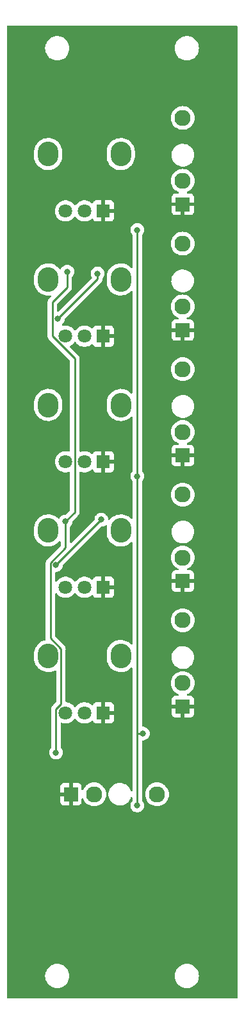
<source format=gbr>
%TF.GenerationSoftware,KiCad,Pcbnew,(7.0.0)*%
%TF.CreationDate,2023-03-10T05:54:07-08:00*%
%TF.ProjectId,wismix,7769736d-6978-42e6-9b69-6361645f7063,rev?*%
%TF.SameCoordinates,Original*%
%TF.FileFunction,Copper,L2,Bot*%
%TF.FilePolarity,Positive*%
%FSLAX46Y46*%
G04 Gerber Fmt 4.6, Leading zero omitted, Abs format (unit mm)*
G04 Created by KiCad (PCBNEW (7.0.0)) date 2023-03-10 05:54:07*
%MOMM*%
%LPD*%
G01*
G04 APERTURE LIST*
%TA.AperFunction,ComponentPad*%
%ADD10O,2.720000X3.240000*%
%TD*%
%TA.AperFunction,ComponentPad*%
%ADD11R,1.800000X1.800000*%
%TD*%
%TA.AperFunction,ComponentPad*%
%ADD12C,1.800000*%
%TD*%
%TA.AperFunction,ComponentPad*%
%ADD13C,2.130000*%
%TD*%
%TA.AperFunction,ComponentPad*%
%ADD14R,1.830000X1.930000*%
%TD*%
%TA.AperFunction,ComponentPad*%
%ADD15R,1.930000X1.830000*%
%TD*%
%TA.AperFunction,ViaPad*%
%ADD16C,0.800000*%
%TD*%
%TA.AperFunction,Conductor*%
%ADD17C,0.250000*%
%TD*%
G04 APERTURE END LIST*
D10*
%TO.P,RV5,*%
%TO.N,*%
X35072499Y-103249999D03*
X25472499Y-103249999D03*
D11*
%TO.P,RV5,1,1*%
%TO.N,GND*%
X32772499Y-110749999D03*
D12*
%TO.P,RV5,2,2*%
%TO.N,Net-(U3A-+)*%
X30272500Y-110750000D03*
%TO.P,RV5,3,3*%
%TO.N,Net-(J6-PadT)*%
X27772500Y-110750000D03*
%TD*%
%TO.P,RV4,3,3*%
%TO.N,Net-(J5-PadT)*%
X27772500Y-94175000D03*
%TO.P,RV4,2,2*%
%TO.N,Net-(U2B-+)*%
X30272500Y-94175000D03*
D11*
%TO.P,RV4,1,1*%
%TO.N,GND*%
X32772499Y-94174999D03*
D10*
%TO.P,RV4,*%
%TO.N,*%
X25472499Y-86674999D03*
X35072499Y-86674999D03*
%TD*%
%TO.P,RV3,*%
%TO.N,*%
X35072499Y-70099999D03*
X25472499Y-70099999D03*
D11*
%TO.P,RV3,1,1*%
%TO.N,GND*%
X32772499Y-77599999D03*
D12*
%TO.P,RV3,2,2*%
%TO.N,Net-(U2A-+)*%
X30272500Y-77600000D03*
%TO.P,RV3,3,3*%
%TO.N,Net-(J4-PadT)*%
X27772500Y-77600000D03*
%TD*%
%TO.P,RV2,3,3*%
%TO.N,Net-(J3-PadT)*%
X27772500Y-61025000D03*
%TO.P,RV2,2,2*%
%TO.N,Net-(U1B-+)*%
X30272500Y-61025000D03*
D11*
%TO.P,RV2,1,1*%
%TO.N,GND*%
X32772499Y-61024999D03*
D10*
%TO.P,RV2,*%
%TO.N,*%
X25472499Y-53524999D03*
X35072499Y-53524999D03*
%TD*%
D12*
%TO.P,RV1,3,3*%
%TO.N,Net-(J2-PadT)*%
X27772500Y-44475000D03*
%TO.P,RV1,2,2*%
%TO.N,Net-(U1A-+)*%
X30272500Y-44475000D03*
D11*
%TO.P,RV1,1,1*%
%TO.N,GND*%
X32772499Y-44474999D03*
D10*
%TO.P,RV1,*%
%TO.N,*%
X25472499Y-36974999D03*
X35072499Y-36974999D03*
%TD*%
D13*
%TO.P,J7,TN*%
%TO.N,unconnected-(J7-PadTN)*%
X31570000Y-121500000D03*
%TO.P,J7,T*%
%TO.N,Net-(U3B--)*%
X39870000Y-121500000D03*
D14*
%TO.P,J7,S*%
%TO.N,GND*%
X28469999Y-121499999D03*
%TD*%
D15*
%TO.P,J6,S*%
%TO.N,GND*%
X43272499Y-109924999D03*
D13*
%TO.P,J6,T*%
%TO.N,Net-(J6-PadT)*%
X43272500Y-98525000D03*
%TO.P,J6,TN*%
%TO.N,unconnected-(J6-PadTN)*%
X43272500Y-106825000D03*
%TD*%
%TO.P,J5,TN*%
%TO.N,unconnected-(J5-PadTN)*%
X43272500Y-90250000D03*
%TO.P,J5,T*%
%TO.N,Net-(J5-PadT)*%
X43272500Y-81950000D03*
D15*
%TO.P,J5,S*%
%TO.N,GND*%
X43272499Y-93349999D03*
%TD*%
D13*
%TO.P,J4,TN*%
%TO.N,unconnected-(J4-PadTN)*%
X43272500Y-73675000D03*
%TO.P,J4,T*%
%TO.N,Net-(J4-PadT)*%
X43272500Y-65375000D03*
D15*
%TO.P,J4,S*%
%TO.N,GND*%
X43272499Y-76774999D03*
%TD*%
D13*
%TO.P,J3,TN*%
%TO.N,unconnected-(J3-PadTN)*%
X43258674Y-57100000D03*
%TO.P,J3,T*%
%TO.N,Net-(J3-PadT)*%
X43258674Y-48800000D03*
D15*
%TO.P,J3,S*%
%TO.N,GND*%
X43258673Y-60199999D03*
%TD*%
%TO.P,J2,S*%
%TO.N,GND*%
X43272499Y-43599999D03*
D13*
%TO.P,J2,T*%
%TO.N,Net-(J2-PadT)*%
X43272500Y-32200000D03*
%TO.P,J2,TN*%
%TO.N,unconnected-(J2-PadTN)*%
X43272500Y-40500000D03*
%TD*%
D16*
%TO.N,+12V*%
X38000000Y-113500000D03*
X37250000Y-123000000D03*
X37250000Y-79500000D03*
X37250000Y-47000000D03*
%TO.N,-12V*%
X28000000Y-52500000D03*
X27750000Y-85500000D03*
X26500000Y-116000000D03*
%TO.N,GND*%
X28500000Y-130250000D03*
X33750000Y-130250000D03*
X31000000Y-130250000D03*
%TO.N,Net-(U2B-+)*%
X32500000Y-85250000D03*
X26500000Y-91250000D03*
%TO.N,Net-(U1B-+)*%
X32000000Y-52750000D03*
X26750000Y-58750000D03*
%TD*%
D17*
%TO.N,+12V*%
X38000000Y-113500000D02*
X37250000Y-113500000D01*
X37250000Y-47000000D02*
X37250000Y-79500000D01*
X37250000Y-79500000D02*
X37250000Y-113500000D01*
X37250000Y-113500000D02*
X37250000Y-123000000D01*
%TO.N,-12V*%
X28000000Y-54559912D02*
X28000000Y-52500000D01*
X26025000Y-56534912D02*
X28000000Y-54559912D01*
X26025000Y-61009912D02*
X26025000Y-56534912D01*
X28997500Y-84252500D02*
X28997500Y-63982412D01*
X28997500Y-63982412D02*
X26025000Y-61009912D01*
X27750000Y-85500000D02*
X28997500Y-84252500D01*
X26500000Y-110250000D02*
X26500000Y-116000000D01*
X27157500Y-109592500D02*
X26500000Y-110250000D01*
X25775000Y-100909550D02*
X27157500Y-102292050D01*
X27750000Y-88974695D02*
X25775000Y-90949695D01*
X25775000Y-90949695D02*
X25775000Y-100909550D01*
X27750000Y-85500000D02*
X27750000Y-88974695D01*
X27157500Y-102292050D02*
X27157500Y-109592500D01*
%TO.N,Net-(U2B-+)*%
X26500000Y-91250000D02*
X32500000Y-85250000D01*
%TO.N,Net-(U1B-+)*%
X32000000Y-53500000D02*
X32000000Y-52750000D01*
X26750000Y-58750000D02*
X32000000Y-53500000D01*
%TD*%
%TA.AperFunction,Conductor*%
%TO.N,GND*%
G36*
X50417500Y-20017113D02*
G01*
X50462887Y-20062500D01*
X50479500Y-20124500D01*
X50479500Y-148375500D01*
X50462887Y-148437500D01*
X50417500Y-148482887D01*
X50355500Y-148499500D01*
X20124500Y-148499500D01*
X20062500Y-148482887D01*
X20017113Y-148437500D01*
X20000500Y-148375500D01*
X20000500Y-145500000D01*
X25074551Y-145500000D01*
X25094317Y-145751148D01*
X25095452Y-145755877D01*
X25095453Y-145755881D01*
X25151989Y-145991374D01*
X25151991Y-145991382D01*
X25153127Y-145996111D01*
X25249534Y-146228859D01*
X25252081Y-146233016D01*
X25252082Y-146233017D01*
X25378617Y-146439504D01*
X25378622Y-146439511D01*
X25381164Y-146443659D01*
X25384324Y-146447358D01*
X25384327Y-146447363D01*
X25534845Y-146623596D01*
X25544776Y-146635224D01*
X25548476Y-146638384D01*
X25730705Y-146794023D01*
X25736341Y-146798836D01*
X25740491Y-146801379D01*
X25740495Y-146801382D01*
X25852300Y-146869896D01*
X25951141Y-146930466D01*
X26183889Y-147026873D01*
X26428852Y-147085683D01*
X26680000Y-147105449D01*
X26931148Y-147085683D01*
X27176111Y-147026873D01*
X27408859Y-146930466D01*
X27623659Y-146798836D01*
X27815224Y-146635224D01*
X27978836Y-146443659D01*
X28110466Y-146228859D01*
X28206873Y-145996111D01*
X28265683Y-145751148D01*
X28285449Y-145500000D01*
X42194551Y-145500000D01*
X42214317Y-145751148D01*
X42215452Y-145755877D01*
X42215453Y-145755881D01*
X42271989Y-145991374D01*
X42271991Y-145991382D01*
X42273127Y-145996111D01*
X42369534Y-146228859D01*
X42372081Y-146233016D01*
X42372082Y-146233017D01*
X42498617Y-146439504D01*
X42498622Y-146439511D01*
X42501164Y-146443659D01*
X42504324Y-146447358D01*
X42504327Y-146447363D01*
X42654845Y-146623596D01*
X42664776Y-146635224D01*
X42668476Y-146638384D01*
X42850705Y-146794023D01*
X42856341Y-146798836D01*
X42860491Y-146801379D01*
X42860495Y-146801382D01*
X42972300Y-146869896D01*
X43071141Y-146930466D01*
X43303889Y-147026873D01*
X43548852Y-147085683D01*
X43800000Y-147105449D01*
X44051148Y-147085683D01*
X44296111Y-147026873D01*
X44528859Y-146930466D01*
X44743659Y-146798836D01*
X44935224Y-146635224D01*
X45098836Y-146443659D01*
X45230466Y-146228859D01*
X45326873Y-145996111D01*
X45385683Y-145751148D01*
X45405449Y-145500000D01*
X45385683Y-145248852D01*
X45326873Y-145003889D01*
X45230466Y-144771141D01*
X45098836Y-144556341D01*
X44935224Y-144364776D01*
X44931523Y-144361615D01*
X44747363Y-144204327D01*
X44747358Y-144204324D01*
X44743659Y-144201164D01*
X44739511Y-144198622D01*
X44739504Y-144198617D01*
X44533017Y-144072082D01*
X44533016Y-144072081D01*
X44528859Y-144069534D01*
X44296111Y-143973127D01*
X44291382Y-143971991D01*
X44291374Y-143971989D01*
X44055881Y-143915453D01*
X44055877Y-143915452D01*
X44051148Y-143914317D01*
X44046295Y-143913935D01*
X43804854Y-143894933D01*
X43800000Y-143894551D01*
X43795146Y-143894933D01*
X43553704Y-143913935D01*
X43553702Y-143913935D01*
X43548852Y-143914317D01*
X43544124Y-143915451D01*
X43544118Y-143915453D01*
X43308625Y-143971989D01*
X43308613Y-143971992D01*
X43303889Y-143973127D01*
X43299392Y-143974989D01*
X43299388Y-143974991D01*
X43075645Y-144067668D01*
X43075640Y-144067670D01*
X43071141Y-144069534D01*
X43066988Y-144072078D01*
X43066982Y-144072082D01*
X42860495Y-144198617D01*
X42860482Y-144198626D01*
X42856341Y-144201164D01*
X42852646Y-144204319D01*
X42852636Y-144204327D01*
X42668476Y-144361615D01*
X42668469Y-144361621D01*
X42664776Y-144364776D01*
X42661621Y-144368469D01*
X42661615Y-144368476D01*
X42504327Y-144552636D01*
X42504319Y-144552646D01*
X42501164Y-144556341D01*
X42498626Y-144560482D01*
X42498617Y-144560495D01*
X42372082Y-144766982D01*
X42372078Y-144766988D01*
X42369534Y-144771141D01*
X42367670Y-144775640D01*
X42367668Y-144775645D01*
X42274991Y-144999388D01*
X42273127Y-145003889D01*
X42271992Y-145008613D01*
X42271989Y-145008625D01*
X42215453Y-145244118D01*
X42215451Y-145244124D01*
X42214317Y-145248852D01*
X42194551Y-145500000D01*
X28285449Y-145500000D01*
X28265683Y-145248852D01*
X28206873Y-145003889D01*
X28110466Y-144771141D01*
X27978836Y-144556341D01*
X27815224Y-144364776D01*
X27811523Y-144361615D01*
X27627363Y-144204327D01*
X27627358Y-144204324D01*
X27623659Y-144201164D01*
X27619511Y-144198622D01*
X27619504Y-144198617D01*
X27413017Y-144072082D01*
X27413016Y-144072081D01*
X27408859Y-144069534D01*
X27176111Y-143973127D01*
X27171382Y-143971991D01*
X27171374Y-143971989D01*
X26935881Y-143915453D01*
X26935877Y-143915452D01*
X26931148Y-143914317D01*
X26926295Y-143913935D01*
X26684854Y-143894933D01*
X26680000Y-143894551D01*
X26675146Y-143894933D01*
X26433704Y-143913935D01*
X26433702Y-143913935D01*
X26428852Y-143914317D01*
X26424124Y-143915451D01*
X26424118Y-143915453D01*
X26188625Y-143971989D01*
X26188613Y-143971992D01*
X26183889Y-143973127D01*
X26179392Y-143974989D01*
X26179388Y-143974991D01*
X25955645Y-144067668D01*
X25955640Y-144067670D01*
X25951141Y-144069534D01*
X25946988Y-144072078D01*
X25946982Y-144072082D01*
X25740495Y-144198617D01*
X25740482Y-144198626D01*
X25736341Y-144201164D01*
X25732646Y-144204319D01*
X25732636Y-144204327D01*
X25548476Y-144361615D01*
X25548469Y-144361621D01*
X25544776Y-144364776D01*
X25541621Y-144368469D01*
X25541615Y-144368476D01*
X25384327Y-144552636D01*
X25384319Y-144552646D01*
X25381164Y-144556341D01*
X25378626Y-144560482D01*
X25378617Y-144560495D01*
X25252082Y-144766982D01*
X25252078Y-144766988D01*
X25249534Y-144771141D01*
X25247670Y-144775640D01*
X25247668Y-144775645D01*
X25154991Y-144999388D01*
X25153127Y-145003889D01*
X25151992Y-145008613D01*
X25151989Y-145008625D01*
X25095453Y-145244118D01*
X25095451Y-145244124D01*
X25094317Y-145248852D01*
X25074551Y-145500000D01*
X20000500Y-145500000D01*
X20000500Y-138000000D01*
X21499459Y-138000000D01*
X21499617Y-138000383D01*
X21499901Y-138000500D01*
X24487944Y-138000500D01*
X24500099Y-138000500D01*
X24500383Y-138000383D01*
X24500541Y-138000000D01*
X26499459Y-138000000D01*
X26499617Y-138000383D01*
X26499901Y-138000500D01*
X29487944Y-138000500D01*
X29500099Y-138000500D01*
X29500383Y-138000383D01*
X29500541Y-138000000D01*
X31499459Y-138000000D01*
X31499617Y-138000383D01*
X31499901Y-138000500D01*
X34487944Y-138000500D01*
X34500099Y-138000500D01*
X34500383Y-138000383D01*
X34500541Y-138000000D01*
X36499459Y-138000000D01*
X36499617Y-138000383D01*
X36499901Y-138000500D01*
X39487944Y-138000500D01*
X39500099Y-138000500D01*
X39500383Y-138000383D01*
X39500541Y-138000000D01*
X41499459Y-138000000D01*
X41499617Y-138000383D01*
X41499901Y-138000500D01*
X44487944Y-138000500D01*
X44500099Y-138000500D01*
X44500383Y-138000383D01*
X44500541Y-138000000D01*
X46499459Y-138000000D01*
X46499617Y-138000383D01*
X46499901Y-138000500D01*
X49487944Y-138000500D01*
X49500099Y-138000500D01*
X49500383Y-138000383D01*
X49500541Y-138000000D01*
X49500383Y-137999617D01*
X49500099Y-137999500D01*
X46499901Y-137999500D01*
X46499617Y-137999617D01*
X46499459Y-138000000D01*
X44500541Y-138000000D01*
X44500383Y-137999617D01*
X44500099Y-137999500D01*
X41499901Y-137999500D01*
X41499617Y-137999617D01*
X41499459Y-138000000D01*
X39500541Y-138000000D01*
X39500383Y-137999617D01*
X39500099Y-137999500D01*
X36499901Y-137999500D01*
X36499617Y-137999617D01*
X36499459Y-138000000D01*
X34500541Y-138000000D01*
X34500383Y-137999617D01*
X34500099Y-137999500D01*
X31499901Y-137999500D01*
X31499617Y-137999617D01*
X31499459Y-138000000D01*
X29500541Y-138000000D01*
X29500383Y-137999617D01*
X29500099Y-137999500D01*
X26499901Y-137999500D01*
X26499617Y-137999617D01*
X26499459Y-138000000D01*
X24500541Y-138000000D01*
X24500383Y-137999617D01*
X24500099Y-137999500D01*
X21499901Y-137999500D01*
X21499617Y-137999617D01*
X21499459Y-138000000D01*
X20000500Y-138000000D01*
X20000500Y-122509518D01*
X27055000Y-122509518D01*
X27055353Y-122516114D01*
X27060573Y-122564667D01*
X27064111Y-122579641D01*
X27108547Y-122698777D01*
X27116962Y-122714189D01*
X27192498Y-122815092D01*
X27204907Y-122827501D01*
X27305810Y-122903037D01*
X27321222Y-122911452D01*
X27440358Y-122955888D01*
X27455332Y-122959426D01*
X27503885Y-122964646D01*
X27510482Y-122965000D01*
X28203674Y-122965000D01*
X28216549Y-122961549D01*
X28220000Y-122948674D01*
X28720000Y-122948674D01*
X28723450Y-122961549D01*
X28736326Y-122965000D01*
X29429518Y-122965000D01*
X29436114Y-122964646D01*
X29484667Y-122959426D01*
X29499641Y-122955888D01*
X29618777Y-122911452D01*
X29634189Y-122903037D01*
X29735092Y-122827501D01*
X29747501Y-122815092D01*
X29823037Y-122714189D01*
X29831452Y-122698777D01*
X29875888Y-122579641D01*
X29879426Y-122564667D01*
X29884646Y-122516114D01*
X29885000Y-122509518D01*
X29885000Y-122146289D01*
X29903273Y-122081499D01*
X29952705Y-122035804D01*
X30018729Y-122022671D01*
X30081885Y-122045971D01*
X30123560Y-122098835D01*
X30170816Y-122212920D01*
X30299567Y-122423023D01*
X30302731Y-122426728D01*
X30302735Y-122426733D01*
X30379074Y-122516114D01*
X30459601Y-122610399D01*
X30463308Y-122613565D01*
X30643266Y-122767264D01*
X30643269Y-122767266D01*
X30646977Y-122770433D01*
X30857080Y-122899184D01*
X31084738Y-122993483D01*
X31324345Y-123051007D01*
X31570000Y-123070341D01*
X31815655Y-123051007D01*
X32055262Y-122993483D01*
X32282920Y-122899184D01*
X32493023Y-122770433D01*
X32680399Y-122610399D01*
X32840433Y-122423023D01*
X32969184Y-122212920D01*
X33063483Y-121985262D01*
X33121007Y-121745655D01*
X33140341Y-121500000D01*
X33121007Y-121254345D01*
X33063483Y-121014738D01*
X32969184Y-120787080D01*
X32840433Y-120576977D01*
X32766559Y-120490482D01*
X32683565Y-120393308D01*
X32680399Y-120389601D01*
X32610950Y-120330286D01*
X32496733Y-120232735D01*
X32496728Y-120232731D01*
X32493023Y-120229567D01*
X32282920Y-120100816D01*
X32055262Y-120006517D01*
X32050533Y-120005381D01*
X32050525Y-120005379D01*
X31820388Y-119950129D01*
X31820384Y-119950128D01*
X31815655Y-119948993D01*
X31810802Y-119948611D01*
X31574854Y-119930041D01*
X31570000Y-119929659D01*
X31565146Y-119930041D01*
X31329197Y-119948611D01*
X31329195Y-119948611D01*
X31324345Y-119948993D01*
X31319617Y-119950127D01*
X31319611Y-119950129D01*
X31089474Y-120005379D01*
X31089462Y-120005382D01*
X31084738Y-120006517D01*
X31080241Y-120008379D01*
X31080237Y-120008381D01*
X30861584Y-120098950D01*
X30861579Y-120098952D01*
X30857080Y-120100816D01*
X30852927Y-120103360D01*
X30852921Y-120103364D01*
X30651134Y-120227019D01*
X30651128Y-120227022D01*
X30646977Y-120229567D01*
X30643277Y-120232726D01*
X30643266Y-120232735D01*
X30463308Y-120386434D01*
X30463301Y-120386440D01*
X30459601Y-120389601D01*
X30456440Y-120393301D01*
X30456434Y-120393308D01*
X30302735Y-120573266D01*
X30302726Y-120573277D01*
X30299567Y-120576977D01*
X30297022Y-120581128D01*
X30297019Y-120581134D01*
X30173364Y-120782921D01*
X30173360Y-120782927D01*
X30170816Y-120787080D01*
X30168952Y-120791579D01*
X30168950Y-120791584D01*
X30123561Y-120901164D01*
X30081885Y-120954029D01*
X30018729Y-120977329D01*
X29952705Y-120964196D01*
X29903273Y-120918501D01*
X29885000Y-120853711D01*
X29885000Y-120490482D01*
X29884646Y-120483885D01*
X29879426Y-120435332D01*
X29875888Y-120420358D01*
X29831452Y-120301222D01*
X29823037Y-120285810D01*
X29747501Y-120184907D01*
X29735092Y-120172498D01*
X29634189Y-120096962D01*
X29618777Y-120088547D01*
X29499641Y-120044111D01*
X29484667Y-120040573D01*
X29436114Y-120035353D01*
X29429518Y-120035000D01*
X28736326Y-120035000D01*
X28723450Y-120038450D01*
X28720000Y-120051326D01*
X28720000Y-122948674D01*
X28220000Y-122948674D01*
X28220000Y-121766326D01*
X28216549Y-121753450D01*
X28203674Y-121750000D01*
X27071326Y-121750000D01*
X27058450Y-121753450D01*
X27055000Y-121766326D01*
X27055000Y-122509518D01*
X20000500Y-122509518D01*
X20000500Y-121233674D01*
X27055000Y-121233674D01*
X27058450Y-121246549D01*
X27071326Y-121250000D01*
X28203674Y-121250000D01*
X28216549Y-121246549D01*
X28220000Y-121233674D01*
X28220000Y-120051326D01*
X28216549Y-120038450D01*
X28203674Y-120035000D01*
X27510482Y-120035000D01*
X27503885Y-120035353D01*
X27455332Y-120040573D01*
X27440358Y-120044111D01*
X27321222Y-120088547D01*
X27305810Y-120096962D01*
X27204907Y-120172498D01*
X27192498Y-120184907D01*
X27116962Y-120285810D01*
X27108547Y-120301222D01*
X27064111Y-120420358D01*
X27060573Y-120435332D01*
X27055353Y-120483885D01*
X27055000Y-120490482D01*
X27055000Y-121233674D01*
X20000500Y-121233674D01*
X20000500Y-103578000D01*
X23612000Y-103578000D01*
X23612164Y-103580251D01*
X23612165Y-103580257D01*
X23622538Y-103721979D01*
X23626903Y-103781616D01*
X23627886Y-103786031D01*
X23627888Y-103786041D01*
X23685130Y-104043011D01*
X23685133Y-104043023D01*
X23686118Y-104047442D01*
X23783407Y-104301814D01*
X23785625Y-104305766D01*
X23914478Y-104535359D01*
X23914481Y-104535364D01*
X23916696Y-104539310D01*
X24083145Y-104754868D01*
X24086406Y-104758012D01*
X24275937Y-104940744D01*
X24275942Y-104940748D01*
X24279205Y-104943894D01*
X24500698Y-105102358D01*
X24742903Y-105226885D01*
X25000659Y-105314819D01*
X25268471Y-105364286D01*
X25540631Y-105374232D01*
X25811339Y-105344446D01*
X26074826Y-105275562D01*
X26325475Y-105169047D01*
X26337407Y-105161764D01*
X26343405Y-105158105D01*
X26405736Y-105139972D01*
X26468688Y-105155817D01*
X26515008Y-105201299D01*
X26532000Y-105263951D01*
X26532000Y-109282047D01*
X26522561Y-109329500D01*
X26495681Y-109369728D01*
X26112696Y-109752711D01*
X26104511Y-109760159D01*
X26098123Y-109764214D01*
X26092788Y-109769894D01*
X26092783Y-109769899D01*
X26052096Y-109813225D01*
X26049392Y-109816016D01*
X26032628Y-109832780D01*
X26032621Y-109832787D01*
X26029880Y-109835529D01*
X26027500Y-109838596D01*
X26027489Y-109838609D01*
X26027400Y-109838725D01*
X26019842Y-109847570D01*
X25995280Y-109873727D01*
X25995273Y-109873736D01*
X25989938Y-109879418D01*
X25986182Y-109886249D01*
X25986179Y-109886254D01*
X25980285Y-109896975D01*
X25969609Y-109913227D01*
X25962109Y-109922896D01*
X25962101Y-109922907D01*
X25957327Y-109929064D01*
X25954234Y-109936208D01*
X25954229Y-109936219D01*
X25939974Y-109969160D01*
X25934838Y-109979643D01*
X25913803Y-110017908D01*
X25911864Y-110025456D01*
X25911863Y-110025461D01*
X25908822Y-110037307D01*
X25902521Y-110055711D01*
X25897658Y-110066948D01*
X25897656Y-110066952D01*
X25894562Y-110074104D01*
X25893342Y-110081803D01*
X25893342Y-110081805D01*
X25887729Y-110117241D01*
X25885361Y-110128676D01*
X25876438Y-110163428D01*
X25876436Y-110163436D01*
X25874500Y-110170981D01*
X25874500Y-110178777D01*
X25874500Y-110191017D01*
X25872974Y-110210402D01*
X25869840Y-110230196D01*
X25870574Y-110237961D01*
X25870574Y-110237964D01*
X25873950Y-110273676D01*
X25874500Y-110285345D01*
X25874500Y-115301313D01*
X25866264Y-115345751D01*
X25842650Y-115384285D01*
X25771813Y-115462956D01*
X25771808Y-115462962D01*
X25767467Y-115467784D01*
X25764222Y-115473404D01*
X25764218Y-115473410D01*
X25676069Y-115626089D01*
X25676066Y-115626094D01*
X25672821Y-115631716D01*
X25670815Y-115637888D01*
X25670813Y-115637894D01*
X25616333Y-115805564D01*
X25616331Y-115805573D01*
X25614326Y-115811744D01*
X25613648Y-115818194D01*
X25613646Y-115818204D01*
X25595962Y-115986464D01*
X25594540Y-116000000D01*
X25595219Y-116006460D01*
X25613646Y-116181795D01*
X25613647Y-116181803D01*
X25614326Y-116188256D01*
X25616331Y-116194428D01*
X25616333Y-116194435D01*
X25670813Y-116362105D01*
X25672821Y-116368284D01*
X25767467Y-116532216D01*
X25894129Y-116672888D01*
X26047270Y-116784151D01*
X26220197Y-116861144D01*
X26405354Y-116900500D01*
X26588143Y-116900500D01*
X26594646Y-116900500D01*
X26779803Y-116861144D01*
X26952730Y-116784151D01*
X27105871Y-116672888D01*
X27232533Y-116532216D01*
X27327179Y-116368284D01*
X27385674Y-116188256D01*
X27405460Y-116000000D01*
X27385674Y-115811744D01*
X27327179Y-115631716D01*
X27232533Y-115467784D01*
X27157349Y-115384284D01*
X27133736Y-115345751D01*
X27125500Y-115301313D01*
X27125500Y-112182287D01*
X27139249Y-112125536D01*
X27177447Y-112081370D01*
X27231623Y-112059582D01*
X27289761Y-112065005D01*
X27427519Y-112112298D01*
X27656451Y-112150500D01*
X27883416Y-112150500D01*
X27888549Y-112150500D01*
X28117481Y-112112298D01*
X28337003Y-112036936D01*
X28541126Y-111926470D01*
X28724284Y-111783913D01*
X28881479Y-111613153D01*
X28918690Y-111556196D01*
X28963482Y-111514962D01*
X29022500Y-111500017D01*
X29081518Y-111514962D01*
X29126309Y-111556196D01*
X29160715Y-111608860D01*
X29160722Y-111608869D01*
X29163521Y-111613153D01*
X29320716Y-111783913D01*
X29503874Y-111926470D01*
X29707997Y-112036936D01*
X29927519Y-112112298D01*
X30156451Y-112150500D01*
X30383416Y-112150500D01*
X30388549Y-112150500D01*
X30617481Y-112112298D01*
X30837003Y-112036936D01*
X31041126Y-111926470D01*
X31218479Y-111788431D01*
X31270904Y-111764579D01*
X31328453Y-111766986D01*
X31378706Y-111795135D01*
X31410820Y-111842952D01*
X31426048Y-111883779D01*
X31434462Y-111899189D01*
X31509998Y-112000092D01*
X31522407Y-112012501D01*
X31623310Y-112088037D01*
X31638722Y-112096452D01*
X31757858Y-112140888D01*
X31772832Y-112144426D01*
X31821385Y-112149646D01*
X31827982Y-112150000D01*
X32506174Y-112150000D01*
X32519049Y-112146549D01*
X32522500Y-112133674D01*
X33022500Y-112133674D01*
X33025950Y-112146549D01*
X33038826Y-112150000D01*
X33717018Y-112150000D01*
X33723614Y-112149646D01*
X33772167Y-112144426D01*
X33787141Y-112140888D01*
X33906277Y-112096452D01*
X33921689Y-112088037D01*
X34022592Y-112012501D01*
X34035001Y-112000092D01*
X34110537Y-111899189D01*
X34118952Y-111883777D01*
X34163388Y-111764641D01*
X34166926Y-111749667D01*
X34172146Y-111701114D01*
X34172500Y-111694518D01*
X34172500Y-111016326D01*
X34169049Y-111003450D01*
X34156174Y-111000000D01*
X33038826Y-111000000D01*
X33025950Y-111003450D01*
X33022500Y-111016326D01*
X33022500Y-112133674D01*
X32522500Y-112133674D01*
X32522500Y-110483674D01*
X33022500Y-110483674D01*
X33025950Y-110496549D01*
X33038826Y-110500000D01*
X34156174Y-110500000D01*
X34169049Y-110496549D01*
X34172500Y-110483674D01*
X34172500Y-109805482D01*
X34172146Y-109798885D01*
X34166926Y-109750332D01*
X34163388Y-109735358D01*
X34118952Y-109616222D01*
X34110537Y-109600810D01*
X34035001Y-109499907D01*
X34022592Y-109487498D01*
X33921689Y-109411962D01*
X33906277Y-109403547D01*
X33787141Y-109359111D01*
X33772167Y-109355573D01*
X33723614Y-109350353D01*
X33717018Y-109350000D01*
X33038826Y-109350000D01*
X33025950Y-109353450D01*
X33022500Y-109366326D01*
X33022500Y-110483674D01*
X32522500Y-110483674D01*
X32522500Y-109366326D01*
X32519049Y-109353450D01*
X32506174Y-109350000D01*
X31827982Y-109350000D01*
X31821385Y-109350353D01*
X31772832Y-109355573D01*
X31757858Y-109359111D01*
X31638722Y-109403547D01*
X31623310Y-109411962D01*
X31522407Y-109487498D01*
X31509998Y-109499907D01*
X31434462Y-109600810D01*
X31426045Y-109616224D01*
X31410819Y-109657048D01*
X31378706Y-109704864D01*
X31328453Y-109733013D01*
X31270904Y-109735420D01*
X31218476Y-109711566D01*
X31045180Y-109576684D01*
X31045169Y-109576676D01*
X31041126Y-109573530D01*
X30905083Y-109499907D01*
X30841507Y-109465501D01*
X30841502Y-109465499D01*
X30837003Y-109463064D01*
X30832157Y-109461400D01*
X30832154Y-109461399D01*
X30622334Y-109389368D01*
X30622333Y-109389367D01*
X30617481Y-109387702D01*
X30612431Y-109386859D01*
X30612422Y-109386857D01*
X30393611Y-109350344D01*
X30393602Y-109350343D01*
X30388549Y-109349500D01*
X30156451Y-109349500D01*
X30151398Y-109350343D01*
X30151388Y-109350344D01*
X29932577Y-109386857D01*
X29932565Y-109386859D01*
X29927519Y-109387702D01*
X29922669Y-109389366D01*
X29922665Y-109389368D01*
X29712845Y-109461399D01*
X29712837Y-109461402D01*
X29707997Y-109463064D01*
X29703501Y-109465496D01*
X29703492Y-109465501D01*
X29508382Y-109571090D01*
X29508378Y-109571092D01*
X29503874Y-109573530D01*
X29499834Y-109576674D01*
X29499827Y-109576679D01*
X29324763Y-109712936D01*
X29324755Y-109712943D01*
X29320716Y-109716087D01*
X29317246Y-109719855D01*
X29317242Y-109719860D01*
X29166991Y-109883077D01*
X29166988Y-109883080D01*
X29163521Y-109886847D01*
X29160726Y-109891124D01*
X29160719Y-109891134D01*
X29126309Y-109943804D01*
X29081517Y-109985037D01*
X29022500Y-109999982D01*
X28963483Y-109985037D01*
X28918691Y-109943804D01*
X28884280Y-109891134D01*
X28884278Y-109891132D01*
X28881479Y-109886847D01*
X28724284Y-109716087D01*
X28718475Y-109711566D01*
X28545172Y-109576679D01*
X28545171Y-109576678D01*
X28541126Y-109573530D01*
X28405083Y-109499907D01*
X28341507Y-109465501D01*
X28341502Y-109465499D01*
X28337003Y-109463064D01*
X28332157Y-109461400D01*
X28332154Y-109461399D01*
X28122334Y-109389368D01*
X28122333Y-109389367D01*
X28117481Y-109387702D01*
X28112431Y-109386859D01*
X28112422Y-109386857D01*
X27888549Y-109349500D01*
X27888820Y-109347875D01*
X27839190Y-109330845D01*
X27797949Y-109286053D01*
X27783000Y-109227029D01*
X27783000Y-102369821D01*
X27783520Y-102358768D01*
X27785172Y-102351382D01*
X27783061Y-102284194D01*
X27783000Y-102280300D01*
X27783000Y-102256595D01*
X27783000Y-102252700D01*
X27782498Y-102248731D01*
X27781580Y-102237074D01*
X27780794Y-102212061D01*
X27780209Y-102193423D01*
X27774620Y-102174190D01*
X27770674Y-102155133D01*
X27769141Y-102142994D01*
X27768164Y-102135258D01*
X27752082Y-102094641D01*
X27748303Y-102083601D01*
X27738295Y-102049152D01*
X27738293Y-102049149D01*
X27736118Y-102041660D01*
X27732147Y-102034946D01*
X27732145Y-102034941D01*
X27725921Y-102024418D01*
X27717358Y-102006940D01*
X27709986Y-101988318D01*
X27705402Y-101982009D01*
X27705399Y-101982003D01*
X27684317Y-101952987D01*
X27677901Y-101943220D01*
X27659643Y-101912346D01*
X27659640Y-101912342D01*
X27655670Y-101905629D01*
X27641506Y-101891465D01*
X27628868Y-101876668D01*
X27621684Y-101866779D01*
X27621678Y-101866773D01*
X27617094Y-101860463D01*
X27583446Y-101832627D01*
X27574805Y-101824764D01*
X26436819Y-100686778D01*
X26409939Y-100646550D01*
X26400500Y-100599097D01*
X26400500Y-95052079D01*
X26416436Y-94991266D01*
X26460148Y-94946085D01*
X26520400Y-94928147D01*
X26581706Y-94942063D01*
X26628309Y-94984257D01*
X26660719Y-95033865D01*
X26660722Y-95033869D01*
X26663521Y-95038153D01*
X26820716Y-95208913D01*
X27003874Y-95351470D01*
X27207997Y-95461936D01*
X27427519Y-95537298D01*
X27656451Y-95575500D01*
X27883416Y-95575500D01*
X27888549Y-95575500D01*
X28117481Y-95537298D01*
X28337003Y-95461936D01*
X28541126Y-95351470D01*
X28724284Y-95208913D01*
X28881479Y-95038153D01*
X28918691Y-94981194D01*
X28963480Y-94939963D01*
X29022497Y-94925017D01*
X29081515Y-94939962D01*
X29126307Y-94981195D01*
X29160713Y-95033857D01*
X29160721Y-95033867D01*
X29163521Y-95038153D01*
X29320716Y-95208913D01*
X29503874Y-95351470D01*
X29707997Y-95461936D01*
X29927519Y-95537298D01*
X30156451Y-95575500D01*
X30383416Y-95575500D01*
X30388549Y-95575500D01*
X30617481Y-95537298D01*
X30837003Y-95461936D01*
X31041126Y-95351470D01*
X31218479Y-95213431D01*
X31270904Y-95189579D01*
X31328453Y-95191986D01*
X31378706Y-95220135D01*
X31410820Y-95267952D01*
X31426048Y-95308779D01*
X31434462Y-95324189D01*
X31509998Y-95425092D01*
X31522407Y-95437501D01*
X31623310Y-95513037D01*
X31638722Y-95521452D01*
X31757858Y-95565888D01*
X31772832Y-95569426D01*
X31821385Y-95574646D01*
X31827982Y-95575000D01*
X32506174Y-95575000D01*
X32519049Y-95571549D01*
X32522500Y-95558674D01*
X33022500Y-95558674D01*
X33025950Y-95571549D01*
X33038826Y-95575000D01*
X33717018Y-95575000D01*
X33723614Y-95574646D01*
X33772167Y-95569426D01*
X33787141Y-95565888D01*
X33906277Y-95521452D01*
X33921689Y-95513037D01*
X34022592Y-95437501D01*
X34035001Y-95425092D01*
X34110537Y-95324189D01*
X34118952Y-95308777D01*
X34163388Y-95189641D01*
X34166926Y-95174667D01*
X34172146Y-95126114D01*
X34172500Y-95119518D01*
X34172500Y-94441326D01*
X34169049Y-94428450D01*
X34156174Y-94425000D01*
X33038826Y-94425000D01*
X33025950Y-94428450D01*
X33022500Y-94441326D01*
X33022500Y-95558674D01*
X32522500Y-95558674D01*
X32522500Y-93908674D01*
X33022500Y-93908674D01*
X33025950Y-93921549D01*
X33038826Y-93925000D01*
X34156174Y-93925000D01*
X34169049Y-93921549D01*
X34172500Y-93908674D01*
X34172500Y-93230482D01*
X34172146Y-93223885D01*
X34166926Y-93175332D01*
X34163388Y-93160358D01*
X34118952Y-93041222D01*
X34110537Y-93025810D01*
X34035001Y-92924907D01*
X34022592Y-92912498D01*
X33921689Y-92836962D01*
X33906277Y-92828547D01*
X33787141Y-92784111D01*
X33772167Y-92780573D01*
X33723614Y-92775353D01*
X33717018Y-92775000D01*
X33038826Y-92775000D01*
X33025950Y-92778450D01*
X33022500Y-92791326D01*
X33022500Y-93908674D01*
X32522500Y-93908674D01*
X32522500Y-92791326D01*
X32519049Y-92778450D01*
X32506174Y-92775000D01*
X31827982Y-92775000D01*
X31821385Y-92775353D01*
X31772832Y-92780573D01*
X31757858Y-92784111D01*
X31638722Y-92828547D01*
X31623310Y-92836962D01*
X31522407Y-92912498D01*
X31509998Y-92924907D01*
X31434462Y-93025810D01*
X31426045Y-93041224D01*
X31410819Y-93082048D01*
X31378706Y-93129864D01*
X31328453Y-93158013D01*
X31270904Y-93160420D01*
X31218476Y-93136566D01*
X31045180Y-93001684D01*
X31045169Y-93001676D01*
X31041126Y-92998530D01*
X30905083Y-92924907D01*
X30841507Y-92890501D01*
X30841502Y-92890499D01*
X30837003Y-92888064D01*
X30832157Y-92886400D01*
X30832154Y-92886399D01*
X30622334Y-92814368D01*
X30622333Y-92814367D01*
X30617481Y-92812702D01*
X30612431Y-92811859D01*
X30612422Y-92811857D01*
X30393611Y-92775344D01*
X30393602Y-92775343D01*
X30388549Y-92774500D01*
X30156451Y-92774500D01*
X30151398Y-92775343D01*
X30151388Y-92775344D01*
X29932577Y-92811857D01*
X29932565Y-92811859D01*
X29927519Y-92812702D01*
X29922669Y-92814366D01*
X29922665Y-92814368D01*
X29712845Y-92886399D01*
X29712837Y-92886402D01*
X29707997Y-92888064D01*
X29703501Y-92890496D01*
X29703492Y-92890501D01*
X29508382Y-92996090D01*
X29508378Y-92996092D01*
X29503874Y-92998530D01*
X29499834Y-93001674D01*
X29499827Y-93001679D01*
X29324763Y-93137936D01*
X29324755Y-93137943D01*
X29320716Y-93141087D01*
X29317246Y-93144855D01*
X29317242Y-93144860D01*
X29166991Y-93308077D01*
X29166988Y-93308080D01*
X29163521Y-93311847D01*
X29160726Y-93316124D01*
X29160719Y-93316134D01*
X29126309Y-93368804D01*
X29081517Y-93410037D01*
X29022500Y-93424982D01*
X28963483Y-93410037D01*
X28918691Y-93368804D01*
X28884280Y-93316134D01*
X28884278Y-93316132D01*
X28881479Y-93311847D01*
X28724284Y-93141087D01*
X28718475Y-93136566D01*
X28545172Y-93001679D01*
X28545171Y-93001678D01*
X28541126Y-92998530D01*
X28405083Y-92924907D01*
X28341507Y-92890501D01*
X28341502Y-92890499D01*
X28337003Y-92888064D01*
X28332157Y-92886400D01*
X28332154Y-92886399D01*
X28122334Y-92814368D01*
X28122333Y-92814367D01*
X28117481Y-92812702D01*
X28112431Y-92811859D01*
X28112422Y-92811857D01*
X27893611Y-92775344D01*
X27893602Y-92775343D01*
X27888549Y-92774500D01*
X27656451Y-92774500D01*
X27651398Y-92775343D01*
X27651388Y-92775344D01*
X27432577Y-92811857D01*
X27432565Y-92811859D01*
X27427519Y-92812702D01*
X27422669Y-92814366D01*
X27422665Y-92814368D01*
X27212845Y-92886399D01*
X27212837Y-92886402D01*
X27207997Y-92888064D01*
X27203501Y-92890496D01*
X27203492Y-92890501D01*
X27008382Y-92996090D01*
X27008378Y-92996092D01*
X27003874Y-92998530D01*
X26999834Y-93001674D01*
X26999827Y-93001679D01*
X26824763Y-93137936D01*
X26824755Y-93137943D01*
X26820716Y-93141087D01*
X26817246Y-93144855D01*
X26817242Y-93144860D01*
X26666991Y-93308077D01*
X26666988Y-93308080D01*
X26663521Y-93311847D01*
X26660726Y-93316124D01*
X26660719Y-93316134D01*
X26628309Y-93365743D01*
X26581706Y-93407937D01*
X26520400Y-93421853D01*
X26460148Y-93403915D01*
X26416436Y-93358734D01*
X26400500Y-93297921D01*
X26400500Y-92274500D01*
X26417113Y-92212500D01*
X26462500Y-92167113D01*
X26524500Y-92150500D01*
X26588143Y-92150500D01*
X26594646Y-92150500D01*
X26779803Y-92111144D01*
X26952730Y-92034151D01*
X27105871Y-91922888D01*
X27232533Y-91782216D01*
X27327179Y-91618284D01*
X27385674Y-91438256D01*
X27403321Y-91270344D01*
X27414721Y-91229925D01*
X27438958Y-91195630D01*
X32447771Y-86186819D01*
X32488000Y-86159939D01*
X32535453Y-86150500D01*
X32588143Y-86150500D01*
X32594646Y-86150500D01*
X32779803Y-86111144D01*
X32952730Y-86034151D01*
X33044881Y-85967199D01*
X33098094Y-85945090D01*
X33155561Y-85949422D01*
X33204863Y-85979264D01*
X33235351Y-86028169D01*
X33240440Y-86085574D01*
X33212658Y-86274354D01*
X33212657Y-86274361D01*
X33212000Y-86278829D01*
X33212000Y-87003000D01*
X33212164Y-87005251D01*
X33212165Y-87005257D01*
X33222538Y-87146979D01*
X33226903Y-87206616D01*
X33227886Y-87211031D01*
X33227888Y-87211041D01*
X33285130Y-87468011D01*
X33285133Y-87468023D01*
X33286118Y-87472442D01*
X33383407Y-87726814D01*
X33385625Y-87730766D01*
X33514478Y-87960359D01*
X33514481Y-87960364D01*
X33516696Y-87964310D01*
X33683145Y-88179868D01*
X33686406Y-88183012D01*
X33875937Y-88365744D01*
X33875942Y-88365748D01*
X33879205Y-88368894D01*
X34100698Y-88527358D01*
X34342903Y-88651885D01*
X34600659Y-88739819D01*
X34868471Y-88789286D01*
X35140631Y-88799232D01*
X35411339Y-88769446D01*
X35674826Y-88700562D01*
X35925475Y-88594047D01*
X36157944Y-88452173D01*
X36367279Y-88277963D01*
X36370308Y-88274583D01*
X36408149Y-88232351D01*
X36457051Y-88198960D01*
X36515862Y-88192054D01*
X36571169Y-88213208D01*
X36610361Y-88257597D01*
X36624500Y-88315099D01*
X36624500Y-101610145D01*
X36611190Y-101666036D01*
X36574116Y-101709928D01*
X36521239Y-101732398D01*
X36463909Y-101728623D01*
X36414435Y-101699413D01*
X36269062Y-101559255D01*
X36269056Y-101559250D01*
X36265795Y-101556106D01*
X36044302Y-101397642D01*
X36015736Y-101382955D01*
X35806132Y-101275189D01*
X35806125Y-101275186D01*
X35802097Y-101273115D01*
X35797812Y-101271653D01*
X35797807Y-101271651D01*
X35548624Y-101186642D01*
X35548622Y-101186641D01*
X35544341Y-101185181D01*
X35522179Y-101181087D01*
X35280989Y-101136537D01*
X35280978Y-101136535D01*
X35276529Y-101135714D01*
X35272000Y-101135548D01*
X35271996Y-101135548D01*
X35008897Y-101125933D01*
X35008890Y-101125933D01*
X35004369Y-101125768D01*
X34999872Y-101126262D01*
X34999866Y-101126263D01*
X34738172Y-101155057D01*
X34738163Y-101155058D01*
X34733661Y-101155554D01*
X34729282Y-101156698D01*
X34729270Y-101156701D01*
X34474549Y-101223294D01*
X34474546Y-101223295D01*
X34470174Y-101224438D01*
X34466024Y-101226201D01*
X34466011Y-101226206D01*
X34223691Y-101329182D01*
X34223683Y-101329185D01*
X34219525Y-101330953D01*
X34215668Y-101333306D01*
X34215658Y-101333312D01*
X33990928Y-101470463D01*
X33990918Y-101470469D01*
X33987056Y-101472827D01*
X33983571Y-101475726D01*
X33983567Y-101475730D01*
X33781206Y-101644136D01*
X33781200Y-101644141D01*
X33777721Y-101647037D01*
X33774703Y-101650404D01*
X33774699Y-101650409D01*
X33598998Y-101846502D01*
X33598992Y-101846508D01*
X33595982Y-101849869D01*
X33593489Y-101853636D01*
X33593486Y-101853641D01*
X33448211Y-102073224D01*
X33448208Y-102073229D01*
X33445712Y-102077002D01*
X33443795Y-102081089D01*
X33443790Y-102081100D01*
X33332033Y-102319499D01*
X33332030Y-102319506D01*
X33330114Y-102323594D01*
X33328814Y-102327912D01*
X33328810Y-102327925D01*
X33252958Y-102580050D01*
X33251653Y-102584389D01*
X33250994Y-102588865D01*
X33250993Y-102588871D01*
X33212658Y-102849354D01*
X33212657Y-102849361D01*
X33212000Y-102853829D01*
X33212000Y-103578000D01*
X33212164Y-103580251D01*
X33212165Y-103580257D01*
X33222538Y-103721979D01*
X33226903Y-103781616D01*
X33227886Y-103786031D01*
X33227888Y-103786041D01*
X33285130Y-104043011D01*
X33285133Y-104043023D01*
X33286118Y-104047442D01*
X33383407Y-104301814D01*
X33385625Y-104305766D01*
X33514478Y-104535359D01*
X33514481Y-104535364D01*
X33516696Y-104539310D01*
X33683145Y-104754868D01*
X33686406Y-104758012D01*
X33875937Y-104940744D01*
X33875942Y-104940748D01*
X33879205Y-104943894D01*
X34100698Y-105102358D01*
X34342903Y-105226885D01*
X34600659Y-105314819D01*
X34868471Y-105364286D01*
X35140631Y-105374232D01*
X35411339Y-105344446D01*
X35674826Y-105275562D01*
X35925475Y-105169047D01*
X36157944Y-105027173D01*
X36367279Y-104852963D01*
X36370308Y-104849583D01*
X36408149Y-104807351D01*
X36457051Y-104773960D01*
X36515862Y-104767054D01*
X36571169Y-104788208D01*
X36610361Y-104832597D01*
X36624500Y-104890099D01*
X36624500Y-113429151D01*
X36622304Y-113452386D01*
X36622233Y-113452753D01*
X36622232Y-113452760D01*
X36620773Y-113460412D01*
X36621262Y-113468189D01*
X36621262Y-113468195D01*
X36624255Y-113515759D01*
X36624500Y-113523545D01*
X36624500Y-121007776D01*
X36605864Y-121073155D01*
X36555557Y-121118883D01*
X36488701Y-121131213D01*
X36425392Y-121106441D01*
X36384659Y-121052011D01*
X36367767Y-121007776D01*
X36307385Y-120849650D01*
X36182939Y-120636687D01*
X36025382Y-120446908D01*
X35890750Y-120330286D01*
X35842793Y-120288744D01*
X35842791Y-120288742D01*
X35838945Y-120285411D01*
X35674938Y-120184907D01*
X35632977Y-120159193D01*
X35632973Y-120159191D01*
X35628634Y-120156532D01*
X35623923Y-120154619D01*
X35623917Y-120154616D01*
X35404809Y-120065646D01*
X35404803Y-120065644D01*
X35400099Y-120063734D01*
X35395134Y-120062615D01*
X35164439Y-120010625D01*
X35164430Y-120010623D01*
X35159475Y-120009507D01*
X35154394Y-120009214D01*
X34918307Y-119995601D01*
X34913226Y-119995308D01*
X34908175Y-119995847D01*
X34908166Y-119995848D01*
X34673020Y-120020978D01*
X34673010Y-120020979D01*
X34667965Y-120021519D01*
X34663066Y-120022877D01*
X34663064Y-120022878D01*
X34435183Y-120086075D01*
X34435175Y-120086077D01*
X34430278Y-120087436D01*
X34425667Y-120089576D01*
X34425657Y-120089580D01*
X34211165Y-120189144D01*
X34211156Y-120189148D01*
X34206548Y-120191288D01*
X34202355Y-120194147D01*
X34202343Y-120194155D01*
X34063682Y-120288744D01*
X34002784Y-120330286D01*
X33999112Y-120333794D01*
X33999107Y-120333799D01*
X33828138Y-120497179D01*
X33828130Y-120497187D01*
X33824458Y-120500697D01*
X33821408Y-120504758D01*
X33821401Y-120504767D01*
X33679415Y-120693876D01*
X33679410Y-120693882D01*
X33676360Y-120697946D01*
X33674012Y-120702455D01*
X33674009Y-120702461D01*
X33564815Y-120912220D01*
X33564811Y-120912228D01*
X33562466Y-120916734D01*
X33560888Y-120921561D01*
X33560885Y-120921569D01*
X33487416Y-121146348D01*
X33487414Y-121146355D01*
X33485835Y-121151187D01*
X33485065Y-121156212D01*
X33485064Y-121156221D01*
X33449295Y-121389971D01*
X33449294Y-121389978D01*
X33448525Y-121395007D01*
X33448587Y-121400094D01*
X33448587Y-121400097D01*
X33451476Y-121636561D01*
X33451476Y-121636571D01*
X33451539Y-121641646D01*
X33452430Y-121646651D01*
X33452431Y-121646656D01*
X33493900Y-121879468D01*
X33493902Y-121879478D01*
X33494794Y-121884482D01*
X33496494Y-121889282D01*
X33575430Y-122112190D01*
X33575432Y-122112195D01*
X33577131Y-122116992D01*
X33579590Y-122121446D01*
X33661980Y-122270697D01*
X33696336Y-122332932D01*
X33849210Y-122526504D01*
X33852965Y-122529920D01*
X33852968Y-122529924D01*
X33984047Y-122649197D01*
X34031645Y-122692508D01*
X34065159Y-122714189D01*
X34221131Y-122815092D01*
X34238744Y-122826486D01*
X34464945Y-122924841D01*
X34704171Y-122984930D01*
X34950000Y-123005141D01*
X35023526Y-123003344D01*
X35268074Y-122971149D01*
X35504079Y-122899445D01*
X35725205Y-122790158D01*
X35925512Y-122646223D01*
X36099621Y-122471505D01*
X36242856Y-122270697D01*
X36351370Y-122049191D01*
X36381729Y-121947996D01*
X36419738Y-121889536D01*
X36483285Y-121860830D01*
X36552276Y-121870956D01*
X36604894Y-121916712D01*
X36624500Y-121983629D01*
X36624500Y-122301313D01*
X36616264Y-122345751D01*
X36592650Y-122384285D01*
X36521813Y-122462956D01*
X36521808Y-122462962D01*
X36517467Y-122467784D01*
X36514222Y-122473404D01*
X36514218Y-122473410D01*
X36426069Y-122626089D01*
X36426066Y-122626094D01*
X36422821Y-122631716D01*
X36420815Y-122637888D01*
X36420813Y-122637894D01*
X36366333Y-122805564D01*
X36366331Y-122805573D01*
X36364326Y-122811744D01*
X36363648Y-122818194D01*
X36363646Y-122818204D01*
X36347728Y-122969669D01*
X36344540Y-123000000D01*
X36345219Y-123006460D01*
X36363646Y-123181795D01*
X36363647Y-123181803D01*
X36364326Y-123188256D01*
X36366331Y-123194428D01*
X36366333Y-123194435D01*
X36420813Y-123362105D01*
X36422821Y-123368284D01*
X36517467Y-123532216D01*
X36644129Y-123672888D01*
X36797270Y-123784151D01*
X36970197Y-123861144D01*
X37155354Y-123900500D01*
X37338143Y-123900500D01*
X37344646Y-123900500D01*
X37529803Y-123861144D01*
X37702730Y-123784151D01*
X37855871Y-123672888D01*
X37982533Y-123532216D01*
X38077179Y-123368284D01*
X38135674Y-123188256D01*
X38155460Y-123000000D01*
X38135674Y-122811744D01*
X38077179Y-122631716D01*
X37982533Y-122467784D01*
X37945570Y-122426733D01*
X37907350Y-122384285D01*
X37883736Y-122345751D01*
X37875500Y-122301313D01*
X37875500Y-121500000D01*
X38299659Y-121500000D01*
X38318993Y-121745655D01*
X38320128Y-121750384D01*
X38320129Y-121750388D01*
X38375379Y-121980525D01*
X38375381Y-121980533D01*
X38376517Y-121985262D01*
X38470816Y-122212920D01*
X38599567Y-122423023D01*
X38602731Y-122426728D01*
X38602735Y-122426733D01*
X38679074Y-122516114D01*
X38759601Y-122610399D01*
X38763308Y-122613565D01*
X38943266Y-122767264D01*
X38943269Y-122767266D01*
X38946977Y-122770433D01*
X39157080Y-122899184D01*
X39384738Y-122993483D01*
X39624345Y-123051007D01*
X39870000Y-123070341D01*
X40115655Y-123051007D01*
X40355262Y-122993483D01*
X40582920Y-122899184D01*
X40793023Y-122770433D01*
X40980399Y-122610399D01*
X41140433Y-122423023D01*
X41269184Y-122212920D01*
X41363483Y-121985262D01*
X41421007Y-121745655D01*
X41440341Y-121500000D01*
X41421007Y-121254345D01*
X41363483Y-121014738D01*
X41269184Y-120787080D01*
X41140433Y-120576977D01*
X41066559Y-120490482D01*
X40983565Y-120393308D01*
X40980399Y-120389601D01*
X40910950Y-120330286D01*
X40796733Y-120232735D01*
X40796728Y-120232731D01*
X40793023Y-120229567D01*
X40582920Y-120100816D01*
X40355262Y-120006517D01*
X40350533Y-120005381D01*
X40350525Y-120005379D01*
X40120388Y-119950129D01*
X40120384Y-119950128D01*
X40115655Y-119948993D01*
X40110802Y-119948611D01*
X39874854Y-119930041D01*
X39870000Y-119929659D01*
X39865146Y-119930041D01*
X39629197Y-119948611D01*
X39629195Y-119948611D01*
X39624345Y-119948993D01*
X39619617Y-119950127D01*
X39619611Y-119950129D01*
X39389474Y-120005379D01*
X39389462Y-120005382D01*
X39384738Y-120006517D01*
X39380241Y-120008379D01*
X39380237Y-120008381D01*
X39161584Y-120098950D01*
X39161579Y-120098952D01*
X39157080Y-120100816D01*
X39152927Y-120103360D01*
X39152921Y-120103364D01*
X38951134Y-120227019D01*
X38951128Y-120227022D01*
X38946977Y-120229567D01*
X38943277Y-120232726D01*
X38943266Y-120232735D01*
X38763308Y-120386434D01*
X38763301Y-120386440D01*
X38759601Y-120389601D01*
X38756440Y-120393301D01*
X38756434Y-120393308D01*
X38602735Y-120573266D01*
X38602726Y-120573277D01*
X38599567Y-120576977D01*
X38597022Y-120581128D01*
X38597019Y-120581134D01*
X38473364Y-120782921D01*
X38473360Y-120782927D01*
X38470816Y-120787080D01*
X38468952Y-120791579D01*
X38468950Y-120791584D01*
X38378381Y-121010237D01*
X38376517Y-121014738D01*
X38375382Y-121019462D01*
X38375379Y-121019474D01*
X38320129Y-121249611D01*
X38320127Y-121249617D01*
X38318993Y-121254345D01*
X38299659Y-121500000D01*
X37875500Y-121500000D01*
X37875500Y-114524500D01*
X37892113Y-114462500D01*
X37937500Y-114417113D01*
X37999500Y-114400500D01*
X38088143Y-114400500D01*
X38094646Y-114400500D01*
X38279803Y-114361144D01*
X38452730Y-114284151D01*
X38605871Y-114172888D01*
X38732533Y-114032216D01*
X38827179Y-113868284D01*
X38885674Y-113688256D01*
X38905460Y-113500000D01*
X38885674Y-113311744D01*
X38827179Y-113131716D01*
X38732533Y-112967784D01*
X38605871Y-112827112D01*
X38600613Y-112823292D01*
X38600611Y-112823290D01*
X38457988Y-112719669D01*
X38457987Y-112719668D01*
X38452730Y-112715849D01*
X38446792Y-112713205D01*
X38285745Y-112641501D01*
X38285740Y-112641499D01*
X38279803Y-112638856D01*
X38273444Y-112637504D01*
X38273440Y-112637503D01*
X38101008Y-112600852D01*
X38101005Y-112600851D01*
X38094646Y-112599500D01*
X37999500Y-112599500D01*
X37937500Y-112582887D01*
X37892113Y-112537500D01*
X37875500Y-112475500D01*
X37875500Y-110884518D01*
X41807500Y-110884518D01*
X41807853Y-110891114D01*
X41813073Y-110939667D01*
X41816611Y-110954641D01*
X41861047Y-111073777D01*
X41869462Y-111089189D01*
X41944998Y-111190092D01*
X41957407Y-111202501D01*
X42058310Y-111278037D01*
X42073722Y-111286452D01*
X42192858Y-111330888D01*
X42207832Y-111334426D01*
X42256385Y-111339646D01*
X42262982Y-111340000D01*
X43006174Y-111340000D01*
X43019049Y-111336549D01*
X43022500Y-111323674D01*
X43522500Y-111323674D01*
X43525950Y-111336549D01*
X43538826Y-111340000D01*
X44282018Y-111340000D01*
X44288614Y-111339646D01*
X44337167Y-111334426D01*
X44352141Y-111330888D01*
X44471277Y-111286452D01*
X44486689Y-111278037D01*
X44587592Y-111202501D01*
X44600001Y-111190092D01*
X44675537Y-111089189D01*
X44683952Y-111073777D01*
X44728388Y-110954641D01*
X44731926Y-110939667D01*
X44737146Y-110891114D01*
X44737500Y-110884518D01*
X44737500Y-110191326D01*
X44734049Y-110178450D01*
X44721174Y-110175000D01*
X43538826Y-110175000D01*
X43525950Y-110178450D01*
X43522500Y-110191326D01*
X43522500Y-111323674D01*
X43022500Y-111323674D01*
X43022500Y-110191326D01*
X43019049Y-110178450D01*
X43006174Y-110175000D01*
X41823826Y-110175000D01*
X41810950Y-110178450D01*
X41807500Y-110191326D01*
X41807500Y-110884518D01*
X37875500Y-110884518D01*
X37875500Y-106825000D01*
X41702159Y-106825000D01*
X41721493Y-107070655D01*
X41722628Y-107075384D01*
X41722629Y-107075388D01*
X41777879Y-107305525D01*
X41777881Y-107305533D01*
X41779017Y-107310262D01*
X41873316Y-107537920D01*
X42002067Y-107748023D01*
X42005231Y-107751728D01*
X42005235Y-107751733D01*
X42158934Y-107931691D01*
X42162101Y-107935399D01*
X42165808Y-107938565D01*
X42345766Y-108092264D01*
X42345769Y-108092266D01*
X42349477Y-108095433D01*
X42559580Y-108224184D01*
X42673664Y-108271439D01*
X42726529Y-108313115D01*
X42749829Y-108376271D01*
X42736696Y-108442295D01*
X42691001Y-108491727D01*
X42626211Y-108510000D01*
X42262982Y-108510000D01*
X42256385Y-108510353D01*
X42207832Y-108515573D01*
X42192858Y-108519111D01*
X42073722Y-108563547D01*
X42058310Y-108571962D01*
X41957407Y-108647498D01*
X41944998Y-108659907D01*
X41869462Y-108760810D01*
X41861047Y-108776222D01*
X41816611Y-108895358D01*
X41813073Y-108910332D01*
X41807853Y-108958885D01*
X41807500Y-108965482D01*
X41807500Y-109658674D01*
X41810950Y-109671549D01*
X41823826Y-109675000D01*
X44721174Y-109675000D01*
X44734049Y-109671549D01*
X44737500Y-109658674D01*
X44737500Y-108965482D01*
X44737146Y-108958885D01*
X44731926Y-108910332D01*
X44728388Y-108895358D01*
X44683952Y-108776222D01*
X44675537Y-108760810D01*
X44600001Y-108659907D01*
X44587592Y-108647498D01*
X44486689Y-108571962D01*
X44471277Y-108563547D01*
X44352141Y-108519111D01*
X44337167Y-108515573D01*
X44288614Y-108510353D01*
X44282018Y-108510000D01*
X43918789Y-108510000D01*
X43853999Y-108491727D01*
X43808304Y-108442295D01*
X43795171Y-108376271D01*
X43818471Y-108313115D01*
X43871336Y-108271439D01*
X43985420Y-108224184D01*
X44195523Y-108095433D01*
X44382899Y-107935399D01*
X44542933Y-107748023D01*
X44671684Y-107537920D01*
X44765983Y-107310262D01*
X44823507Y-107070655D01*
X44842841Y-106825000D01*
X44823507Y-106579345D01*
X44765983Y-106339738D01*
X44671684Y-106112080D01*
X44542933Y-105901977D01*
X44382899Y-105714601D01*
X44379191Y-105711434D01*
X44199233Y-105557735D01*
X44199228Y-105557731D01*
X44195523Y-105554567D01*
X43985420Y-105425816D01*
X43757762Y-105331517D01*
X43753033Y-105330381D01*
X43753025Y-105330379D01*
X43522888Y-105275129D01*
X43522884Y-105275128D01*
X43518155Y-105273993D01*
X43513302Y-105273611D01*
X43277354Y-105255041D01*
X43272500Y-105254659D01*
X43267646Y-105255041D01*
X43031697Y-105273611D01*
X43031695Y-105273611D01*
X43026845Y-105273993D01*
X43022117Y-105275127D01*
X43022111Y-105275129D01*
X42791974Y-105330379D01*
X42791962Y-105330382D01*
X42787238Y-105331517D01*
X42782741Y-105333379D01*
X42782737Y-105333381D01*
X42564084Y-105423950D01*
X42564079Y-105423952D01*
X42559580Y-105425816D01*
X42555427Y-105428360D01*
X42555421Y-105428364D01*
X42353634Y-105552019D01*
X42353628Y-105552022D01*
X42349477Y-105554567D01*
X42345777Y-105557726D01*
X42345766Y-105557735D01*
X42165808Y-105711434D01*
X42165801Y-105711440D01*
X42162101Y-105714601D01*
X42158940Y-105718301D01*
X42158934Y-105718308D01*
X42005235Y-105898266D01*
X42005226Y-105898277D01*
X42002067Y-105901977D01*
X41999522Y-105906128D01*
X41999519Y-105906134D01*
X41875864Y-106107921D01*
X41875860Y-106107927D01*
X41873316Y-106112080D01*
X41779017Y-106339738D01*
X41777882Y-106344462D01*
X41777879Y-106344474D01*
X41722629Y-106574611D01*
X41722627Y-106574617D01*
X41721493Y-106579345D01*
X41702159Y-106825000D01*
X37875500Y-106825000D01*
X37875500Y-103481774D01*
X41767808Y-103481774D01*
X41768347Y-103486825D01*
X41768348Y-103486833D01*
X41793478Y-103721979D01*
X41793479Y-103721986D01*
X41794019Y-103727035D01*
X41795378Y-103731935D01*
X41848952Y-103925118D01*
X41859936Y-103964722D01*
X41862077Y-103969336D01*
X41862080Y-103969342D01*
X41961644Y-104183834D01*
X41963788Y-104188452D01*
X41966651Y-104192649D01*
X41966655Y-104192656D01*
X42041118Y-104301814D01*
X42102786Y-104392216D01*
X42106299Y-104395892D01*
X42249543Y-104545790D01*
X42273197Y-104570542D01*
X42470446Y-104718640D01*
X42689234Y-104832534D01*
X42923687Y-104909165D01*
X43167507Y-104946475D01*
X43414146Y-104943461D01*
X43656982Y-104900206D01*
X43889492Y-104817869D01*
X44105432Y-104698664D01*
X44299004Y-104545790D01*
X44465008Y-104363355D01*
X44598986Y-104156256D01*
X44697341Y-103930055D01*
X44757430Y-103690829D01*
X44777641Y-103445000D01*
X44775844Y-103371474D01*
X44743649Y-103126926D01*
X44671945Y-102890921D01*
X44562658Y-102669795D01*
X44418723Y-102469488D01*
X44415116Y-102465893D01*
X44415113Y-102465890D01*
X44247609Y-102298970D01*
X44247606Y-102298967D01*
X44244005Y-102295379D01*
X44189632Y-102256595D01*
X44047343Y-102155101D01*
X44047340Y-102155099D01*
X44043197Y-102152144D01*
X43821691Y-102043630D01*
X43815125Y-102041660D01*
X43590305Y-101974210D01*
X43590296Y-101974208D01*
X43585436Y-101972750D01*
X43580404Y-101972105D01*
X43580393Y-101972103D01*
X43345820Y-101942053D01*
X43345809Y-101942052D01*
X43340778Y-101941408D01*
X43335702Y-101941594D01*
X43335699Y-101941594D01*
X43099369Y-101950260D01*
X43099362Y-101950260D01*
X43094285Y-101950447D01*
X43089303Y-101951460D01*
X43089299Y-101951461D01*
X42857564Y-101998608D01*
X42857555Y-101998610D01*
X42852579Y-101999623D01*
X42847830Y-102001436D01*
X42847821Y-102001439D01*
X42626908Y-102085798D01*
X42622150Y-102087615D01*
X42617762Y-102090179D01*
X42617756Y-102090182D01*
X42413582Y-102209492D01*
X42413575Y-102209496D01*
X42409187Y-102212061D01*
X42405277Y-102215306D01*
X42405270Y-102215312D01*
X42223322Y-102366368D01*
X42223318Y-102366371D01*
X42219408Y-102369618D01*
X42216079Y-102373460D01*
X42216077Y-102373463D01*
X42061244Y-102552206D01*
X42061237Y-102552214D01*
X42057911Y-102556055D01*
X42055252Y-102560392D01*
X42055249Y-102560398D01*
X41931693Y-102762022D01*
X41931688Y-102762031D01*
X41929032Y-102766366D01*
X41927121Y-102771071D01*
X41927116Y-102771082D01*
X41838146Y-102990190D01*
X41838142Y-102990200D01*
X41836234Y-102994901D01*
X41835116Y-102999861D01*
X41835115Y-102999865D01*
X41783125Y-103230560D01*
X41783123Y-103230570D01*
X41782007Y-103235525D01*
X41767808Y-103481774D01*
X37875500Y-103481774D01*
X37875500Y-98525000D01*
X41702159Y-98525000D01*
X41721493Y-98770655D01*
X41722628Y-98775384D01*
X41722629Y-98775388D01*
X41777879Y-99005525D01*
X41777881Y-99005533D01*
X41779017Y-99010262D01*
X41873316Y-99237920D01*
X42002067Y-99448023D01*
X42005231Y-99451728D01*
X42005235Y-99451733D01*
X42158934Y-99631691D01*
X42162101Y-99635399D01*
X42165808Y-99638565D01*
X42345766Y-99792264D01*
X42345769Y-99792266D01*
X42349477Y-99795433D01*
X42559580Y-99924184D01*
X42787238Y-100018483D01*
X43026845Y-100076007D01*
X43272500Y-100095341D01*
X43518155Y-100076007D01*
X43757762Y-100018483D01*
X43985420Y-99924184D01*
X44195523Y-99795433D01*
X44382899Y-99635399D01*
X44542933Y-99448023D01*
X44671684Y-99237920D01*
X44765983Y-99010262D01*
X44823507Y-98770655D01*
X44842841Y-98525000D01*
X44823507Y-98279345D01*
X44765983Y-98039738D01*
X44671684Y-97812080D01*
X44542933Y-97601977D01*
X44382899Y-97414601D01*
X44379191Y-97411434D01*
X44199233Y-97257735D01*
X44199228Y-97257731D01*
X44195523Y-97254567D01*
X43985420Y-97125816D01*
X43757762Y-97031517D01*
X43753033Y-97030381D01*
X43753025Y-97030379D01*
X43522888Y-96975129D01*
X43522884Y-96975128D01*
X43518155Y-96973993D01*
X43513302Y-96973611D01*
X43277354Y-96955041D01*
X43272500Y-96954659D01*
X43267646Y-96955041D01*
X43031697Y-96973611D01*
X43031695Y-96973611D01*
X43026845Y-96973993D01*
X43022117Y-96975127D01*
X43022111Y-96975129D01*
X42791974Y-97030379D01*
X42791962Y-97030382D01*
X42787238Y-97031517D01*
X42782741Y-97033379D01*
X42782737Y-97033381D01*
X42564084Y-97123950D01*
X42564079Y-97123952D01*
X42559580Y-97125816D01*
X42555427Y-97128360D01*
X42555421Y-97128364D01*
X42353634Y-97252019D01*
X42353628Y-97252022D01*
X42349477Y-97254567D01*
X42345777Y-97257726D01*
X42345766Y-97257735D01*
X42165808Y-97411434D01*
X42165801Y-97411440D01*
X42162101Y-97414601D01*
X42158940Y-97418301D01*
X42158934Y-97418308D01*
X42005235Y-97598266D01*
X42005226Y-97598277D01*
X42002067Y-97601977D01*
X41999522Y-97606128D01*
X41999519Y-97606134D01*
X41875864Y-97807921D01*
X41875860Y-97807927D01*
X41873316Y-97812080D01*
X41779017Y-98039738D01*
X41777882Y-98044462D01*
X41777879Y-98044474D01*
X41722629Y-98274611D01*
X41722627Y-98274617D01*
X41721493Y-98279345D01*
X41702159Y-98525000D01*
X37875500Y-98525000D01*
X37875500Y-94309518D01*
X41807500Y-94309518D01*
X41807853Y-94316114D01*
X41813073Y-94364667D01*
X41816611Y-94379641D01*
X41861047Y-94498777D01*
X41869462Y-94514189D01*
X41944998Y-94615092D01*
X41957407Y-94627501D01*
X42058310Y-94703037D01*
X42073722Y-94711452D01*
X42192858Y-94755888D01*
X42207832Y-94759426D01*
X42256385Y-94764646D01*
X42262982Y-94765000D01*
X43006174Y-94765000D01*
X43019049Y-94761549D01*
X43022500Y-94748674D01*
X43522500Y-94748674D01*
X43525950Y-94761549D01*
X43538826Y-94765000D01*
X44282018Y-94765000D01*
X44288614Y-94764646D01*
X44337167Y-94759426D01*
X44352141Y-94755888D01*
X44471277Y-94711452D01*
X44486689Y-94703037D01*
X44587592Y-94627501D01*
X44600001Y-94615092D01*
X44675537Y-94514189D01*
X44683952Y-94498777D01*
X44728388Y-94379641D01*
X44731926Y-94364667D01*
X44737146Y-94316114D01*
X44737500Y-94309518D01*
X44737500Y-93616326D01*
X44734049Y-93603450D01*
X44721174Y-93600000D01*
X43538826Y-93600000D01*
X43525950Y-93603450D01*
X43522500Y-93616326D01*
X43522500Y-94748674D01*
X43022500Y-94748674D01*
X43022500Y-93616326D01*
X43019049Y-93603450D01*
X43006174Y-93600000D01*
X41823826Y-93600000D01*
X41810950Y-93603450D01*
X41807500Y-93616326D01*
X41807500Y-94309518D01*
X37875500Y-94309518D01*
X37875500Y-90250000D01*
X41702159Y-90250000D01*
X41702541Y-90254854D01*
X41718574Y-90458573D01*
X41721493Y-90495655D01*
X41722628Y-90500384D01*
X41722629Y-90500388D01*
X41777879Y-90730525D01*
X41777881Y-90730533D01*
X41779017Y-90735262D01*
X41873316Y-90962920D01*
X42002067Y-91173023D01*
X42005231Y-91176728D01*
X42005235Y-91176733D01*
X42051681Y-91231114D01*
X42162101Y-91360399D01*
X42165808Y-91363565D01*
X42345766Y-91517264D01*
X42345769Y-91517266D01*
X42349477Y-91520433D01*
X42559580Y-91649184D01*
X42673664Y-91696439D01*
X42726529Y-91738115D01*
X42749829Y-91801271D01*
X42736696Y-91867295D01*
X42691001Y-91916727D01*
X42626211Y-91935000D01*
X42262982Y-91935000D01*
X42256385Y-91935353D01*
X42207832Y-91940573D01*
X42192858Y-91944111D01*
X42073722Y-91988547D01*
X42058310Y-91996962D01*
X41957407Y-92072498D01*
X41944998Y-92084907D01*
X41869462Y-92185810D01*
X41861047Y-92201222D01*
X41816611Y-92320358D01*
X41813073Y-92335332D01*
X41807853Y-92383885D01*
X41807500Y-92390482D01*
X41807500Y-93083674D01*
X41810950Y-93096549D01*
X41823826Y-93100000D01*
X44721174Y-93100000D01*
X44734049Y-93096549D01*
X44737500Y-93083674D01*
X44737500Y-92390482D01*
X44737146Y-92383885D01*
X44731926Y-92335332D01*
X44728388Y-92320358D01*
X44683952Y-92201222D01*
X44675537Y-92185810D01*
X44600001Y-92084907D01*
X44587592Y-92072498D01*
X44486689Y-91996962D01*
X44471277Y-91988547D01*
X44352141Y-91944111D01*
X44337167Y-91940573D01*
X44288614Y-91935353D01*
X44282018Y-91935000D01*
X43918789Y-91935000D01*
X43853999Y-91916727D01*
X43808304Y-91867295D01*
X43795171Y-91801271D01*
X43818471Y-91738115D01*
X43871336Y-91696439D01*
X43985420Y-91649184D01*
X44195523Y-91520433D01*
X44382899Y-91360399D01*
X44542933Y-91173023D01*
X44671684Y-90962920D01*
X44765983Y-90735262D01*
X44823507Y-90495655D01*
X44842841Y-90250000D01*
X44823507Y-90004345D01*
X44765983Y-89764738D01*
X44671684Y-89537080D01*
X44542933Y-89326977D01*
X44382899Y-89139601D01*
X44379191Y-89136434D01*
X44199233Y-88982735D01*
X44199228Y-88982731D01*
X44195523Y-88979567D01*
X43985420Y-88850816D01*
X43757762Y-88756517D01*
X43753033Y-88755381D01*
X43753025Y-88755379D01*
X43522888Y-88700129D01*
X43522884Y-88700128D01*
X43518155Y-88698993D01*
X43513302Y-88698611D01*
X43277354Y-88680041D01*
X43272500Y-88679659D01*
X43267646Y-88680041D01*
X43031697Y-88698611D01*
X43031695Y-88698611D01*
X43026845Y-88698993D01*
X43022117Y-88700127D01*
X43022111Y-88700129D01*
X42791974Y-88755379D01*
X42791962Y-88755382D01*
X42787238Y-88756517D01*
X42782741Y-88758379D01*
X42782737Y-88758381D01*
X42564084Y-88848950D01*
X42564079Y-88848952D01*
X42559580Y-88850816D01*
X42555427Y-88853360D01*
X42555421Y-88853364D01*
X42353634Y-88977019D01*
X42353628Y-88977022D01*
X42349477Y-88979567D01*
X42345777Y-88982726D01*
X42345766Y-88982735D01*
X42165808Y-89136434D01*
X42165801Y-89136440D01*
X42162101Y-89139601D01*
X42158940Y-89143301D01*
X42158934Y-89143308D01*
X42005235Y-89323266D01*
X42005226Y-89323277D01*
X42002067Y-89326977D01*
X41999522Y-89331128D01*
X41999519Y-89331134D01*
X41875864Y-89532921D01*
X41875860Y-89532927D01*
X41873316Y-89537080D01*
X41779017Y-89764738D01*
X41777882Y-89769462D01*
X41777879Y-89769474D01*
X41722629Y-89999611D01*
X41722627Y-89999617D01*
X41721493Y-90004345D01*
X41702159Y-90250000D01*
X37875500Y-90250000D01*
X37875500Y-86906774D01*
X41767808Y-86906774D01*
X41768347Y-86911825D01*
X41768348Y-86911833D01*
X41793478Y-87146979D01*
X41793479Y-87146986D01*
X41794019Y-87152035D01*
X41795378Y-87156935D01*
X41848952Y-87350118D01*
X41859936Y-87389722D01*
X41862077Y-87394336D01*
X41862080Y-87394342D01*
X41961644Y-87608834D01*
X41963788Y-87613452D01*
X41966651Y-87617649D01*
X41966655Y-87617656D01*
X42041118Y-87726814D01*
X42102786Y-87817216D01*
X42106299Y-87820892D01*
X42249543Y-87970790D01*
X42273197Y-87995542D01*
X42470446Y-88143640D01*
X42689234Y-88257534D01*
X42923687Y-88334165D01*
X43167507Y-88371475D01*
X43414146Y-88368461D01*
X43656982Y-88325206D01*
X43889492Y-88242869D01*
X44105432Y-88123664D01*
X44299004Y-87970790D01*
X44465008Y-87788355D01*
X44598986Y-87581256D01*
X44697341Y-87355055D01*
X44757430Y-87115829D01*
X44777641Y-86870000D01*
X44775844Y-86796474D01*
X44743649Y-86551926D01*
X44671945Y-86315921D01*
X44562658Y-86094795D01*
X44418723Y-85894488D01*
X44415116Y-85890893D01*
X44415113Y-85890890D01*
X44247609Y-85723970D01*
X44247606Y-85723967D01*
X44244005Y-85720379D01*
X44189912Y-85681795D01*
X44047343Y-85580101D01*
X44047340Y-85580099D01*
X44043197Y-85577144D01*
X43821691Y-85468630D01*
X43816825Y-85467170D01*
X43590305Y-85399210D01*
X43590296Y-85399208D01*
X43585436Y-85397750D01*
X43580404Y-85397105D01*
X43580393Y-85397103D01*
X43345820Y-85367053D01*
X43345809Y-85367052D01*
X43340778Y-85366408D01*
X43335702Y-85366594D01*
X43335699Y-85366594D01*
X43099369Y-85375260D01*
X43099362Y-85375260D01*
X43094285Y-85375447D01*
X43089303Y-85376460D01*
X43089299Y-85376461D01*
X42857564Y-85423608D01*
X42857555Y-85423610D01*
X42852579Y-85424623D01*
X42847830Y-85426436D01*
X42847821Y-85426439D01*
X42639211Y-85506100D01*
X42622150Y-85512615D01*
X42617762Y-85515179D01*
X42617756Y-85515182D01*
X42413582Y-85634492D01*
X42413575Y-85634496D01*
X42409187Y-85637061D01*
X42405277Y-85640306D01*
X42405270Y-85640312D01*
X42223322Y-85791368D01*
X42223318Y-85791371D01*
X42219408Y-85794618D01*
X42216079Y-85798460D01*
X42216077Y-85798463D01*
X42061244Y-85977206D01*
X42061237Y-85977214D01*
X42057911Y-85981055D01*
X42055252Y-85985392D01*
X42055249Y-85985398D01*
X41931693Y-86187022D01*
X41931688Y-86187031D01*
X41929032Y-86191366D01*
X41927121Y-86196071D01*
X41927116Y-86196082D01*
X41838146Y-86415190D01*
X41838142Y-86415200D01*
X41836234Y-86419901D01*
X41835116Y-86424861D01*
X41835115Y-86424865D01*
X41783125Y-86655560D01*
X41783123Y-86655570D01*
X41782007Y-86660525D01*
X41767808Y-86906774D01*
X37875500Y-86906774D01*
X37875500Y-81950000D01*
X41702159Y-81950000D01*
X41721493Y-82195655D01*
X41722628Y-82200384D01*
X41722629Y-82200388D01*
X41777879Y-82430525D01*
X41777881Y-82430533D01*
X41779017Y-82435262D01*
X41873316Y-82662920D01*
X42002067Y-82873023D01*
X42005231Y-82876728D01*
X42005235Y-82876733D01*
X42158934Y-83056691D01*
X42162101Y-83060399D01*
X42165808Y-83063565D01*
X42345766Y-83217264D01*
X42345769Y-83217266D01*
X42349477Y-83220433D01*
X42559580Y-83349184D01*
X42787238Y-83443483D01*
X43026845Y-83501007D01*
X43272500Y-83520341D01*
X43518155Y-83501007D01*
X43757762Y-83443483D01*
X43985420Y-83349184D01*
X44195523Y-83220433D01*
X44382899Y-83060399D01*
X44542933Y-82873023D01*
X44671684Y-82662920D01*
X44765983Y-82435262D01*
X44823507Y-82195655D01*
X44842841Y-81950000D01*
X44823507Y-81704345D01*
X44765983Y-81464738D01*
X44671684Y-81237080D01*
X44542933Y-81026977D01*
X44382899Y-80839601D01*
X44379191Y-80836434D01*
X44199233Y-80682735D01*
X44199228Y-80682731D01*
X44195523Y-80679567D01*
X43985420Y-80550816D01*
X43757762Y-80456517D01*
X43753033Y-80455381D01*
X43753025Y-80455379D01*
X43522888Y-80400129D01*
X43522884Y-80400128D01*
X43518155Y-80398993D01*
X43513302Y-80398611D01*
X43277354Y-80380041D01*
X43272500Y-80379659D01*
X43267646Y-80380041D01*
X43031697Y-80398611D01*
X43031695Y-80398611D01*
X43026845Y-80398993D01*
X43022117Y-80400127D01*
X43022111Y-80400129D01*
X42791974Y-80455379D01*
X42791962Y-80455382D01*
X42787238Y-80456517D01*
X42782741Y-80458379D01*
X42782737Y-80458381D01*
X42564084Y-80548950D01*
X42564079Y-80548952D01*
X42559580Y-80550816D01*
X42555427Y-80553360D01*
X42555421Y-80553364D01*
X42353634Y-80677019D01*
X42353628Y-80677022D01*
X42349477Y-80679567D01*
X42345777Y-80682726D01*
X42345766Y-80682735D01*
X42165808Y-80836434D01*
X42165801Y-80836440D01*
X42162101Y-80839601D01*
X42158940Y-80843301D01*
X42158934Y-80843308D01*
X42005235Y-81023266D01*
X42005226Y-81023277D01*
X42002067Y-81026977D01*
X41999522Y-81031128D01*
X41999519Y-81031134D01*
X41875864Y-81232921D01*
X41875860Y-81232927D01*
X41873316Y-81237080D01*
X41779017Y-81464738D01*
X41777882Y-81469462D01*
X41777879Y-81469474D01*
X41722629Y-81699611D01*
X41722627Y-81699617D01*
X41721493Y-81704345D01*
X41702159Y-81950000D01*
X37875500Y-81950000D01*
X37875500Y-80198687D01*
X37883736Y-80154249D01*
X37907350Y-80115715D01*
X37982533Y-80032216D01*
X38077179Y-79868284D01*
X38135674Y-79688256D01*
X38155460Y-79500000D01*
X38135674Y-79311744D01*
X38077179Y-79131716D01*
X37982533Y-78967784D01*
X37977593Y-78962298D01*
X37907350Y-78884285D01*
X37883736Y-78845751D01*
X37875500Y-78801313D01*
X37875500Y-77734518D01*
X41807500Y-77734518D01*
X41807853Y-77741114D01*
X41813073Y-77789667D01*
X41816611Y-77804641D01*
X41861047Y-77923777D01*
X41869462Y-77939189D01*
X41944998Y-78040092D01*
X41957407Y-78052501D01*
X42058310Y-78128037D01*
X42073722Y-78136452D01*
X42192858Y-78180888D01*
X42207832Y-78184426D01*
X42256385Y-78189646D01*
X42262982Y-78190000D01*
X43006174Y-78190000D01*
X43019049Y-78186549D01*
X43022500Y-78173674D01*
X43522500Y-78173674D01*
X43525950Y-78186549D01*
X43538826Y-78190000D01*
X44282018Y-78190000D01*
X44288614Y-78189646D01*
X44337167Y-78184426D01*
X44352141Y-78180888D01*
X44471277Y-78136452D01*
X44486689Y-78128037D01*
X44587592Y-78052501D01*
X44600001Y-78040092D01*
X44675537Y-77939189D01*
X44683952Y-77923777D01*
X44728388Y-77804641D01*
X44731926Y-77789667D01*
X44737146Y-77741114D01*
X44737500Y-77734518D01*
X44737500Y-77041326D01*
X44734049Y-77028450D01*
X44721174Y-77025000D01*
X43538826Y-77025000D01*
X43525950Y-77028450D01*
X43522500Y-77041326D01*
X43522500Y-78173674D01*
X43022500Y-78173674D01*
X43022500Y-77041326D01*
X43019049Y-77028450D01*
X43006174Y-77025000D01*
X41823826Y-77025000D01*
X41810950Y-77028450D01*
X41807500Y-77041326D01*
X41807500Y-77734518D01*
X37875500Y-77734518D01*
X37875500Y-73675000D01*
X41702159Y-73675000D01*
X41721493Y-73920655D01*
X41722628Y-73925384D01*
X41722629Y-73925388D01*
X41777879Y-74155525D01*
X41777881Y-74155533D01*
X41779017Y-74160262D01*
X41873316Y-74387920D01*
X42002067Y-74598023D01*
X42005231Y-74601728D01*
X42005235Y-74601733D01*
X42158934Y-74781691D01*
X42162101Y-74785399D01*
X42165808Y-74788565D01*
X42345766Y-74942264D01*
X42345769Y-74942266D01*
X42349477Y-74945433D01*
X42559580Y-75074184D01*
X42673664Y-75121439D01*
X42726529Y-75163115D01*
X42749829Y-75226271D01*
X42736696Y-75292295D01*
X42691001Y-75341727D01*
X42626211Y-75360000D01*
X42262982Y-75360000D01*
X42256385Y-75360353D01*
X42207832Y-75365573D01*
X42192858Y-75369111D01*
X42073722Y-75413547D01*
X42058310Y-75421962D01*
X41957407Y-75497498D01*
X41944998Y-75509907D01*
X41869462Y-75610810D01*
X41861047Y-75626222D01*
X41816611Y-75745358D01*
X41813073Y-75760332D01*
X41807853Y-75808885D01*
X41807500Y-75815482D01*
X41807500Y-76508674D01*
X41810950Y-76521549D01*
X41823826Y-76525000D01*
X44721174Y-76525000D01*
X44734049Y-76521549D01*
X44737500Y-76508674D01*
X44737500Y-75815482D01*
X44737146Y-75808885D01*
X44731926Y-75760332D01*
X44728388Y-75745358D01*
X44683952Y-75626222D01*
X44675537Y-75610810D01*
X44600001Y-75509907D01*
X44587592Y-75497498D01*
X44486689Y-75421962D01*
X44471277Y-75413547D01*
X44352141Y-75369111D01*
X44337167Y-75365573D01*
X44288614Y-75360353D01*
X44282018Y-75360000D01*
X43918789Y-75360000D01*
X43853999Y-75341727D01*
X43808304Y-75292295D01*
X43795171Y-75226271D01*
X43818471Y-75163115D01*
X43871336Y-75121439D01*
X43985420Y-75074184D01*
X44195523Y-74945433D01*
X44382899Y-74785399D01*
X44542933Y-74598023D01*
X44671684Y-74387920D01*
X44765983Y-74160262D01*
X44823507Y-73920655D01*
X44842841Y-73675000D01*
X44823507Y-73429345D01*
X44765983Y-73189738D01*
X44671684Y-72962080D01*
X44542933Y-72751977D01*
X44382899Y-72564601D01*
X44379191Y-72561434D01*
X44199233Y-72407735D01*
X44199228Y-72407731D01*
X44195523Y-72404567D01*
X43985420Y-72275816D01*
X43757762Y-72181517D01*
X43753033Y-72180381D01*
X43753025Y-72180379D01*
X43522888Y-72125129D01*
X43522884Y-72125128D01*
X43518155Y-72123993D01*
X43513302Y-72123611D01*
X43277354Y-72105041D01*
X43272500Y-72104659D01*
X43267646Y-72105041D01*
X43031697Y-72123611D01*
X43031695Y-72123611D01*
X43026845Y-72123993D01*
X43022117Y-72125127D01*
X43022111Y-72125129D01*
X42791974Y-72180379D01*
X42791962Y-72180382D01*
X42787238Y-72181517D01*
X42782741Y-72183379D01*
X42782737Y-72183381D01*
X42564084Y-72273950D01*
X42564079Y-72273952D01*
X42559580Y-72275816D01*
X42555427Y-72278360D01*
X42555421Y-72278364D01*
X42353634Y-72402019D01*
X42353628Y-72402022D01*
X42349477Y-72404567D01*
X42345777Y-72407726D01*
X42345766Y-72407735D01*
X42165808Y-72561434D01*
X42165801Y-72561440D01*
X42162101Y-72564601D01*
X42158940Y-72568301D01*
X42158934Y-72568308D01*
X42005235Y-72748266D01*
X42005226Y-72748277D01*
X42002067Y-72751977D01*
X41999522Y-72756128D01*
X41999519Y-72756134D01*
X41875864Y-72957921D01*
X41875860Y-72957927D01*
X41873316Y-72962080D01*
X41779017Y-73189738D01*
X41777882Y-73194462D01*
X41777879Y-73194474D01*
X41722629Y-73424611D01*
X41722627Y-73424617D01*
X41721493Y-73429345D01*
X41702159Y-73675000D01*
X37875500Y-73675000D01*
X37875500Y-70331774D01*
X41767808Y-70331774D01*
X41768347Y-70336825D01*
X41768348Y-70336833D01*
X41793478Y-70571979D01*
X41793479Y-70571986D01*
X41794019Y-70577035D01*
X41795378Y-70581935D01*
X41848952Y-70775118D01*
X41859936Y-70814722D01*
X41862077Y-70819336D01*
X41862080Y-70819342D01*
X41961644Y-71033834D01*
X41963788Y-71038452D01*
X41966651Y-71042649D01*
X41966655Y-71042656D01*
X42041118Y-71151814D01*
X42102786Y-71242216D01*
X42106299Y-71245892D01*
X42249543Y-71395790D01*
X42273197Y-71420542D01*
X42470446Y-71568640D01*
X42689234Y-71682534D01*
X42923687Y-71759165D01*
X43167507Y-71796475D01*
X43414146Y-71793461D01*
X43656982Y-71750206D01*
X43889492Y-71667869D01*
X44105432Y-71548664D01*
X44299004Y-71395790D01*
X44465008Y-71213355D01*
X44598986Y-71006256D01*
X44697341Y-70780055D01*
X44757430Y-70540829D01*
X44777641Y-70295000D01*
X44775844Y-70221474D01*
X44743649Y-69976926D01*
X44671945Y-69740921D01*
X44562658Y-69519795D01*
X44418723Y-69319488D01*
X44415116Y-69315893D01*
X44415113Y-69315890D01*
X44247609Y-69148970D01*
X44247606Y-69148967D01*
X44244005Y-69145379D01*
X44239861Y-69142423D01*
X44047343Y-69005101D01*
X44047340Y-69005099D01*
X44043197Y-69002144D01*
X43821691Y-68893630D01*
X43816825Y-68892170D01*
X43590305Y-68824210D01*
X43590296Y-68824208D01*
X43585436Y-68822750D01*
X43580404Y-68822105D01*
X43580393Y-68822103D01*
X43345820Y-68792053D01*
X43345809Y-68792052D01*
X43340778Y-68791408D01*
X43335702Y-68791594D01*
X43335699Y-68791594D01*
X43099369Y-68800260D01*
X43099362Y-68800260D01*
X43094285Y-68800447D01*
X43089303Y-68801460D01*
X43089299Y-68801461D01*
X42857564Y-68848608D01*
X42857555Y-68848610D01*
X42852579Y-68849623D01*
X42847830Y-68851436D01*
X42847821Y-68851439D01*
X42639211Y-68931100D01*
X42622150Y-68937615D01*
X42617762Y-68940179D01*
X42617756Y-68940182D01*
X42413582Y-69059492D01*
X42413575Y-69059496D01*
X42409187Y-69062061D01*
X42405277Y-69065306D01*
X42405270Y-69065312D01*
X42223322Y-69216368D01*
X42223318Y-69216371D01*
X42219408Y-69219618D01*
X42216079Y-69223460D01*
X42216077Y-69223463D01*
X42061244Y-69402206D01*
X42061237Y-69402214D01*
X42057911Y-69406055D01*
X42055252Y-69410392D01*
X42055249Y-69410398D01*
X41931693Y-69612022D01*
X41931688Y-69612031D01*
X41929032Y-69616366D01*
X41927121Y-69621071D01*
X41927116Y-69621082D01*
X41838146Y-69840190D01*
X41838142Y-69840200D01*
X41836234Y-69844901D01*
X41835116Y-69849861D01*
X41835115Y-69849865D01*
X41783125Y-70080560D01*
X41783123Y-70080570D01*
X41782007Y-70085525D01*
X41767808Y-70331774D01*
X37875500Y-70331774D01*
X37875500Y-65375000D01*
X41702159Y-65375000D01*
X41721493Y-65620655D01*
X41722628Y-65625384D01*
X41722629Y-65625388D01*
X41777879Y-65855525D01*
X41777881Y-65855533D01*
X41779017Y-65860262D01*
X41873316Y-66087920D01*
X42002067Y-66298023D01*
X42005231Y-66301728D01*
X42005235Y-66301733D01*
X42158934Y-66481691D01*
X42162101Y-66485399D01*
X42165808Y-66488565D01*
X42345766Y-66642264D01*
X42345769Y-66642266D01*
X42349477Y-66645433D01*
X42559580Y-66774184D01*
X42787238Y-66868483D01*
X43026845Y-66926007D01*
X43272500Y-66945341D01*
X43518155Y-66926007D01*
X43757762Y-66868483D01*
X43985420Y-66774184D01*
X44195523Y-66645433D01*
X44382899Y-66485399D01*
X44542933Y-66298023D01*
X44671684Y-66087920D01*
X44765983Y-65860262D01*
X44823507Y-65620655D01*
X44842841Y-65375000D01*
X44823507Y-65129345D01*
X44765983Y-64889738D01*
X44671684Y-64662080D01*
X44542933Y-64451977D01*
X44382899Y-64264601D01*
X44313331Y-64205184D01*
X44199233Y-64107735D01*
X44199228Y-64107731D01*
X44195523Y-64104567D01*
X43985420Y-63975816D01*
X43757762Y-63881517D01*
X43753033Y-63880381D01*
X43753025Y-63880379D01*
X43522888Y-63825129D01*
X43522884Y-63825128D01*
X43518155Y-63823993D01*
X43513302Y-63823611D01*
X43277354Y-63805041D01*
X43272500Y-63804659D01*
X43267646Y-63805041D01*
X43031697Y-63823611D01*
X43031695Y-63823611D01*
X43026845Y-63823993D01*
X43022117Y-63825127D01*
X43022111Y-63825129D01*
X42791974Y-63880379D01*
X42791962Y-63880382D01*
X42787238Y-63881517D01*
X42782741Y-63883379D01*
X42782737Y-63883381D01*
X42564084Y-63973950D01*
X42564079Y-63973952D01*
X42559580Y-63975816D01*
X42555427Y-63978360D01*
X42555421Y-63978364D01*
X42353634Y-64102019D01*
X42353628Y-64102022D01*
X42349477Y-64104567D01*
X42345777Y-64107726D01*
X42345766Y-64107735D01*
X42165808Y-64261434D01*
X42165801Y-64261440D01*
X42162101Y-64264601D01*
X42158940Y-64268301D01*
X42158934Y-64268308D01*
X42005235Y-64448266D01*
X42005226Y-64448277D01*
X42002067Y-64451977D01*
X41999522Y-64456128D01*
X41999519Y-64456134D01*
X41875864Y-64657921D01*
X41875860Y-64657927D01*
X41873316Y-64662080D01*
X41779017Y-64889738D01*
X41777882Y-64894462D01*
X41777879Y-64894474D01*
X41722629Y-65124611D01*
X41722627Y-65124617D01*
X41721493Y-65129345D01*
X41702159Y-65375000D01*
X37875500Y-65375000D01*
X37875500Y-61159518D01*
X41793674Y-61159518D01*
X41794027Y-61166114D01*
X41799247Y-61214667D01*
X41802785Y-61229641D01*
X41847221Y-61348777D01*
X41855636Y-61364189D01*
X41931172Y-61465092D01*
X41943581Y-61477501D01*
X42044484Y-61553037D01*
X42059896Y-61561452D01*
X42179032Y-61605888D01*
X42194006Y-61609426D01*
X42242559Y-61614646D01*
X42249156Y-61615000D01*
X42992348Y-61615000D01*
X43005223Y-61611549D01*
X43008674Y-61598674D01*
X43508674Y-61598674D01*
X43512124Y-61611549D01*
X43525000Y-61615000D01*
X44268192Y-61615000D01*
X44274788Y-61614646D01*
X44323341Y-61609426D01*
X44338315Y-61605888D01*
X44457451Y-61561452D01*
X44472863Y-61553037D01*
X44573766Y-61477501D01*
X44586175Y-61465092D01*
X44661711Y-61364189D01*
X44670126Y-61348777D01*
X44714562Y-61229641D01*
X44718100Y-61214667D01*
X44723320Y-61166114D01*
X44723674Y-61159518D01*
X44723674Y-60466326D01*
X44720223Y-60453450D01*
X44707348Y-60450000D01*
X43525000Y-60450000D01*
X43512124Y-60453450D01*
X43508674Y-60466326D01*
X43508674Y-61598674D01*
X43008674Y-61598674D01*
X43008674Y-60466326D01*
X43005223Y-60453450D01*
X42992348Y-60450000D01*
X41810000Y-60450000D01*
X41797124Y-60453450D01*
X41793674Y-60466326D01*
X41793674Y-61159518D01*
X37875500Y-61159518D01*
X37875500Y-57100000D01*
X41688333Y-57100000D01*
X41707667Y-57345655D01*
X41708802Y-57350384D01*
X41708803Y-57350388D01*
X41764053Y-57580525D01*
X41764055Y-57580533D01*
X41765191Y-57585262D01*
X41859490Y-57812920D01*
X41988241Y-58023023D01*
X41991405Y-58026728D01*
X41991409Y-58026733D01*
X42145108Y-58206691D01*
X42148275Y-58210399D01*
X42151982Y-58213565D01*
X42331940Y-58367264D01*
X42331943Y-58367266D01*
X42335651Y-58370433D01*
X42545754Y-58499184D01*
X42659838Y-58546439D01*
X42712703Y-58588115D01*
X42736003Y-58651271D01*
X42722870Y-58717295D01*
X42677175Y-58766727D01*
X42612385Y-58785000D01*
X42249156Y-58785000D01*
X42242559Y-58785353D01*
X42194006Y-58790573D01*
X42179032Y-58794111D01*
X42059896Y-58838547D01*
X42044484Y-58846962D01*
X41943581Y-58922498D01*
X41931172Y-58934907D01*
X41855636Y-59035810D01*
X41847221Y-59051222D01*
X41802785Y-59170358D01*
X41799247Y-59185332D01*
X41794027Y-59233885D01*
X41793674Y-59240482D01*
X41793674Y-59933674D01*
X41797124Y-59946549D01*
X41810000Y-59950000D01*
X44707348Y-59950000D01*
X44720223Y-59946549D01*
X44723674Y-59933674D01*
X44723674Y-59240482D01*
X44723320Y-59233885D01*
X44718100Y-59185332D01*
X44714562Y-59170358D01*
X44670126Y-59051222D01*
X44661711Y-59035810D01*
X44586175Y-58934907D01*
X44573766Y-58922498D01*
X44472863Y-58846962D01*
X44457451Y-58838547D01*
X44338315Y-58794111D01*
X44323341Y-58790573D01*
X44274788Y-58785353D01*
X44268192Y-58785000D01*
X43904963Y-58785000D01*
X43840173Y-58766727D01*
X43794478Y-58717295D01*
X43781345Y-58651271D01*
X43804645Y-58588115D01*
X43857510Y-58546439D01*
X43971594Y-58499184D01*
X44181697Y-58370433D01*
X44369073Y-58210399D01*
X44529107Y-58023023D01*
X44657858Y-57812920D01*
X44752157Y-57585262D01*
X44809681Y-57345655D01*
X44829015Y-57100000D01*
X44809681Y-56854345D01*
X44752157Y-56614738D01*
X44657858Y-56387080D01*
X44529107Y-56176977D01*
X44518305Y-56164330D01*
X44372239Y-55993308D01*
X44369073Y-55989601D01*
X44365365Y-55986434D01*
X44185407Y-55832735D01*
X44185402Y-55832731D01*
X44181697Y-55829567D01*
X43971594Y-55700816D01*
X43743936Y-55606517D01*
X43739207Y-55605381D01*
X43739199Y-55605379D01*
X43509062Y-55550129D01*
X43509058Y-55550128D01*
X43504329Y-55548993D01*
X43499476Y-55548611D01*
X43263528Y-55530041D01*
X43258674Y-55529659D01*
X43253820Y-55530041D01*
X43017871Y-55548611D01*
X43017869Y-55548611D01*
X43013019Y-55548993D01*
X43008291Y-55550127D01*
X43008285Y-55550129D01*
X42778148Y-55605379D01*
X42778136Y-55605382D01*
X42773412Y-55606517D01*
X42768915Y-55608379D01*
X42768911Y-55608381D01*
X42550258Y-55698950D01*
X42550253Y-55698952D01*
X42545754Y-55700816D01*
X42541601Y-55703360D01*
X42541595Y-55703364D01*
X42339808Y-55827019D01*
X42339802Y-55827022D01*
X42335651Y-55829567D01*
X42331951Y-55832726D01*
X42331940Y-55832735D01*
X42151982Y-55986434D01*
X42151975Y-55986440D01*
X42148275Y-55989601D01*
X42145114Y-55993301D01*
X42145108Y-55993308D01*
X41991409Y-56173266D01*
X41991400Y-56173277D01*
X41988241Y-56176977D01*
X41985696Y-56181128D01*
X41985693Y-56181134D01*
X41862038Y-56382921D01*
X41862034Y-56382927D01*
X41859490Y-56387080D01*
X41857626Y-56391579D01*
X41857624Y-56391584D01*
X41767055Y-56610237D01*
X41765191Y-56614738D01*
X41764056Y-56619462D01*
X41764053Y-56619474D01*
X41708803Y-56849611D01*
X41708801Y-56849617D01*
X41707667Y-56854345D01*
X41688333Y-57100000D01*
X37875500Y-57100000D01*
X37875500Y-53756774D01*
X41753982Y-53756774D01*
X41754521Y-53761825D01*
X41754522Y-53761833D01*
X41779652Y-53996979D01*
X41779653Y-53996986D01*
X41780193Y-54002035D01*
X41781552Y-54006935D01*
X41835126Y-54200118D01*
X41846110Y-54239722D01*
X41848251Y-54244336D01*
X41848254Y-54244342D01*
X41944370Y-54451406D01*
X41949962Y-54463452D01*
X41952825Y-54467649D01*
X41952829Y-54467656D01*
X42027292Y-54576814D01*
X42088960Y-54667216D01*
X42092473Y-54670892D01*
X42254811Y-54840771D01*
X42259371Y-54845542D01*
X42456620Y-54993640D01*
X42675408Y-55107534D01*
X42909861Y-55184165D01*
X43153681Y-55221475D01*
X43400320Y-55218461D01*
X43643156Y-55175206D01*
X43875666Y-55092869D01*
X44091606Y-54973664D01*
X44285178Y-54820790D01*
X44451182Y-54638355D01*
X44585160Y-54431256D01*
X44683515Y-54205055D01*
X44743604Y-53965829D01*
X44763815Y-53720000D01*
X44762018Y-53646474D01*
X44729823Y-53401926D01*
X44658119Y-53165921D01*
X44548832Y-52944795D01*
X44404897Y-52744488D01*
X44401290Y-52740893D01*
X44401287Y-52740890D01*
X44233783Y-52573970D01*
X44233780Y-52573967D01*
X44230179Y-52570379D01*
X44140568Y-52506460D01*
X44033517Y-52430101D01*
X44033514Y-52430099D01*
X44029371Y-52427144D01*
X43807865Y-52318630D01*
X43784913Y-52311744D01*
X43576479Y-52249210D01*
X43576470Y-52249208D01*
X43571610Y-52247750D01*
X43566578Y-52247105D01*
X43566567Y-52247103D01*
X43331994Y-52217053D01*
X43331983Y-52217052D01*
X43326952Y-52216408D01*
X43321876Y-52216594D01*
X43321873Y-52216594D01*
X43085543Y-52225260D01*
X43085536Y-52225260D01*
X43080459Y-52225447D01*
X43075477Y-52226460D01*
X43075473Y-52226461D01*
X42843738Y-52273608D01*
X42843729Y-52273610D01*
X42838753Y-52274623D01*
X42834004Y-52276436D01*
X42833995Y-52276439D01*
X42625385Y-52356100D01*
X42608324Y-52362615D01*
X42603936Y-52365179D01*
X42603930Y-52365182D01*
X42399756Y-52484492D01*
X42399749Y-52484496D01*
X42395361Y-52487061D01*
X42391451Y-52490306D01*
X42391444Y-52490312D01*
X42209496Y-52641368D01*
X42209492Y-52641371D01*
X42205582Y-52644618D01*
X42202253Y-52648460D01*
X42202251Y-52648463D01*
X42047418Y-52827206D01*
X42047411Y-52827214D01*
X42044085Y-52831055D01*
X42041426Y-52835392D01*
X42041423Y-52835398D01*
X41917867Y-53037022D01*
X41917862Y-53037031D01*
X41915206Y-53041366D01*
X41913295Y-53046071D01*
X41913290Y-53046082D01*
X41824320Y-53265190D01*
X41824316Y-53265200D01*
X41822408Y-53269901D01*
X41821290Y-53274861D01*
X41821289Y-53274865D01*
X41769299Y-53505560D01*
X41769297Y-53505570D01*
X41768181Y-53510525D01*
X41767888Y-53515604D01*
X41767888Y-53515605D01*
X41758646Y-53675896D01*
X41753982Y-53756774D01*
X37875500Y-53756774D01*
X37875500Y-48800000D01*
X41688333Y-48800000D01*
X41707667Y-49045655D01*
X41708802Y-49050384D01*
X41708803Y-49050388D01*
X41764053Y-49280525D01*
X41764055Y-49280533D01*
X41765191Y-49285262D01*
X41859490Y-49512920D01*
X41988241Y-49723023D01*
X41991405Y-49726728D01*
X41991409Y-49726733D01*
X42145108Y-49906691D01*
X42148275Y-49910399D01*
X42151982Y-49913565D01*
X42331940Y-50067264D01*
X42331943Y-50067266D01*
X42335651Y-50070433D01*
X42545754Y-50199184D01*
X42773412Y-50293483D01*
X43013019Y-50351007D01*
X43258674Y-50370341D01*
X43504329Y-50351007D01*
X43743936Y-50293483D01*
X43971594Y-50199184D01*
X44181697Y-50070433D01*
X44369073Y-49910399D01*
X44529107Y-49723023D01*
X44657858Y-49512920D01*
X44752157Y-49285262D01*
X44809681Y-49045655D01*
X44829015Y-48800000D01*
X44809681Y-48554345D01*
X44752157Y-48314738D01*
X44657858Y-48087080D01*
X44529107Y-47876977D01*
X44369073Y-47689601D01*
X44323980Y-47651088D01*
X44185407Y-47532735D01*
X44185402Y-47532731D01*
X44181697Y-47529567D01*
X43971594Y-47400816D01*
X43743936Y-47306517D01*
X43739207Y-47305381D01*
X43739199Y-47305379D01*
X43509062Y-47250129D01*
X43509058Y-47250128D01*
X43504329Y-47248993D01*
X43499476Y-47248611D01*
X43263528Y-47230041D01*
X43258674Y-47229659D01*
X43253820Y-47230041D01*
X43017871Y-47248611D01*
X43017869Y-47248611D01*
X43013019Y-47248993D01*
X43008291Y-47250127D01*
X43008285Y-47250129D01*
X42778148Y-47305379D01*
X42778136Y-47305382D01*
X42773412Y-47306517D01*
X42768915Y-47308379D01*
X42768911Y-47308381D01*
X42550258Y-47398950D01*
X42550253Y-47398952D01*
X42545754Y-47400816D01*
X42541601Y-47403360D01*
X42541595Y-47403364D01*
X42339808Y-47527019D01*
X42339802Y-47527022D01*
X42335651Y-47529567D01*
X42331951Y-47532726D01*
X42331940Y-47532735D01*
X42151982Y-47686434D01*
X42151975Y-47686440D01*
X42148275Y-47689601D01*
X42145114Y-47693301D01*
X42145108Y-47693308D01*
X41991409Y-47873266D01*
X41991400Y-47873277D01*
X41988241Y-47876977D01*
X41985696Y-47881128D01*
X41985693Y-47881134D01*
X41862038Y-48082921D01*
X41862034Y-48082927D01*
X41859490Y-48087080D01*
X41765191Y-48314738D01*
X41764056Y-48319462D01*
X41764053Y-48319474D01*
X41708803Y-48549611D01*
X41708801Y-48549617D01*
X41707667Y-48554345D01*
X41688333Y-48800000D01*
X37875500Y-48800000D01*
X37875500Y-47698687D01*
X37883736Y-47654249D01*
X37907350Y-47615715D01*
X37982533Y-47532216D01*
X38077179Y-47368284D01*
X38135674Y-47188256D01*
X38155460Y-47000000D01*
X38135674Y-46811744D01*
X38077179Y-46631716D01*
X37982533Y-46467784D01*
X37855871Y-46327112D01*
X37850613Y-46323292D01*
X37850611Y-46323290D01*
X37707988Y-46219669D01*
X37707987Y-46219668D01*
X37702730Y-46215849D01*
X37696792Y-46213205D01*
X37535745Y-46141501D01*
X37535740Y-46141499D01*
X37529803Y-46138856D01*
X37523444Y-46137504D01*
X37523440Y-46137503D01*
X37351008Y-46100852D01*
X37351005Y-46100851D01*
X37344646Y-46099500D01*
X37155354Y-46099500D01*
X37148995Y-46100851D01*
X37148991Y-46100852D01*
X36976559Y-46137503D01*
X36976552Y-46137505D01*
X36970197Y-46138856D01*
X36964262Y-46141498D01*
X36964254Y-46141501D01*
X36803207Y-46213205D01*
X36803202Y-46213207D01*
X36797270Y-46215849D01*
X36792016Y-46219665D01*
X36792011Y-46219669D01*
X36649388Y-46323290D01*
X36649381Y-46323295D01*
X36644129Y-46327112D01*
X36639784Y-46331937D01*
X36639779Y-46331942D01*
X36521813Y-46462956D01*
X36521808Y-46462962D01*
X36517467Y-46467784D01*
X36514222Y-46473404D01*
X36514218Y-46473410D01*
X36426069Y-46626089D01*
X36426066Y-46626094D01*
X36422821Y-46631716D01*
X36420815Y-46637888D01*
X36420813Y-46637894D01*
X36366333Y-46805564D01*
X36366331Y-46805573D01*
X36364326Y-46811744D01*
X36363648Y-46818194D01*
X36363646Y-46818204D01*
X36345962Y-46986464D01*
X36344540Y-47000000D01*
X36345219Y-47006460D01*
X36363646Y-47181795D01*
X36363647Y-47181803D01*
X36364326Y-47188256D01*
X36366331Y-47194428D01*
X36366333Y-47194435D01*
X36403357Y-47308381D01*
X36422821Y-47368284D01*
X36517467Y-47532216D01*
X36521811Y-47537041D01*
X36521813Y-47537043D01*
X36592650Y-47615715D01*
X36616264Y-47654249D01*
X36624500Y-47698687D01*
X36624500Y-51885145D01*
X36611190Y-51941036D01*
X36574116Y-51984928D01*
X36521239Y-52007398D01*
X36463909Y-52003623D01*
X36414435Y-51974413D01*
X36269062Y-51834255D01*
X36269056Y-51834250D01*
X36265795Y-51831106D01*
X36044302Y-51672642D01*
X35975957Y-51637503D01*
X35806132Y-51550189D01*
X35806125Y-51550186D01*
X35802097Y-51548115D01*
X35797812Y-51546653D01*
X35797807Y-51546651D01*
X35548624Y-51461642D01*
X35548622Y-51461641D01*
X35544341Y-51460181D01*
X35522179Y-51456087D01*
X35280989Y-51411537D01*
X35280978Y-51411535D01*
X35276529Y-51410714D01*
X35272000Y-51410548D01*
X35271996Y-51410548D01*
X35008897Y-51400933D01*
X35008890Y-51400933D01*
X35004369Y-51400768D01*
X34999872Y-51401262D01*
X34999866Y-51401263D01*
X34738172Y-51430057D01*
X34738163Y-51430058D01*
X34733661Y-51430554D01*
X34729282Y-51431698D01*
X34729270Y-51431701D01*
X34474549Y-51498294D01*
X34474546Y-51498295D01*
X34470174Y-51499438D01*
X34466024Y-51501201D01*
X34466011Y-51501206D01*
X34223691Y-51604182D01*
X34223683Y-51604185D01*
X34219525Y-51605953D01*
X34215668Y-51608306D01*
X34215658Y-51608312D01*
X33990928Y-51745463D01*
X33990918Y-51745469D01*
X33987056Y-51747827D01*
X33983571Y-51750726D01*
X33983567Y-51750730D01*
X33781206Y-51919136D01*
X33781200Y-51919141D01*
X33777721Y-51922037D01*
X33774703Y-51925404D01*
X33774699Y-51925409D01*
X33598998Y-52121502D01*
X33598992Y-52121508D01*
X33595982Y-52124869D01*
X33593489Y-52128636D01*
X33593486Y-52128641D01*
X33448211Y-52348224D01*
X33448208Y-52348229D01*
X33445712Y-52352002D01*
X33443795Y-52356089D01*
X33443790Y-52356100D01*
X33332033Y-52594499D01*
X33332030Y-52594506D01*
X33330114Y-52598594D01*
X33328814Y-52602912D01*
X33328810Y-52602925D01*
X33252958Y-52855050D01*
X33251653Y-52859389D01*
X33250994Y-52863865D01*
X33250993Y-52863871D01*
X33212658Y-53124354D01*
X33212657Y-53124361D01*
X33212000Y-53128829D01*
X33212000Y-53853000D01*
X33212164Y-53855251D01*
X33212165Y-53855257D01*
X33221302Y-53980093D01*
X33226903Y-54056616D01*
X33227886Y-54061031D01*
X33227888Y-54061041D01*
X33285130Y-54318011D01*
X33285133Y-54318023D01*
X33286118Y-54322442D01*
X33287737Y-54326676D01*
X33287738Y-54326678D01*
X33338283Y-54458834D01*
X33383407Y-54576814D01*
X33385625Y-54580766D01*
X33514478Y-54810359D01*
X33514481Y-54810364D01*
X33516696Y-54814310D01*
X33683145Y-55029868D01*
X33686406Y-55033012D01*
X33875937Y-55215744D01*
X33875942Y-55215748D01*
X33879205Y-55218894D01*
X34100698Y-55377358D01*
X34342903Y-55501885D01*
X34600659Y-55589819D01*
X34868471Y-55639286D01*
X35140631Y-55649232D01*
X35411339Y-55619446D01*
X35674826Y-55550562D01*
X35925475Y-55444047D01*
X36157944Y-55302173D01*
X36367279Y-55127963D01*
X36370308Y-55124583D01*
X36408149Y-55082351D01*
X36457051Y-55048960D01*
X36515862Y-55042054D01*
X36571169Y-55063208D01*
X36610361Y-55107597D01*
X36624500Y-55165099D01*
X36624500Y-68460145D01*
X36611190Y-68516036D01*
X36574116Y-68559928D01*
X36521239Y-68582398D01*
X36463909Y-68578623D01*
X36414435Y-68549413D01*
X36269062Y-68409255D01*
X36269056Y-68409250D01*
X36265795Y-68406106D01*
X36044302Y-68247642D01*
X36015736Y-68232955D01*
X35806132Y-68125189D01*
X35806125Y-68125186D01*
X35802097Y-68123115D01*
X35797812Y-68121653D01*
X35797807Y-68121651D01*
X35548624Y-68036642D01*
X35548622Y-68036641D01*
X35544341Y-68035181D01*
X35522179Y-68031087D01*
X35280989Y-67986537D01*
X35280978Y-67986535D01*
X35276529Y-67985714D01*
X35272000Y-67985548D01*
X35271996Y-67985548D01*
X35008897Y-67975933D01*
X35008890Y-67975933D01*
X35004369Y-67975768D01*
X34999872Y-67976262D01*
X34999866Y-67976263D01*
X34738172Y-68005057D01*
X34738163Y-68005058D01*
X34733661Y-68005554D01*
X34729282Y-68006698D01*
X34729270Y-68006701D01*
X34474549Y-68073294D01*
X34474546Y-68073295D01*
X34470174Y-68074438D01*
X34466024Y-68076201D01*
X34466011Y-68076206D01*
X34223691Y-68179182D01*
X34223683Y-68179185D01*
X34219525Y-68180953D01*
X34215668Y-68183306D01*
X34215658Y-68183312D01*
X33990928Y-68320463D01*
X33990918Y-68320469D01*
X33987056Y-68322827D01*
X33983571Y-68325726D01*
X33983567Y-68325730D01*
X33781206Y-68494136D01*
X33781200Y-68494141D01*
X33777721Y-68497037D01*
X33774703Y-68500404D01*
X33774699Y-68500409D01*
X33598998Y-68696502D01*
X33598992Y-68696508D01*
X33595982Y-68699869D01*
X33593489Y-68703636D01*
X33593486Y-68703641D01*
X33448211Y-68923224D01*
X33448208Y-68923229D01*
X33445712Y-68927002D01*
X33443795Y-68931089D01*
X33443790Y-68931100D01*
X33332033Y-69169499D01*
X33332030Y-69169506D01*
X33330114Y-69173594D01*
X33328814Y-69177912D01*
X33328810Y-69177925D01*
X33252958Y-69430050D01*
X33251653Y-69434389D01*
X33250994Y-69438865D01*
X33250993Y-69438871D01*
X33212658Y-69699354D01*
X33212657Y-69699361D01*
X33212000Y-69703829D01*
X33212000Y-70428000D01*
X33212164Y-70430251D01*
X33212165Y-70430257D01*
X33222538Y-70571979D01*
X33226903Y-70631616D01*
X33227886Y-70636031D01*
X33227888Y-70636041D01*
X33285130Y-70893011D01*
X33285133Y-70893023D01*
X33286118Y-70897442D01*
X33287737Y-70901676D01*
X33287738Y-70901678D01*
X33337008Y-71030500D01*
X33383407Y-71151814D01*
X33385625Y-71155766D01*
X33514478Y-71385359D01*
X33514481Y-71385364D01*
X33516696Y-71389310D01*
X33683145Y-71604868D01*
X33686406Y-71608012D01*
X33875937Y-71790744D01*
X33875942Y-71790748D01*
X33879205Y-71793894D01*
X34100698Y-71952358D01*
X34342903Y-72076885D01*
X34600659Y-72164819D01*
X34868471Y-72214286D01*
X35140631Y-72224232D01*
X35411339Y-72194446D01*
X35674826Y-72125562D01*
X35925475Y-72019047D01*
X36157944Y-71877173D01*
X36367279Y-71702963D01*
X36370308Y-71699583D01*
X36408149Y-71657351D01*
X36457051Y-71623960D01*
X36515862Y-71617054D01*
X36571169Y-71638208D01*
X36610361Y-71682597D01*
X36624500Y-71740099D01*
X36624500Y-78801313D01*
X36616264Y-78845751D01*
X36592650Y-78884285D01*
X36521813Y-78962956D01*
X36521808Y-78962962D01*
X36517467Y-78967784D01*
X36514222Y-78973404D01*
X36514218Y-78973410D01*
X36426069Y-79126089D01*
X36426066Y-79126094D01*
X36422821Y-79131716D01*
X36420815Y-79137888D01*
X36420813Y-79137894D01*
X36366333Y-79305564D01*
X36366331Y-79305573D01*
X36364326Y-79311744D01*
X36363648Y-79318194D01*
X36363646Y-79318204D01*
X36345962Y-79486464D01*
X36344540Y-79500000D01*
X36345219Y-79506460D01*
X36363646Y-79681795D01*
X36363647Y-79681803D01*
X36364326Y-79688256D01*
X36366331Y-79694428D01*
X36366333Y-79694435D01*
X36420813Y-79862105D01*
X36422821Y-79868284D01*
X36517467Y-80032216D01*
X36521811Y-80037041D01*
X36521813Y-80037043D01*
X36592650Y-80115715D01*
X36616264Y-80154249D01*
X36624500Y-80198687D01*
X36624500Y-85035145D01*
X36611190Y-85091036D01*
X36574116Y-85134928D01*
X36521239Y-85157398D01*
X36463909Y-85153623D01*
X36414435Y-85124413D01*
X36269062Y-84984255D01*
X36269056Y-84984250D01*
X36265795Y-84981106D01*
X36044302Y-84822642D01*
X36015736Y-84807955D01*
X35806132Y-84700189D01*
X35806125Y-84700186D01*
X35802097Y-84698115D01*
X35797812Y-84696653D01*
X35797807Y-84696651D01*
X35548624Y-84611642D01*
X35548622Y-84611641D01*
X35544341Y-84610181D01*
X35519177Y-84605533D01*
X35280989Y-84561537D01*
X35280978Y-84561535D01*
X35276529Y-84560714D01*
X35272000Y-84560548D01*
X35271996Y-84560548D01*
X35008897Y-84550933D01*
X35008890Y-84550933D01*
X35004369Y-84550768D01*
X34999872Y-84551262D01*
X34999866Y-84551263D01*
X34738172Y-84580057D01*
X34738163Y-84580058D01*
X34733661Y-84580554D01*
X34729282Y-84581698D01*
X34729270Y-84581701D01*
X34474549Y-84648294D01*
X34474546Y-84648295D01*
X34470174Y-84649438D01*
X34466024Y-84651201D01*
X34466011Y-84651206D01*
X34223691Y-84754182D01*
X34223683Y-84754185D01*
X34219525Y-84755953D01*
X34215668Y-84758306D01*
X34215658Y-84758312D01*
X33990928Y-84895463D01*
X33990918Y-84895469D01*
X33987056Y-84897827D01*
X33983571Y-84900726D01*
X33983567Y-84900730D01*
X33781206Y-85069136D01*
X33781200Y-85069141D01*
X33777721Y-85072037D01*
X33774702Y-85075406D01*
X33774692Y-85075416D01*
X33614266Y-85254461D01*
X33567787Y-85286916D01*
X33511719Y-85295293D01*
X33457783Y-85277840D01*
X33417250Y-85238206D01*
X33398594Y-85184674D01*
X33386353Y-85068204D01*
X33386352Y-85068203D01*
X33385674Y-85061744D01*
X33327179Y-84881716D01*
X33232533Y-84717784D01*
X33189259Y-84669724D01*
X33110220Y-84581942D01*
X33110219Y-84581941D01*
X33105871Y-84577112D01*
X33100613Y-84573292D01*
X33100611Y-84573290D01*
X32957988Y-84469669D01*
X32957987Y-84469668D01*
X32952730Y-84465849D01*
X32930014Y-84455735D01*
X32785745Y-84391501D01*
X32785740Y-84391499D01*
X32779803Y-84388856D01*
X32773444Y-84387504D01*
X32773440Y-84387503D01*
X32601008Y-84350852D01*
X32601005Y-84350851D01*
X32594646Y-84349500D01*
X32405354Y-84349500D01*
X32398995Y-84350851D01*
X32398991Y-84350852D01*
X32226559Y-84387503D01*
X32226552Y-84387505D01*
X32220197Y-84388856D01*
X32214262Y-84391498D01*
X32214254Y-84391501D01*
X32053207Y-84463205D01*
X32053202Y-84463207D01*
X32047270Y-84465849D01*
X32042016Y-84469665D01*
X32042011Y-84469669D01*
X31899388Y-84573290D01*
X31899381Y-84573295D01*
X31894129Y-84577112D01*
X31889784Y-84581937D01*
X31889779Y-84581942D01*
X31771813Y-84712956D01*
X31771808Y-84712962D01*
X31767467Y-84717784D01*
X31764222Y-84723404D01*
X31764218Y-84723410D01*
X31676069Y-84876089D01*
X31676066Y-84876094D01*
X31672821Y-84881716D01*
X31670815Y-84887888D01*
X31670813Y-84887894D01*
X31616333Y-85055564D01*
X31616331Y-85055573D01*
X31614326Y-85061744D01*
X31613647Y-85068203D01*
X31613647Y-85068204D01*
X31596678Y-85229650D01*
X31585278Y-85270072D01*
X31561038Y-85304369D01*
X28587181Y-88278228D01*
X28537818Y-88308478D01*
X28480102Y-88313020D01*
X28426615Y-88290865D01*
X28389015Y-88246842D01*
X28375500Y-88190547D01*
X28375500Y-86198687D01*
X28383736Y-86154249D01*
X28407350Y-86115715D01*
X28422077Y-86099359D01*
X28482533Y-86032216D01*
X28577179Y-85868284D01*
X28635674Y-85688256D01*
X28653321Y-85520345D01*
X28664721Y-85479926D01*
X28688958Y-85445631D01*
X29384811Y-84749778D01*
X29392981Y-84742344D01*
X29399377Y-84738286D01*
X29445418Y-84689256D01*
X29448035Y-84686554D01*
X29467620Y-84666971D01*
X29470085Y-84663792D01*
X29477667Y-84654916D01*
X29481151Y-84651206D01*
X29507562Y-84623082D01*
X29517213Y-84605523D01*
X29527890Y-84589270D01*
X29540173Y-84573436D01*
X29557518Y-84533352D01*
X29562651Y-84522871D01*
X29583697Y-84484592D01*
X29588679Y-84465184D01*
X29594982Y-84446776D01*
X29602937Y-84428396D01*
X29609771Y-84385244D01*
X29612133Y-84373838D01*
X29623000Y-84331519D01*
X29623000Y-84311483D01*
X29624527Y-84292085D01*
X29626439Y-84280013D01*
X29626438Y-84280013D01*
X29627660Y-84272304D01*
X29623550Y-84228824D01*
X29623000Y-84217155D01*
X29623000Y-79031429D01*
X29636749Y-78974678D01*
X29674946Y-78930512D01*
X29729122Y-78908725D01*
X29787262Y-78914147D01*
X29927519Y-78962298D01*
X30156451Y-79000500D01*
X30383416Y-79000500D01*
X30388549Y-79000500D01*
X30617481Y-78962298D01*
X30837003Y-78886936D01*
X31041126Y-78776470D01*
X31218479Y-78638431D01*
X31270904Y-78614579D01*
X31328453Y-78616986D01*
X31378706Y-78645135D01*
X31410820Y-78692952D01*
X31426048Y-78733779D01*
X31434462Y-78749189D01*
X31509998Y-78850092D01*
X31522407Y-78862501D01*
X31623310Y-78938037D01*
X31638722Y-78946452D01*
X31757858Y-78990888D01*
X31772832Y-78994426D01*
X31821385Y-78999646D01*
X31827982Y-79000000D01*
X32506174Y-79000000D01*
X32519049Y-78996549D01*
X32522500Y-78983674D01*
X33022500Y-78983674D01*
X33025950Y-78996549D01*
X33038826Y-79000000D01*
X33717018Y-79000000D01*
X33723614Y-78999646D01*
X33772167Y-78994426D01*
X33787141Y-78990888D01*
X33906277Y-78946452D01*
X33921689Y-78938037D01*
X34022592Y-78862501D01*
X34035001Y-78850092D01*
X34110537Y-78749189D01*
X34118952Y-78733777D01*
X34163388Y-78614641D01*
X34166926Y-78599667D01*
X34172146Y-78551114D01*
X34172500Y-78544518D01*
X34172500Y-77866326D01*
X34169049Y-77853450D01*
X34156174Y-77850000D01*
X33038826Y-77850000D01*
X33025950Y-77853450D01*
X33022500Y-77866326D01*
X33022500Y-78983674D01*
X32522500Y-78983674D01*
X32522500Y-77333674D01*
X33022500Y-77333674D01*
X33025950Y-77346549D01*
X33038826Y-77350000D01*
X34156174Y-77350000D01*
X34169049Y-77346549D01*
X34172500Y-77333674D01*
X34172500Y-76655482D01*
X34172146Y-76648885D01*
X34166926Y-76600332D01*
X34163388Y-76585358D01*
X34118952Y-76466222D01*
X34110537Y-76450810D01*
X34035001Y-76349907D01*
X34022592Y-76337498D01*
X33921689Y-76261962D01*
X33906277Y-76253547D01*
X33787141Y-76209111D01*
X33772167Y-76205573D01*
X33723614Y-76200353D01*
X33717018Y-76200000D01*
X33038826Y-76200000D01*
X33025950Y-76203450D01*
X33022500Y-76216326D01*
X33022500Y-77333674D01*
X32522500Y-77333674D01*
X32522500Y-76216326D01*
X32519049Y-76203450D01*
X32506174Y-76200000D01*
X31827982Y-76200000D01*
X31821385Y-76200353D01*
X31772832Y-76205573D01*
X31757858Y-76209111D01*
X31638722Y-76253547D01*
X31623310Y-76261962D01*
X31522407Y-76337498D01*
X31509998Y-76349907D01*
X31434462Y-76450810D01*
X31426045Y-76466224D01*
X31410819Y-76507048D01*
X31378706Y-76554864D01*
X31328453Y-76583013D01*
X31270904Y-76585420D01*
X31218476Y-76561566D01*
X31045180Y-76426684D01*
X31045169Y-76426676D01*
X31041126Y-76423530D01*
X30905083Y-76349907D01*
X30841507Y-76315501D01*
X30841502Y-76315499D01*
X30837003Y-76313064D01*
X30832157Y-76311400D01*
X30832154Y-76311399D01*
X30622334Y-76239368D01*
X30622333Y-76239367D01*
X30617481Y-76237702D01*
X30612431Y-76236859D01*
X30612422Y-76236857D01*
X30393611Y-76200344D01*
X30393602Y-76200343D01*
X30388549Y-76199500D01*
X30156451Y-76199500D01*
X30151398Y-76200343D01*
X30151388Y-76200344D01*
X29932577Y-76236857D01*
X29932565Y-76236859D01*
X29927519Y-76237702D01*
X29922669Y-76239366D01*
X29922665Y-76239368D01*
X29787263Y-76285852D01*
X29729122Y-76291275D01*
X29674946Y-76269488D01*
X29636749Y-76225322D01*
X29623000Y-76168571D01*
X29623000Y-64060187D01*
X29623521Y-64049131D01*
X29625173Y-64041745D01*
X29623061Y-63974539D01*
X29623000Y-63970644D01*
X29623000Y-63946953D01*
X29623000Y-63943062D01*
X29622498Y-63939089D01*
X29621580Y-63927430D01*
X29620454Y-63891585D01*
X29620209Y-63883785D01*
X29614620Y-63864552D01*
X29610674Y-63845495D01*
X29609141Y-63833356D01*
X29608164Y-63825620D01*
X29592082Y-63785003D01*
X29588303Y-63773963D01*
X29578295Y-63739514D01*
X29578293Y-63739511D01*
X29576118Y-63732022D01*
X29565917Y-63714772D01*
X29557363Y-63697313D01*
X29549986Y-63678680D01*
X29524308Y-63643337D01*
X29517901Y-63633583D01*
X29499642Y-63602708D01*
X29499641Y-63602706D01*
X29495670Y-63595992D01*
X29481505Y-63581827D01*
X29468870Y-63567034D01*
X29457094Y-63550825D01*
X29451083Y-63545852D01*
X29451081Y-63545850D01*
X29423441Y-63522985D01*
X29414800Y-63515122D01*
X28373232Y-62473553D01*
X28343222Y-62424920D01*
X28338209Y-62367994D01*
X28359257Y-62314865D01*
X28401894Y-62276818D01*
X28541126Y-62201470D01*
X28724284Y-62058913D01*
X28881479Y-61888153D01*
X28918690Y-61831196D01*
X28963482Y-61789962D01*
X29022500Y-61775017D01*
X29081518Y-61789962D01*
X29126309Y-61831196D01*
X29160715Y-61883860D01*
X29160722Y-61883869D01*
X29163521Y-61888153D01*
X29320716Y-62058913D01*
X29503874Y-62201470D01*
X29707997Y-62311936D01*
X29927519Y-62387298D01*
X30156451Y-62425500D01*
X30383416Y-62425500D01*
X30388549Y-62425500D01*
X30617481Y-62387298D01*
X30837003Y-62311936D01*
X31041126Y-62201470D01*
X31218479Y-62063431D01*
X31270904Y-62039579D01*
X31328453Y-62041986D01*
X31378706Y-62070135D01*
X31410820Y-62117952D01*
X31426048Y-62158779D01*
X31434462Y-62174189D01*
X31509998Y-62275092D01*
X31522407Y-62287501D01*
X31623310Y-62363037D01*
X31638722Y-62371452D01*
X31757858Y-62415888D01*
X31772832Y-62419426D01*
X31821385Y-62424646D01*
X31827982Y-62425000D01*
X32506174Y-62425000D01*
X32519049Y-62421549D01*
X32522500Y-62408674D01*
X33022500Y-62408674D01*
X33025950Y-62421549D01*
X33038826Y-62425000D01*
X33717018Y-62425000D01*
X33723614Y-62424646D01*
X33772167Y-62419426D01*
X33787141Y-62415888D01*
X33906277Y-62371452D01*
X33921689Y-62363037D01*
X34022592Y-62287501D01*
X34035001Y-62275092D01*
X34110537Y-62174189D01*
X34118952Y-62158777D01*
X34163388Y-62039641D01*
X34166926Y-62024667D01*
X34172146Y-61976114D01*
X34172500Y-61969518D01*
X34172500Y-61291326D01*
X34169049Y-61278450D01*
X34156174Y-61275000D01*
X33038826Y-61275000D01*
X33025950Y-61278450D01*
X33022500Y-61291326D01*
X33022500Y-62408674D01*
X32522500Y-62408674D01*
X32522500Y-60758674D01*
X33022500Y-60758674D01*
X33025950Y-60771549D01*
X33038826Y-60775000D01*
X34156174Y-60775000D01*
X34169049Y-60771549D01*
X34172500Y-60758674D01*
X34172500Y-60080482D01*
X34172146Y-60073885D01*
X34166926Y-60025332D01*
X34163388Y-60010358D01*
X34118952Y-59891222D01*
X34110537Y-59875810D01*
X34035001Y-59774907D01*
X34022592Y-59762498D01*
X33921689Y-59686962D01*
X33906277Y-59678547D01*
X33787141Y-59634111D01*
X33772167Y-59630573D01*
X33723614Y-59625353D01*
X33717018Y-59625000D01*
X33038826Y-59625000D01*
X33025950Y-59628450D01*
X33022500Y-59641326D01*
X33022500Y-60758674D01*
X32522500Y-60758674D01*
X32522500Y-59641326D01*
X32519049Y-59628450D01*
X32506174Y-59625000D01*
X31827982Y-59625000D01*
X31821385Y-59625353D01*
X31772832Y-59630573D01*
X31757858Y-59634111D01*
X31638722Y-59678547D01*
X31623310Y-59686962D01*
X31522407Y-59762498D01*
X31509998Y-59774907D01*
X31434462Y-59875810D01*
X31426045Y-59891224D01*
X31410819Y-59932048D01*
X31378706Y-59979864D01*
X31328453Y-60008013D01*
X31270904Y-60010420D01*
X31218476Y-59986566D01*
X31045180Y-59851684D01*
X31045169Y-59851676D01*
X31041126Y-59848530D01*
X30904331Y-59774500D01*
X30841507Y-59740501D01*
X30841502Y-59740499D01*
X30837003Y-59738064D01*
X30832157Y-59736400D01*
X30832154Y-59736399D01*
X30622334Y-59664368D01*
X30622333Y-59664367D01*
X30617481Y-59662702D01*
X30612431Y-59661859D01*
X30612422Y-59661857D01*
X30393611Y-59625344D01*
X30393602Y-59625343D01*
X30388549Y-59624500D01*
X30156451Y-59624500D01*
X30151398Y-59625343D01*
X30151388Y-59625344D01*
X29932577Y-59661857D01*
X29932565Y-59661859D01*
X29927519Y-59662702D01*
X29922669Y-59664366D01*
X29922665Y-59664368D01*
X29712845Y-59736399D01*
X29712837Y-59736402D01*
X29707997Y-59738064D01*
X29703501Y-59740496D01*
X29703492Y-59740501D01*
X29508382Y-59846090D01*
X29508378Y-59846092D01*
X29503874Y-59848530D01*
X29499834Y-59851674D01*
X29499827Y-59851679D01*
X29324763Y-59987936D01*
X29324755Y-59987943D01*
X29320716Y-59991087D01*
X29317246Y-59994855D01*
X29317242Y-59994860D01*
X29166991Y-60158077D01*
X29166988Y-60158080D01*
X29163521Y-60161847D01*
X29160726Y-60166124D01*
X29160719Y-60166134D01*
X29126309Y-60218804D01*
X29081517Y-60260037D01*
X29022500Y-60274982D01*
X28963483Y-60260037D01*
X28918691Y-60218804D01*
X28884280Y-60166134D01*
X28884278Y-60166132D01*
X28881479Y-60161847D01*
X28724284Y-59991087D01*
X28718475Y-59986566D01*
X28545172Y-59851679D01*
X28545171Y-59851678D01*
X28541126Y-59848530D01*
X28404331Y-59774500D01*
X28341507Y-59740501D01*
X28341502Y-59740499D01*
X28337003Y-59738064D01*
X28332157Y-59736400D01*
X28332154Y-59736399D01*
X28122334Y-59664368D01*
X28122333Y-59664367D01*
X28117481Y-59662702D01*
X28112431Y-59661859D01*
X28112422Y-59661857D01*
X27893611Y-59625344D01*
X27893602Y-59625343D01*
X27888549Y-59624500D01*
X27656451Y-59624500D01*
X27651398Y-59625343D01*
X27651388Y-59625344D01*
X27427519Y-59662702D01*
X27427264Y-59661179D01*
X27366871Y-59659477D01*
X27310331Y-59622400D01*
X27281648Y-59561174D01*
X27289347Y-59494002D01*
X27331138Y-59440857D01*
X27355871Y-59422888D01*
X27482533Y-59282216D01*
X27577179Y-59118284D01*
X27635674Y-58938256D01*
X27653321Y-58770344D01*
X27664721Y-58729925D01*
X27688958Y-58695630D01*
X32387311Y-53997278D01*
X32395481Y-53989844D01*
X32401877Y-53985786D01*
X32447918Y-53936756D01*
X32450535Y-53934054D01*
X32470120Y-53914471D01*
X32472585Y-53911292D01*
X32480167Y-53902416D01*
X32510062Y-53870582D01*
X32519713Y-53853023D01*
X32530390Y-53836770D01*
X32542673Y-53820936D01*
X32560018Y-53780852D01*
X32565151Y-53770371D01*
X32586197Y-53732092D01*
X32591179Y-53712684D01*
X32597482Y-53694276D01*
X32605437Y-53675896D01*
X32612271Y-53632744D01*
X32614633Y-53621338D01*
X32625500Y-53579019D01*
X32625500Y-53558983D01*
X32627027Y-53539585D01*
X32628939Y-53527513D01*
X32628938Y-53527513D01*
X32630160Y-53519804D01*
X32626050Y-53476324D01*
X32625500Y-53464655D01*
X32625500Y-53448687D01*
X32633736Y-53404249D01*
X32657350Y-53365715D01*
X32701392Y-53316801D01*
X32732533Y-53282216D01*
X32827179Y-53118284D01*
X32885674Y-52938256D01*
X32905460Y-52750000D01*
X32885674Y-52561744D01*
X32827179Y-52381716D01*
X32732533Y-52217784D01*
X32605871Y-52077112D01*
X32600613Y-52073292D01*
X32600611Y-52073290D01*
X32457988Y-51969669D01*
X32457987Y-51969668D01*
X32452730Y-51965849D01*
X32446792Y-51963205D01*
X32285745Y-51891501D01*
X32285740Y-51891499D01*
X32279803Y-51888856D01*
X32273444Y-51887504D01*
X32273440Y-51887503D01*
X32101008Y-51850852D01*
X32101005Y-51850851D01*
X32094646Y-51849500D01*
X31905354Y-51849500D01*
X31898995Y-51850851D01*
X31898991Y-51850852D01*
X31726559Y-51887503D01*
X31726552Y-51887505D01*
X31720197Y-51888856D01*
X31714262Y-51891498D01*
X31714254Y-51891501D01*
X31553207Y-51963205D01*
X31553202Y-51963207D01*
X31547270Y-51965849D01*
X31542016Y-51969665D01*
X31542011Y-51969669D01*
X31399388Y-52073290D01*
X31399381Y-52073295D01*
X31394129Y-52077112D01*
X31389784Y-52081937D01*
X31389779Y-52081942D01*
X31271813Y-52212956D01*
X31271808Y-52212962D01*
X31267467Y-52217784D01*
X31264222Y-52223404D01*
X31264218Y-52223410D01*
X31176069Y-52376089D01*
X31176066Y-52376094D01*
X31172821Y-52381716D01*
X31170815Y-52387888D01*
X31170813Y-52387894D01*
X31116333Y-52555564D01*
X31116331Y-52555573D01*
X31114326Y-52561744D01*
X31113648Y-52568194D01*
X31113646Y-52568204D01*
X31101708Y-52681795D01*
X31094540Y-52750000D01*
X31095219Y-52756460D01*
X31113646Y-52931795D01*
X31113647Y-52931803D01*
X31114326Y-52938256D01*
X31116331Y-52944428D01*
X31116333Y-52944435D01*
X31149361Y-53046082D01*
X31172821Y-53118284D01*
X31197687Y-53161353D01*
X31243950Y-53241484D01*
X31260090Y-53292676D01*
X31253084Y-53345894D01*
X31224243Y-53391164D01*
X26862181Y-57753228D01*
X26812818Y-57783478D01*
X26755102Y-57788020D01*
X26701615Y-57765865D01*
X26664015Y-57721842D01*
X26650500Y-57665547D01*
X26650500Y-56845364D01*
X26659939Y-56797911D01*
X26686819Y-56757683D01*
X27103879Y-56340623D01*
X28387306Y-55057194D01*
X28395482Y-55049755D01*
X28401877Y-55045698D01*
X28447933Y-54996652D01*
X28450550Y-54993950D01*
X28470120Y-54974382D01*
X28472565Y-54971228D01*
X28480155Y-54962340D01*
X28510062Y-54930494D01*
X28519713Y-54912935D01*
X28530390Y-54896682D01*
X28542673Y-54880848D01*
X28560022Y-54840753D01*
X28565157Y-54830274D01*
X28571962Y-54817896D01*
X28586197Y-54792004D01*
X28591178Y-54772599D01*
X28597483Y-54754189D01*
X28602339Y-54742968D01*
X28602339Y-54742967D01*
X28605438Y-54735807D01*
X28612269Y-54692668D01*
X28614639Y-54681227D01*
X28623560Y-54646486D01*
X28623559Y-54646486D01*
X28625500Y-54638931D01*
X28625500Y-54618895D01*
X28627025Y-54599509D01*
X28630160Y-54579716D01*
X28626050Y-54536236D01*
X28625500Y-54524567D01*
X28625500Y-53198687D01*
X28633736Y-53154249D01*
X28657350Y-53115715D01*
X28732533Y-53032216D01*
X28827179Y-52868284D01*
X28885674Y-52688256D01*
X28905460Y-52500000D01*
X28885674Y-52311744D01*
X28827179Y-52131716D01*
X28732533Y-51967784D01*
X28660247Y-51887503D01*
X28610220Y-51831942D01*
X28610219Y-51831941D01*
X28605871Y-51827112D01*
X28600613Y-51823292D01*
X28600611Y-51823290D01*
X28457988Y-51719669D01*
X28457987Y-51719668D01*
X28452730Y-51715849D01*
X28446792Y-51713205D01*
X28285745Y-51641501D01*
X28285740Y-51641499D01*
X28279803Y-51638856D01*
X28273444Y-51637504D01*
X28273440Y-51637503D01*
X28101008Y-51600852D01*
X28101005Y-51600851D01*
X28094646Y-51599500D01*
X27905354Y-51599500D01*
X27898995Y-51600851D01*
X27898991Y-51600852D01*
X27726559Y-51637503D01*
X27726552Y-51637505D01*
X27720197Y-51638856D01*
X27714262Y-51641498D01*
X27714254Y-51641501D01*
X27553207Y-51713205D01*
X27553202Y-51713207D01*
X27547270Y-51715849D01*
X27542016Y-51719665D01*
X27542011Y-51719669D01*
X27399388Y-51823290D01*
X27399381Y-51823295D01*
X27394129Y-51827112D01*
X27389784Y-51831937D01*
X27389779Y-51831942D01*
X27271813Y-51962956D01*
X27271808Y-51962962D01*
X27267467Y-51967784D01*
X27264222Y-51973404D01*
X27264218Y-51973410D01*
X27176067Y-52126092D01*
X27176063Y-52126099D01*
X27175016Y-52127912D01*
X27175015Y-52127915D01*
X27172821Y-52131716D01*
X27172233Y-52131376D01*
X27135891Y-52176587D01*
X27077037Y-52199920D01*
X27014337Y-52191158D01*
X26964134Y-52152587D01*
X26864623Y-52023717D01*
X26861855Y-52020132D01*
X26814435Y-51974413D01*
X26669062Y-51834255D01*
X26669056Y-51834250D01*
X26665795Y-51831106D01*
X26444302Y-51672642D01*
X26375957Y-51637503D01*
X26206132Y-51550189D01*
X26206125Y-51550186D01*
X26202097Y-51548115D01*
X26197812Y-51546653D01*
X26197807Y-51546651D01*
X25948624Y-51461642D01*
X25948622Y-51461641D01*
X25944341Y-51460181D01*
X25922179Y-51456087D01*
X25680989Y-51411537D01*
X25680978Y-51411535D01*
X25676529Y-51410714D01*
X25672000Y-51410548D01*
X25671996Y-51410548D01*
X25408897Y-51400933D01*
X25408890Y-51400933D01*
X25404369Y-51400768D01*
X25399872Y-51401262D01*
X25399866Y-51401263D01*
X25138172Y-51430057D01*
X25138163Y-51430058D01*
X25133661Y-51430554D01*
X25129282Y-51431698D01*
X25129270Y-51431701D01*
X24874549Y-51498294D01*
X24874546Y-51498295D01*
X24870174Y-51499438D01*
X24866024Y-51501201D01*
X24866011Y-51501206D01*
X24623691Y-51604182D01*
X24623683Y-51604185D01*
X24619525Y-51605953D01*
X24615668Y-51608306D01*
X24615658Y-51608312D01*
X24390928Y-51745463D01*
X24390918Y-51745469D01*
X24387056Y-51747827D01*
X24383571Y-51750726D01*
X24383567Y-51750730D01*
X24181206Y-51919136D01*
X24181200Y-51919141D01*
X24177721Y-51922037D01*
X24174703Y-51925404D01*
X24174699Y-51925409D01*
X23998998Y-52121502D01*
X23998992Y-52121508D01*
X23995982Y-52124869D01*
X23993489Y-52128636D01*
X23993486Y-52128641D01*
X23848211Y-52348224D01*
X23848208Y-52348229D01*
X23845712Y-52352002D01*
X23843795Y-52356089D01*
X23843790Y-52356100D01*
X23732033Y-52594499D01*
X23732030Y-52594506D01*
X23730114Y-52598594D01*
X23728814Y-52602912D01*
X23728810Y-52602925D01*
X23652958Y-52855050D01*
X23651653Y-52859389D01*
X23650994Y-52863865D01*
X23650993Y-52863871D01*
X23612658Y-53124354D01*
X23612657Y-53124361D01*
X23612000Y-53128829D01*
X23612000Y-53853000D01*
X23612164Y-53855251D01*
X23612165Y-53855257D01*
X23621302Y-53980093D01*
X23626903Y-54056616D01*
X23627886Y-54061031D01*
X23627888Y-54061041D01*
X23685130Y-54318011D01*
X23685133Y-54318023D01*
X23686118Y-54322442D01*
X23687737Y-54326676D01*
X23687738Y-54326678D01*
X23738283Y-54458834D01*
X23783407Y-54576814D01*
X23785625Y-54580766D01*
X23914478Y-54810359D01*
X23914481Y-54810364D01*
X23916696Y-54814310D01*
X24083145Y-55029868D01*
X24086406Y-55033012D01*
X24275937Y-55215744D01*
X24275942Y-55215748D01*
X24279205Y-55218894D01*
X24500698Y-55377358D01*
X24742903Y-55501885D01*
X25000659Y-55589819D01*
X25268471Y-55639286D01*
X25540631Y-55649232D01*
X25735331Y-55627809D01*
X25795297Y-55636075D01*
X25844204Y-55671746D01*
X25870398Y-55726319D01*
X25867634Y-55786789D01*
X25836573Y-55838746D01*
X25637696Y-56037623D01*
X25629511Y-56045071D01*
X25623123Y-56049126D01*
X25617788Y-56054806D01*
X25617783Y-56054811D01*
X25577096Y-56098137D01*
X25574392Y-56100928D01*
X25557628Y-56117692D01*
X25557621Y-56117699D01*
X25554880Y-56120441D01*
X25552500Y-56123508D01*
X25552489Y-56123521D01*
X25552400Y-56123637D01*
X25544842Y-56132482D01*
X25520280Y-56158639D01*
X25520273Y-56158648D01*
X25514938Y-56164330D01*
X25511182Y-56171161D01*
X25511179Y-56171166D01*
X25505285Y-56181887D01*
X25494609Y-56198139D01*
X25487109Y-56207808D01*
X25487101Y-56207819D01*
X25482327Y-56213976D01*
X25479234Y-56221120D01*
X25479229Y-56221131D01*
X25464974Y-56254072D01*
X25459838Y-56264555D01*
X25438803Y-56302820D01*
X25436864Y-56310368D01*
X25436863Y-56310373D01*
X25433822Y-56322219D01*
X25427521Y-56340623D01*
X25422658Y-56351860D01*
X25422656Y-56351864D01*
X25419562Y-56359016D01*
X25418342Y-56366715D01*
X25418342Y-56366717D01*
X25412729Y-56402153D01*
X25410361Y-56413588D01*
X25401438Y-56448340D01*
X25401436Y-56448348D01*
X25399500Y-56455893D01*
X25399500Y-56463689D01*
X25399500Y-56475929D01*
X25397974Y-56495314D01*
X25394840Y-56515108D01*
X25395574Y-56522873D01*
X25395574Y-56522876D01*
X25398950Y-56558588D01*
X25399500Y-56570257D01*
X25399500Y-60932137D01*
X25398978Y-60943192D01*
X25397327Y-60950579D01*
X25397571Y-60958365D01*
X25397571Y-60958373D01*
X25399439Y-61017785D01*
X25399500Y-61021680D01*
X25399500Y-61049262D01*
X25399988Y-61053131D01*
X25399989Y-61053137D01*
X25400004Y-61053255D01*
X25400918Y-61064878D01*
X25402045Y-61100742D01*
X25402046Y-61100749D01*
X25402291Y-61108539D01*
X25404467Y-61116031D01*
X25404468Y-61116033D01*
X25407879Y-61127774D01*
X25411825Y-61146827D01*
X25414336Y-61166704D01*
X25417206Y-61173954D01*
X25417208Y-61173960D01*
X25430414Y-61207316D01*
X25434197Y-61218363D01*
X25446382Y-61260302D01*
X25450353Y-61267017D01*
X25450354Y-61267019D01*
X25456581Y-61277549D01*
X25465136Y-61295011D01*
X25469642Y-61306392D01*
X25469643Y-61306395D01*
X25472514Y-61313644D01*
X25494440Y-61343824D01*
X25498181Y-61348972D01*
X25504593Y-61358734D01*
X25522856Y-61389614D01*
X25522859Y-61389619D01*
X25526830Y-61396332D01*
X25532344Y-61401846D01*
X25532345Y-61401847D01*
X25540990Y-61410492D01*
X25553626Y-61425286D01*
X25560819Y-61435187D01*
X25560823Y-61435191D01*
X25565406Y-61441499D01*
X25571415Y-61446470D01*
X25571416Y-61446471D01*
X25599058Y-61469338D01*
X25607699Y-61477201D01*
X28335681Y-64205184D01*
X28362561Y-64245412D01*
X28372000Y-64292865D01*
X28372000Y-76151406D01*
X28358251Y-76208157D01*
X28320053Y-76252323D01*
X28265878Y-76274110D01*
X28207737Y-76268687D01*
X28160070Y-76252323D01*
X28117481Y-76237702D01*
X28112431Y-76236859D01*
X28112422Y-76236857D01*
X27893611Y-76200344D01*
X27893602Y-76200343D01*
X27888549Y-76199500D01*
X27656451Y-76199500D01*
X27651398Y-76200343D01*
X27651388Y-76200344D01*
X27432577Y-76236857D01*
X27432565Y-76236859D01*
X27427519Y-76237702D01*
X27422669Y-76239366D01*
X27422665Y-76239368D01*
X27212845Y-76311399D01*
X27212837Y-76311402D01*
X27207997Y-76313064D01*
X27203501Y-76315496D01*
X27203492Y-76315501D01*
X27008382Y-76421090D01*
X27008378Y-76421092D01*
X27003874Y-76423530D01*
X26999834Y-76426674D01*
X26999827Y-76426679D01*
X26824763Y-76562936D01*
X26824755Y-76562943D01*
X26820716Y-76566087D01*
X26817246Y-76569855D01*
X26817242Y-76569860D01*
X26666991Y-76733077D01*
X26666988Y-76733080D01*
X26663521Y-76736847D01*
X26660726Y-76741124D01*
X26660719Y-76741134D01*
X26539378Y-76926862D01*
X26536576Y-76931151D01*
X26534521Y-76935835D01*
X26534516Y-76935845D01*
X26445403Y-77139003D01*
X26443343Y-77143700D01*
X26442085Y-77148665D01*
X26442084Y-77148670D01*
X26387625Y-77363720D01*
X26387623Y-77363729D01*
X26386366Y-77368695D01*
X26385942Y-77373802D01*
X26385941Y-77373813D01*
X26367700Y-77593955D01*
X26367200Y-77600000D01*
X26367624Y-77605117D01*
X26385941Y-77826186D01*
X26385942Y-77826195D01*
X26386366Y-77831305D01*
X26387623Y-77836272D01*
X26387625Y-77836279D01*
X26442084Y-78051329D01*
X26443343Y-78056300D01*
X26445403Y-78060996D01*
X26534516Y-78264154D01*
X26534519Y-78264159D01*
X26536576Y-78268849D01*
X26600048Y-78366001D01*
X26660719Y-78458865D01*
X26660722Y-78458869D01*
X26663521Y-78463153D01*
X26820716Y-78633913D01*
X27003874Y-78776470D01*
X27207997Y-78886936D01*
X27427519Y-78962298D01*
X27656451Y-79000500D01*
X27883416Y-79000500D01*
X27888549Y-79000500D01*
X28117481Y-78962298D01*
X28207737Y-78931312D01*
X28265878Y-78925890D01*
X28320053Y-78947677D01*
X28358251Y-78991843D01*
X28372000Y-79048594D01*
X28372000Y-83942047D01*
X28362561Y-83989500D01*
X28335681Y-84029728D01*
X27802228Y-84563181D01*
X27762000Y-84590061D01*
X27714547Y-84599500D01*
X27655354Y-84599500D01*
X27648995Y-84600851D01*
X27648991Y-84600852D01*
X27476559Y-84637503D01*
X27476552Y-84637505D01*
X27470197Y-84638856D01*
X27464262Y-84641498D01*
X27464254Y-84641501D01*
X27303207Y-84713205D01*
X27303202Y-84713207D01*
X27297270Y-84715849D01*
X27292016Y-84719665D01*
X27292011Y-84719669D01*
X27149388Y-84823290D01*
X27149381Y-84823295D01*
X27144129Y-84827112D01*
X27139784Y-84831937D01*
X27139779Y-84831942D01*
X27021813Y-84962956D01*
X27021808Y-84962962D01*
X27017467Y-84967784D01*
X27014221Y-84973405D01*
X27014221Y-84973406D01*
X26966061Y-85056821D01*
X26928034Y-85097607D01*
X26875981Y-85117606D01*
X26820427Y-85112774D01*
X26772609Y-85084088D01*
X26669061Y-84984255D01*
X26665795Y-84981106D01*
X26444302Y-84822642D01*
X26415736Y-84807955D01*
X26206132Y-84700189D01*
X26206125Y-84700186D01*
X26202097Y-84698115D01*
X26197812Y-84696653D01*
X26197807Y-84696651D01*
X25948624Y-84611642D01*
X25948622Y-84611641D01*
X25944341Y-84610181D01*
X25919177Y-84605533D01*
X25680989Y-84561537D01*
X25680978Y-84561535D01*
X25676529Y-84560714D01*
X25672000Y-84560548D01*
X25671996Y-84560548D01*
X25408897Y-84550933D01*
X25408890Y-84550933D01*
X25404369Y-84550768D01*
X25399872Y-84551262D01*
X25399866Y-84551263D01*
X25138172Y-84580057D01*
X25138163Y-84580058D01*
X25133661Y-84580554D01*
X25129282Y-84581698D01*
X25129270Y-84581701D01*
X24874549Y-84648294D01*
X24874546Y-84648295D01*
X24870174Y-84649438D01*
X24866024Y-84651201D01*
X24866011Y-84651206D01*
X24623691Y-84754182D01*
X24623683Y-84754185D01*
X24619525Y-84755953D01*
X24615668Y-84758306D01*
X24615658Y-84758312D01*
X24390928Y-84895463D01*
X24390918Y-84895469D01*
X24387056Y-84897827D01*
X24383571Y-84900726D01*
X24383567Y-84900730D01*
X24181206Y-85069136D01*
X24181200Y-85069141D01*
X24177721Y-85072037D01*
X24174703Y-85075404D01*
X24174699Y-85075409D01*
X23998998Y-85271502D01*
X23998992Y-85271508D01*
X23995982Y-85274869D01*
X23993489Y-85278636D01*
X23993486Y-85278641D01*
X23848211Y-85498224D01*
X23848208Y-85498229D01*
X23845712Y-85502002D01*
X23843795Y-85506089D01*
X23843790Y-85506100D01*
X23732033Y-85744499D01*
X23732030Y-85744506D01*
X23730114Y-85748594D01*
X23728814Y-85752912D01*
X23728810Y-85752925D01*
X23652958Y-86005050D01*
X23651653Y-86009389D01*
X23650994Y-86013865D01*
X23650993Y-86013871D01*
X23612658Y-86274354D01*
X23612657Y-86274361D01*
X23612000Y-86278829D01*
X23612000Y-87003000D01*
X23612164Y-87005251D01*
X23612165Y-87005257D01*
X23622538Y-87146979D01*
X23626903Y-87206616D01*
X23627886Y-87211031D01*
X23627888Y-87211041D01*
X23685130Y-87468011D01*
X23685133Y-87468023D01*
X23686118Y-87472442D01*
X23783407Y-87726814D01*
X23785625Y-87730766D01*
X23914478Y-87960359D01*
X23914481Y-87960364D01*
X23916696Y-87964310D01*
X24083145Y-88179868D01*
X24086406Y-88183012D01*
X24275937Y-88365744D01*
X24275942Y-88365748D01*
X24279205Y-88368894D01*
X24500698Y-88527358D01*
X24742903Y-88651885D01*
X25000659Y-88739819D01*
X25268471Y-88789286D01*
X25540631Y-88799232D01*
X25811339Y-88769446D01*
X26074826Y-88700562D01*
X26325475Y-88594047D01*
X26557944Y-88452173D01*
X26767279Y-88277963D01*
X26908149Y-88120743D01*
X26957051Y-88087353D01*
X27015862Y-88080447D01*
X27071169Y-88101601D01*
X27110361Y-88145990D01*
X27124500Y-88203492D01*
X27124500Y-88664243D01*
X27115061Y-88711696D01*
X27088181Y-88751924D01*
X25387696Y-90452406D01*
X25379511Y-90459854D01*
X25373123Y-90463909D01*
X25367788Y-90469589D01*
X25367783Y-90469594D01*
X25327096Y-90512920D01*
X25324392Y-90515711D01*
X25307628Y-90532475D01*
X25307621Y-90532482D01*
X25304880Y-90535224D01*
X25302500Y-90538291D01*
X25302489Y-90538304D01*
X25302400Y-90538420D01*
X25294842Y-90547265D01*
X25270280Y-90573422D01*
X25270273Y-90573431D01*
X25264938Y-90579113D01*
X25261182Y-90585944D01*
X25261179Y-90585949D01*
X25255285Y-90596670D01*
X25244609Y-90612922D01*
X25237109Y-90622591D01*
X25237101Y-90622602D01*
X25232327Y-90628759D01*
X25229234Y-90635903D01*
X25229229Y-90635914D01*
X25214974Y-90668855D01*
X25209838Y-90679338D01*
X25188803Y-90717603D01*
X25186864Y-90725151D01*
X25186863Y-90725156D01*
X25183822Y-90737002D01*
X25177521Y-90755406D01*
X25172658Y-90766643D01*
X25172656Y-90766647D01*
X25169562Y-90773799D01*
X25168342Y-90781498D01*
X25168342Y-90781500D01*
X25162729Y-90816936D01*
X25160361Y-90828371D01*
X25151438Y-90863123D01*
X25151436Y-90863131D01*
X25149500Y-90870676D01*
X25149500Y-90878472D01*
X25149500Y-90890712D01*
X25147974Y-90910097D01*
X25144840Y-90929891D01*
X25145574Y-90937656D01*
X25145574Y-90937659D01*
X25148950Y-90973371D01*
X25149500Y-90985040D01*
X25149500Y-100831775D01*
X25148978Y-100842830D01*
X25147327Y-100850217D01*
X25147571Y-100858003D01*
X25147571Y-100858011D01*
X25149439Y-100917423D01*
X25149500Y-100921318D01*
X25149500Y-100948900D01*
X25149988Y-100952769D01*
X25149989Y-100952775D01*
X25150004Y-100952893D01*
X25150918Y-100964516D01*
X25152045Y-101000380D01*
X25152046Y-101000387D01*
X25152291Y-101008177D01*
X25154467Y-101015665D01*
X25155227Y-101018281D01*
X25155267Y-101020715D01*
X25155688Y-101023373D01*
X25155311Y-101023432D01*
X25156301Y-101083538D01*
X25124089Y-101140302D01*
X25067515Y-101172846D01*
X24874549Y-101223294D01*
X24874546Y-101223295D01*
X24870174Y-101224438D01*
X24866024Y-101226201D01*
X24866011Y-101226206D01*
X24623691Y-101329182D01*
X24623683Y-101329185D01*
X24619525Y-101330953D01*
X24615668Y-101333306D01*
X24615658Y-101333312D01*
X24390928Y-101470463D01*
X24390918Y-101470469D01*
X24387056Y-101472827D01*
X24383571Y-101475726D01*
X24383567Y-101475730D01*
X24181206Y-101644136D01*
X24181200Y-101644141D01*
X24177721Y-101647037D01*
X24174703Y-101650404D01*
X24174699Y-101650409D01*
X23998998Y-101846502D01*
X23998992Y-101846508D01*
X23995982Y-101849869D01*
X23993489Y-101853636D01*
X23993486Y-101853641D01*
X23848211Y-102073224D01*
X23848208Y-102073229D01*
X23845712Y-102077002D01*
X23843795Y-102081089D01*
X23843790Y-102081100D01*
X23732033Y-102319499D01*
X23732030Y-102319506D01*
X23730114Y-102323594D01*
X23728814Y-102327912D01*
X23728810Y-102327925D01*
X23652958Y-102580050D01*
X23651653Y-102584389D01*
X23650994Y-102588865D01*
X23650993Y-102588871D01*
X23612658Y-102849354D01*
X23612657Y-102849361D01*
X23612000Y-102853829D01*
X23612000Y-103578000D01*
X20000500Y-103578000D01*
X20000500Y-70428000D01*
X23612000Y-70428000D01*
X23612164Y-70430251D01*
X23612165Y-70430257D01*
X23622538Y-70571979D01*
X23626903Y-70631616D01*
X23627886Y-70636031D01*
X23627888Y-70636041D01*
X23685130Y-70893011D01*
X23685133Y-70893023D01*
X23686118Y-70897442D01*
X23687737Y-70901676D01*
X23687738Y-70901678D01*
X23737008Y-71030500D01*
X23783407Y-71151814D01*
X23785625Y-71155766D01*
X23914478Y-71385359D01*
X23914481Y-71385364D01*
X23916696Y-71389310D01*
X24083145Y-71604868D01*
X24086406Y-71608012D01*
X24275937Y-71790744D01*
X24275942Y-71790748D01*
X24279205Y-71793894D01*
X24500698Y-71952358D01*
X24742903Y-72076885D01*
X25000659Y-72164819D01*
X25268471Y-72214286D01*
X25540631Y-72224232D01*
X25811339Y-72194446D01*
X26074826Y-72125562D01*
X26325475Y-72019047D01*
X26557944Y-71877173D01*
X26767279Y-71702963D01*
X26949018Y-71500131D01*
X27099288Y-71272998D01*
X27214886Y-71026406D01*
X27293347Y-70765611D01*
X27333000Y-70496171D01*
X27333000Y-69772000D01*
X27318097Y-69568384D01*
X27289247Y-69438871D01*
X27259869Y-69306988D01*
X27259868Y-69306985D01*
X27258882Y-69302558D01*
X27161593Y-69048186D01*
X27035892Y-68824210D01*
X27030521Y-68814640D01*
X27030519Y-68814638D01*
X27028304Y-68810690D01*
X26861855Y-68595132D01*
X26779816Y-68516036D01*
X26669062Y-68409255D01*
X26669056Y-68409250D01*
X26665795Y-68406106D01*
X26444302Y-68247642D01*
X26415736Y-68232955D01*
X26206132Y-68125189D01*
X26206125Y-68125186D01*
X26202097Y-68123115D01*
X26197812Y-68121653D01*
X26197807Y-68121651D01*
X25948624Y-68036642D01*
X25948622Y-68036641D01*
X25944341Y-68035181D01*
X25922179Y-68031087D01*
X25680989Y-67986537D01*
X25680978Y-67986535D01*
X25676529Y-67985714D01*
X25672000Y-67985548D01*
X25671996Y-67985548D01*
X25408897Y-67975933D01*
X25408890Y-67975933D01*
X25404369Y-67975768D01*
X25399872Y-67976262D01*
X25399866Y-67976263D01*
X25138172Y-68005057D01*
X25138163Y-68005058D01*
X25133661Y-68005554D01*
X25129282Y-68006698D01*
X25129270Y-68006701D01*
X24874549Y-68073294D01*
X24874546Y-68073295D01*
X24870174Y-68074438D01*
X24866024Y-68076201D01*
X24866011Y-68076206D01*
X24623691Y-68179182D01*
X24623683Y-68179185D01*
X24619525Y-68180953D01*
X24615668Y-68183306D01*
X24615658Y-68183312D01*
X24390928Y-68320463D01*
X24390918Y-68320469D01*
X24387056Y-68322827D01*
X24383571Y-68325726D01*
X24383567Y-68325730D01*
X24181206Y-68494136D01*
X24181200Y-68494141D01*
X24177721Y-68497037D01*
X24174703Y-68500404D01*
X24174699Y-68500409D01*
X23998998Y-68696502D01*
X23998992Y-68696508D01*
X23995982Y-68699869D01*
X23993489Y-68703636D01*
X23993486Y-68703641D01*
X23848211Y-68923224D01*
X23848208Y-68923229D01*
X23845712Y-68927002D01*
X23843795Y-68931089D01*
X23843790Y-68931100D01*
X23732033Y-69169499D01*
X23732030Y-69169506D01*
X23730114Y-69173594D01*
X23728814Y-69177912D01*
X23728810Y-69177925D01*
X23652958Y-69430050D01*
X23651653Y-69434389D01*
X23650994Y-69438865D01*
X23650993Y-69438871D01*
X23612658Y-69699354D01*
X23612657Y-69699361D01*
X23612000Y-69703829D01*
X23612000Y-70428000D01*
X20000500Y-70428000D01*
X20000500Y-44475000D01*
X26367200Y-44475000D01*
X26367624Y-44480117D01*
X26385941Y-44701186D01*
X26385942Y-44701195D01*
X26386366Y-44706305D01*
X26387623Y-44711272D01*
X26387625Y-44711279D01*
X26429719Y-44877501D01*
X26443343Y-44931300D01*
X26445403Y-44935996D01*
X26534516Y-45139154D01*
X26534519Y-45139159D01*
X26536576Y-45143849D01*
X26589606Y-45225017D01*
X26660719Y-45333865D01*
X26660722Y-45333869D01*
X26663521Y-45338153D01*
X26820716Y-45508913D01*
X27003874Y-45651470D01*
X27207997Y-45761936D01*
X27427519Y-45837298D01*
X27656451Y-45875500D01*
X27883416Y-45875500D01*
X27888549Y-45875500D01*
X28117481Y-45837298D01*
X28337003Y-45761936D01*
X28541126Y-45651470D01*
X28724284Y-45508913D01*
X28881479Y-45338153D01*
X28918690Y-45281196D01*
X28963482Y-45239962D01*
X29022500Y-45225017D01*
X29081518Y-45239962D01*
X29126309Y-45281196D01*
X29160715Y-45333860D01*
X29160722Y-45333869D01*
X29163521Y-45338153D01*
X29320716Y-45508913D01*
X29503874Y-45651470D01*
X29707997Y-45761936D01*
X29927519Y-45837298D01*
X30156451Y-45875500D01*
X30383416Y-45875500D01*
X30388549Y-45875500D01*
X30617481Y-45837298D01*
X30837003Y-45761936D01*
X31041126Y-45651470D01*
X31218479Y-45513431D01*
X31270904Y-45489579D01*
X31328453Y-45491986D01*
X31378706Y-45520135D01*
X31410820Y-45567952D01*
X31426048Y-45608779D01*
X31434462Y-45624189D01*
X31509998Y-45725092D01*
X31522407Y-45737501D01*
X31623310Y-45813037D01*
X31638722Y-45821452D01*
X31757858Y-45865888D01*
X31772832Y-45869426D01*
X31821385Y-45874646D01*
X31827982Y-45875000D01*
X32506174Y-45875000D01*
X32519049Y-45871549D01*
X32522500Y-45858674D01*
X33022500Y-45858674D01*
X33025950Y-45871549D01*
X33038826Y-45875000D01*
X33717018Y-45875000D01*
X33723614Y-45874646D01*
X33772167Y-45869426D01*
X33787141Y-45865888D01*
X33906277Y-45821452D01*
X33921689Y-45813037D01*
X34022592Y-45737501D01*
X34035001Y-45725092D01*
X34110537Y-45624189D01*
X34118952Y-45608777D01*
X34163388Y-45489641D01*
X34166926Y-45474667D01*
X34172146Y-45426114D01*
X34172500Y-45419518D01*
X34172500Y-44741326D01*
X34169049Y-44728450D01*
X34156174Y-44725000D01*
X33038826Y-44725000D01*
X33025950Y-44728450D01*
X33022500Y-44741326D01*
X33022500Y-45858674D01*
X32522500Y-45858674D01*
X32522500Y-44559518D01*
X41807500Y-44559518D01*
X41807853Y-44566114D01*
X41813073Y-44614667D01*
X41816611Y-44629641D01*
X41861047Y-44748777D01*
X41869462Y-44764189D01*
X41944998Y-44865092D01*
X41957407Y-44877501D01*
X42058310Y-44953037D01*
X42073722Y-44961452D01*
X42192858Y-45005888D01*
X42207832Y-45009426D01*
X42256385Y-45014646D01*
X42262982Y-45015000D01*
X43006174Y-45015000D01*
X43019049Y-45011549D01*
X43022500Y-44998674D01*
X43522500Y-44998674D01*
X43525950Y-45011549D01*
X43538826Y-45015000D01*
X44282018Y-45015000D01*
X44288614Y-45014646D01*
X44337167Y-45009426D01*
X44352141Y-45005888D01*
X44471277Y-44961452D01*
X44486689Y-44953037D01*
X44587592Y-44877501D01*
X44600001Y-44865092D01*
X44675537Y-44764189D01*
X44683952Y-44748777D01*
X44728388Y-44629641D01*
X44731926Y-44614667D01*
X44737146Y-44566114D01*
X44737500Y-44559518D01*
X44737500Y-43866326D01*
X44734049Y-43853450D01*
X44721174Y-43850000D01*
X43538826Y-43850000D01*
X43525950Y-43853450D01*
X43522500Y-43866326D01*
X43522500Y-44998674D01*
X43022500Y-44998674D01*
X43022500Y-43866326D01*
X43019049Y-43853450D01*
X43006174Y-43850000D01*
X41823826Y-43850000D01*
X41810950Y-43853450D01*
X41807500Y-43866326D01*
X41807500Y-44559518D01*
X32522500Y-44559518D01*
X32522500Y-44208674D01*
X33022500Y-44208674D01*
X33025950Y-44221549D01*
X33038826Y-44225000D01*
X34156174Y-44225000D01*
X34169049Y-44221549D01*
X34172500Y-44208674D01*
X34172500Y-43530482D01*
X34172146Y-43523885D01*
X34166926Y-43475332D01*
X34163388Y-43460358D01*
X34118952Y-43341222D01*
X34110537Y-43325810D01*
X34035001Y-43224907D01*
X34022592Y-43212498D01*
X33921689Y-43136962D01*
X33906277Y-43128547D01*
X33787141Y-43084111D01*
X33772167Y-43080573D01*
X33723614Y-43075353D01*
X33717018Y-43075000D01*
X33038826Y-43075000D01*
X33025950Y-43078450D01*
X33022500Y-43091326D01*
X33022500Y-44208674D01*
X32522500Y-44208674D01*
X32522500Y-43091326D01*
X32519049Y-43078450D01*
X32506174Y-43075000D01*
X31827982Y-43075000D01*
X31821385Y-43075353D01*
X31772832Y-43080573D01*
X31757858Y-43084111D01*
X31638722Y-43128547D01*
X31623310Y-43136962D01*
X31522407Y-43212498D01*
X31509998Y-43224907D01*
X31434462Y-43325810D01*
X31426045Y-43341224D01*
X31410819Y-43382048D01*
X31378706Y-43429864D01*
X31328453Y-43458013D01*
X31270904Y-43460420D01*
X31218476Y-43436566D01*
X31045180Y-43301684D01*
X31045169Y-43301676D01*
X31041126Y-43298530D01*
X30905083Y-43224907D01*
X30841507Y-43190501D01*
X30841502Y-43190499D01*
X30837003Y-43188064D01*
X30832157Y-43186400D01*
X30832154Y-43186399D01*
X30622334Y-43114368D01*
X30622333Y-43114367D01*
X30617481Y-43112702D01*
X30612431Y-43111859D01*
X30612422Y-43111857D01*
X30393611Y-43075344D01*
X30393602Y-43075343D01*
X30388549Y-43074500D01*
X30156451Y-43074500D01*
X30151398Y-43075343D01*
X30151388Y-43075344D01*
X29932577Y-43111857D01*
X29932565Y-43111859D01*
X29927519Y-43112702D01*
X29922669Y-43114366D01*
X29922665Y-43114368D01*
X29712845Y-43186399D01*
X29712837Y-43186402D01*
X29707997Y-43188064D01*
X29703501Y-43190496D01*
X29703492Y-43190501D01*
X29508382Y-43296090D01*
X29508378Y-43296092D01*
X29503874Y-43298530D01*
X29499834Y-43301674D01*
X29499827Y-43301679D01*
X29324763Y-43437936D01*
X29324755Y-43437943D01*
X29320716Y-43441087D01*
X29317246Y-43444855D01*
X29317242Y-43444860D01*
X29166991Y-43608077D01*
X29166988Y-43608080D01*
X29163521Y-43611847D01*
X29160726Y-43616124D01*
X29160719Y-43616134D01*
X29126309Y-43668804D01*
X29081517Y-43710037D01*
X29022500Y-43724982D01*
X28963483Y-43710037D01*
X28918691Y-43668804D01*
X28884280Y-43616134D01*
X28884278Y-43616132D01*
X28881479Y-43611847D01*
X28724284Y-43441087D01*
X28718475Y-43436566D01*
X28545172Y-43301679D01*
X28545171Y-43301678D01*
X28541126Y-43298530D01*
X28405083Y-43224907D01*
X28341507Y-43190501D01*
X28341502Y-43190499D01*
X28337003Y-43188064D01*
X28332157Y-43186400D01*
X28332154Y-43186399D01*
X28122334Y-43114368D01*
X28122333Y-43114367D01*
X28117481Y-43112702D01*
X28112431Y-43111859D01*
X28112422Y-43111857D01*
X27893611Y-43075344D01*
X27893602Y-43075343D01*
X27888549Y-43074500D01*
X27656451Y-43074500D01*
X27651398Y-43075343D01*
X27651388Y-43075344D01*
X27432577Y-43111857D01*
X27432565Y-43111859D01*
X27427519Y-43112702D01*
X27422669Y-43114366D01*
X27422665Y-43114368D01*
X27212845Y-43186399D01*
X27212837Y-43186402D01*
X27207997Y-43188064D01*
X27203501Y-43190496D01*
X27203492Y-43190501D01*
X27008382Y-43296090D01*
X27008378Y-43296092D01*
X27003874Y-43298530D01*
X26999834Y-43301674D01*
X26999827Y-43301679D01*
X26824763Y-43437936D01*
X26824755Y-43437943D01*
X26820716Y-43441087D01*
X26817246Y-43444855D01*
X26817242Y-43444860D01*
X26666991Y-43608077D01*
X26666988Y-43608080D01*
X26663521Y-43611847D01*
X26660726Y-43616124D01*
X26660719Y-43616134D01*
X26599370Y-43710037D01*
X26536576Y-43806151D01*
X26534521Y-43810835D01*
X26534516Y-43810845D01*
X26445403Y-44014003D01*
X26443343Y-44018700D01*
X26442085Y-44023665D01*
X26442084Y-44023670D01*
X26387625Y-44238720D01*
X26387623Y-44238729D01*
X26386366Y-44243695D01*
X26385942Y-44248802D01*
X26385941Y-44248813D01*
X26367700Y-44468955D01*
X26367200Y-44475000D01*
X20000500Y-44475000D01*
X20000500Y-40500000D01*
X41702159Y-40500000D01*
X41721493Y-40745655D01*
X41722628Y-40750384D01*
X41722629Y-40750388D01*
X41777879Y-40980525D01*
X41777881Y-40980533D01*
X41779017Y-40985262D01*
X41873316Y-41212920D01*
X42002067Y-41423023D01*
X42005231Y-41426728D01*
X42005235Y-41426733D01*
X42158934Y-41606691D01*
X42162101Y-41610399D01*
X42165808Y-41613565D01*
X42345766Y-41767264D01*
X42345769Y-41767266D01*
X42349477Y-41770433D01*
X42559580Y-41899184D01*
X42673664Y-41946439D01*
X42726529Y-41988115D01*
X42749829Y-42051271D01*
X42736696Y-42117295D01*
X42691001Y-42166727D01*
X42626211Y-42185000D01*
X42262982Y-42185000D01*
X42256385Y-42185353D01*
X42207832Y-42190573D01*
X42192858Y-42194111D01*
X42073722Y-42238547D01*
X42058310Y-42246962D01*
X41957407Y-42322498D01*
X41944998Y-42334907D01*
X41869462Y-42435810D01*
X41861047Y-42451222D01*
X41816611Y-42570358D01*
X41813073Y-42585332D01*
X41807853Y-42633885D01*
X41807500Y-42640482D01*
X41807500Y-43333674D01*
X41810950Y-43346549D01*
X41823826Y-43350000D01*
X44721174Y-43350000D01*
X44734049Y-43346549D01*
X44737500Y-43333674D01*
X44737500Y-42640482D01*
X44737146Y-42633885D01*
X44731926Y-42585332D01*
X44728388Y-42570358D01*
X44683952Y-42451222D01*
X44675537Y-42435810D01*
X44600001Y-42334907D01*
X44587592Y-42322498D01*
X44486689Y-42246962D01*
X44471277Y-42238547D01*
X44352141Y-42194111D01*
X44337167Y-42190573D01*
X44288614Y-42185353D01*
X44282018Y-42185000D01*
X43918789Y-42185000D01*
X43853999Y-42166727D01*
X43808304Y-42117295D01*
X43795171Y-42051271D01*
X43818471Y-41988115D01*
X43871336Y-41946439D01*
X43985420Y-41899184D01*
X44195523Y-41770433D01*
X44382899Y-41610399D01*
X44542933Y-41423023D01*
X44671684Y-41212920D01*
X44765983Y-40985262D01*
X44823507Y-40745655D01*
X44842841Y-40500000D01*
X44823507Y-40254345D01*
X44765983Y-40014738D01*
X44671684Y-39787080D01*
X44542933Y-39576977D01*
X44382899Y-39389601D01*
X44379191Y-39386434D01*
X44199233Y-39232735D01*
X44199228Y-39232731D01*
X44195523Y-39229567D01*
X43985420Y-39100816D01*
X43757762Y-39006517D01*
X43753033Y-39005381D01*
X43753025Y-39005379D01*
X43522888Y-38950129D01*
X43522884Y-38950128D01*
X43518155Y-38948993D01*
X43513302Y-38948611D01*
X43277354Y-38930041D01*
X43272500Y-38929659D01*
X43267646Y-38930041D01*
X43031697Y-38948611D01*
X43031695Y-38948611D01*
X43026845Y-38948993D01*
X43022117Y-38950127D01*
X43022111Y-38950129D01*
X42791974Y-39005379D01*
X42791962Y-39005382D01*
X42787238Y-39006517D01*
X42782741Y-39008379D01*
X42782737Y-39008381D01*
X42564084Y-39098950D01*
X42564079Y-39098952D01*
X42559580Y-39100816D01*
X42555427Y-39103360D01*
X42555421Y-39103364D01*
X42353634Y-39227019D01*
X42353628Y-39227022D01*
X42349477Y-39229567D01*
X42345777Y-39232726D01*
X42345766Y-39232735D01*
X42165808Y-39386434D01*
X42165801Y-39386440D01*
X42162101Y-39389601D01*
X42158940Y-39393301D01*
X42158934Y-39393308D01*
X42005235Y-39573266D01*
X42005226Y-39573277D01*
X42002067Y-39576977D01*
X41999522Y-39581128D01*
X41999519Y-39581134D01*
X41875864Y-39782921D01*
X41875860Y-39782927D01*
X41873316Y-39787080D01*
X41779017Y-40014738D01*
X41777882Y-40019462D01*
X41777879Y-40019474D01*
X41722629Y-40249611D01*
X41722627Y-40249617D01*
X41721493Y-40254345D01*
X41702159Y-40500000D01*
X20000500Y-40500000D01*
X20000500Y-37303000D01*
X23612000Y-37303000D01*
X23612164Y-37305251D01*
X23612165Y-37305257D01*
X23619607Y-37406935D01*
X23626903Y-37506616D01*
X23627886Y-37511031D01*
X23627888Y-37511041D01*
X23685130Y-37768011D01*
X23685133Y-37768023D01*
X23686118Y-37772442D01*
X23687737Y-37776676D01*
X23687738Y-37776678D01*
X23737008Y-37905500D01*
X23783407Y-38026814D01*
X23785625Y-38030766D01*
X23914478Y-38260359D01*
X23914481Y-38260364D01*
X23916696Y-38264310D01*
X24083145Y-38479868D01*
X24086406Y-38483012D01*
X24275937Y-38665744D01*
X24275942Y-38665748D01*
X24279205Y-38668894D01*
X24500698Y-38827358D01*
X24742903Y-38951885D01*
X25000659Y-39039819D01*
X25268471Y-39089286D01*
X25540631Y-39099232D01*
X25811339Y-39069446D01*
X26074826Y-39000562D01*
X26325475Y-38894047D01*
X26557944Y-38752173D01*
X26767279Y-38577963D01*
X26949018Y-38375131D01*
X27099288Y-38147998D01*
X27214886Y-37901406D01*
X27293347Y-37640611D01*
X27333000Y-37371171D01*
X27333000Y-37303000D01*
X33212000Y-37303000D01*
X33212164Y-37305251D01*
X33212165Y-37305257D01*
X33219607Y-37406935D01*
X33226903Y-37506616D01*
X33227886Y-37511031D01*
X33227888Y-37511041D01*
X33285130Y-37768011D01*
X33285133Y-37768023D01*
X33286118Y-37772442D01*
X33287737Y-37776676D01*
X33287738Y-37776678D01*
X33337008Y-37905500D01*
X33383407Y-38026814D01*
X33385625Y-38030766D01*
X33514478Y-38260359D01*
X33514481Y-38260364D01*
X33516696Y-38264310D01*
X33683145Y-38479868D01*
X33686406Y-38483012D01*
X33875937Y-38665744D01*
X33875942Y-38665748D01*
X33879205Y-38668894D01*
X34100698Y-38827358D01*
X34342903Y-38951885D01*
X34600659Y-39039819D01*
X34868471Y-39089286D01*
X35140631Y-39099232D01*
X35411339Y-39069446D01*
X35674826Y-39000562D01*
X35925475Y-38894047D01*
X36157944Y-38752173D01*
X36367279Y-38577963D01*
X36549018Y-38375131D01*
X36699288Y-38147998D01*
X36814886Y-37901406D01*
X36893347Y-37640611D01*
X36933000Y-37371171D01*
X36933000Y-37156774D01*
X41767808Y-37156774D01*
X41768347Y-37161825D01*
X41768348Y-37161833D01*
X41793478Y-37396979D01*
X41793479Y-37396986D01*
X41794019Y-37402035D01*
X41795378Y-37406935D01*
X41848952Y-37600118D01*
X41859936Y-37639722D01*
X41862077Y-37644336D01*
X41862080Y-37644342D01*
X41961644Y-37858834D01*
X41963788Y-37863452D01*
X41966651Y-37867649D01*
X41966655Y-37867656D01*
X41986723Y-37897074D01*
X42102786Y-38067216D01*
X42106299Y-38070892D01*
X42249543Y-38220790D01*
X42273197Y-38245542D01*
X42470446Y-38393640D01*
X42689234Y-38507534D01*
X42923687Y-38584165D01*
X43167507Y-38621475D01*
X43414146Y-38618461D01*
X43656982Y-38575206D01*
X43889492Y-38492869D01*
X44105432Y-38373664D01*
X44299004Y-38220790D01*
X44465008Y-38038355D01*
X44598986Y-37831256D01*
X44697341Y-37605055D01*
X44757430Y-37365829D01*
X44777641Y-37120000D01*
X44775844Y-37046474D01*
X44743649Y-36801926D01*
X44671945Y-36565921D01*
X44562658Y-36344795D01*
X44418723Y-36144488D01*
X44415116Y-36140893D01*
X44415113Y-36140890D01*
X44247609Y-35973970D01*
X44247606Y-35973967D01*
X44244005Y-35970379D01*
X44172301Y-35919233D01*
X44047343Y-35830101D01*
X44047340Y-35830099D01*
X44043197Y-35827144D01*
X43821691Y-35718630D01*
X43816825Y-35717170D01*
X43590305Y-35649210D01*
X43590296Y-35649208D01*
X43585436Y-35647750D01*
X43580404Y-35647105D01*
X43580393Y-35647103D01*
X43345820Y-35617053D01*
X43345809Y-35617052D01*
X43340778Y-35616408D01*
X43335702Y-35616594D01*
X43335699Y-35616594D01*
X43099369Y-35625260D01*
X43099362Y-35625260D01*
X43094285Y-35625447D01*
X43089303Y-35626460D01*
X43089299Y-35626461D01*
X42857564Y-35673608D01*
X42857555Y-35673610D01*
X42852579Y-35674623D01*
X42847830Y-35676436D01*
X42847821Y-35676439D01*
X42626908Y-35760798D01*
X42622150Y-35762615D01*
X42617762Y-35765179D01*
X42617756Y-35765182D01*
X42413582Y-35884492D01*
X42413575Y-35884496D01*
X42409187Y-35887061D01*
X42405277Y-35890306D01*
X42405270Y-35890312D01*
X42223322Y-36041368D01*
X42223318Y-36041371D01*
X42219408Y-36044618D01*
X42216079Y-36048460D01*
X42216077Y-36048463D01*
X42061244Y-36227206D01*
X42061237Y-36227214D01*
X42057911Y-36231055D01*
X42055252Y-36235392D01*
X42055249Y-36235398D01*
X41931693Y-36437022D01*
X41931688Y-36437031D01*
X41929032Y-36441366D01*
X41927121Y-36446071D01*
X41927116Y-36446082D01*
X41838146Y-36665190D01*
X41838142Y-36665200D01*
X41836234Y-36669901D01*
X41835116Y-36674861D01*
X41835115Y-36674865D01*
X41783125Y-36905560D01*
X41783123Y-36905570D01*
X41782007Y-36910525D01*
X41767808Y-37156774D01*
X36933000Y-37156774D01*
X36933000Y-36647000D01*
X36918097Y-36443384D01*
X36889247Y-36313871D01*
X36859869Y-36181988D01*
X36859868Y-36181985D01*
X36858882Y-36177558D01*
X36761593Y-35923186D01*
X36628304Y-35685690D01*
X36461855Y-35470132D01*
X36458593Y-35466987D01*
X36269062Y-35284255D01*
X36269056Y-35284250D01*
X36265795Y-35281106D01*
X36044302Y-35122642D01*
X36015736Y-35107955D01*
X35806132Y-35000189D01*
X35806125Y-35000186D01*
X35802097Y-34998115D01*
X35797812Y-34996653D01*
X35797807Y-34996651D01*
X35548624Y-34911642D01*
X35548622Y-34911641D01*
X35544341Y-34910181D01*
X35522179Y-34906087D01*
X35280989Y-34861537D01*
X35280978Y-34861535D01*
X35276529Y-34860714D01*
X35272000Y-34860548D01*
X35271996Y-34860548D01*
X35008897Y-34850933D01*
X35008890Y-34850933D01*
X35004369Y-34850768D01*
X34999872Y-34851262D01*
X34999866Y-34851263D01*
X34738172Y-34880057D01*
X34738163Y-34880058D01*
X34733661Y-34880554D01*
X34729282Y-34881698D01*
X34729270Y-34881701D01*
X34474549Y-34948294D01*
X34474546Y-34948295D01*
X34470174Y-34949438D01*
X34466024Y-34951201D01*
X34466011Y-34951206D01*
X34223691Y-35054182D01*
X34223683Y-35054185D01*
X34219525Y-35055953D01*
X34215668Y-35058306D01*
X34215658Y-35058312D01*
X33990928Y-35195463D01*
X33990918Y-35195469D01*
X33987056Y-35197827D01*
X33983571Y-35200726D01*
X33983567Y-35200730D01*
X33781206Y-35369136D01*
X33781200Y-35369141D01*
X33777721Y-35372037D01*
X33774703Y-35375404D01*
X33774699Y-35375409D01*
X33598998Y-35571502D01*
X33598992Y-35571508D01*
X33595982Y-35574869D01*
X33593489Y-35578636D01*
X33593486Y-35578641D01*
X33448211Y-35798224D01*
X33448208Y-35798229D01*
X33445712Y-35802002D01*
X33443795Y-35806089D01*
X33443790Y-35806100D01*
X33332033Y-36044499D01*
X33332030Y-36044506D01*
X33330114Y-36048594D01*
X33328814Y-36052912D01*
X33328810Y-36052925D01*
X33273913Y-36235398D01*
X33251653Y-36309389D01*
X33250994Y-36313865D01*
X33250993Y-36313871D01*
X33212658Y-36574354D01*
X33212657Y-36574361D01*
X33212000Y-36578829D01*
X33212000Y-37303000D01*
X27333000Y-37303000D01*
X27333000Y-36647000D01*
X27318097Y-36443384D01*
X27289247Y-36313871D01*
X27259869Y-36181988D01*
X27259868Y-36181985D01*
X27258882Y-36177558D01*
X27161593Y-35923186D01*
X27028304Y-35685690D01*
X26861855Y-35470132D01*
X26858593Y-35466987D01*
X26669062Y-35284255D01*
X26669056Y-35284250D01*
X26665795Y-35281106D01*
X26444302Y-35122642D01*
X26415736Y-35107955D01*
X26206132Y-35000189D01*
X26206125Y-35000186D01*
X26202097Y-34998115D01*
X26197812Y-34996653D01*
X26197807Y-34996651D01*
X25948624Y-34911642D01*
X25948622Y-34911641D01*
X25944341Y-34910181D01*
X25922179Y-34906087D01*
X25680989Y-34861537D01*
X25680978Y-34861535D01*
X25676529Y-34860714D01*
X25672000Y-34860548D01*
X25671996Y-34860548D01*
X25408897Y-34850933D01*
X25408890Y-34850933D01*
X25404369Y-34850768D01*
X25399872Y-34851262D01*
X25399866Y-34851263D01*
X25138172Y-34880057D01*
X25138163Y-34880058D01*
X25133661Y-34880554D01*
X25129282Y-34881698D01*
X25129270Y-34881701D01*
X24874549Y-34948294D01*
X24874546Y-34948295D01*
X24870174Y-34949438D01*
X24866024Y-34951201D01*
X24866011Y-34951206D01*
X24623691Y-35054182D01*
X24623683Y-35054185D01*
X24619525Y-35055953D01*
X24615668Y-35058306D01*
X24615658Y-35058312D01*
X24390928Y-35195463D01*
X24390918Y-35195469D01*
X24387056Y-35197827D01*
X24383571Y-35200726D01*
X24383567Y-35200730D01*
X24181206Y-35369136D01*
X24181200Y-35369141D01*
X24177721Y-35372037D01*
X24174703Y-35375404D01*
X24174699Y-35375409D01*
X23998998Y-35571502D01*
X23998992Y-35571508D01*
X23995982Y-35574869D01*
X23993489Y-35578636D01*
X23993486Y-35578641D01*
X23848211Y-35798224D01*
X23848208Y-35798229D01*
X23845712Y-35802002D01*
X23843795Y-35806089D01*
X23843790Y-35806100D01*
X23732033Y-36044499D01*
X23732030Y-36044506D01*
X23730114Y-36048594D01*
X23728814Y-36052912D01*
X23728810Y-36052925D01*
X23673913Y-36235398D01*
X23651653Y-36309389D01*
X23650994Y-36313865D01*
X23650993Y-36313871D01*
X23612658Y-36574354D01*
X23612657Y-36574361D01*
X23612000Y-36578829D01*
X23612000Y-37303000D01*
X20000500Y-37303000D01*
X20000500Y-32200000D01*
X41702159Y-32200000D01*
X41721493Y-32445655D01*
X41722628Y-32450384D01*
X41722629Y-32450388D01*
X41777879Y-32680525D01*
X41777881Y-32680533D01*
X41779017Y-32685262D01*
X41873316Y-32912920D01*
X42002067Y-33123023D01*
X42005231Y-33126728D01*
X42005235Y-33126733D01*
X42158934Y-33306691D01*
X42162101Y-33310399D01*
X42165808Y-33313565D01*
X42345766Y-33467264D01*
X42345769Y-33467266D01*
X42349477Y-33470433D01*
X42559580Y-33599184D01*
X42787238Y-33693483D01*
X43026845Y-33751007D01*
X43272500Y-33770341D01*
X43518155Y-33751007D01*
X43757762Y-33693483D01*
X43985420Y-33599184D01*
X44195523Y-33470433D01*
X44382899Y-33310399D01*
X44542933Y-33123023D01*
X44671684Y-32912920D01*
X44765983Y-32685262D01*
X44823507Y-32445655D01*
X44842841Y-32200000D01*
X44823507Y-31954345D01*
X44765983Y-31714738D01*
X44671684Y-31487080D01*
X44542933Y-31276977D01*
X44382899Y-31089601D01*
X44379191Y-31086434D01*
X44199233Y-30932735D01*
X44199228Y-30932731D01*
X44195523Y-30929567D01*
X43985420Y-30800816D01*
X43757762Y-30706517D01*
X43753033Y-30705381D01*
X43753025Y-30705379D01*
X43522888Y-30650129D01*
X43522884Y-30650128D01*
X43518155Y-30648993D01*
X43513302Y-30648611D01*
X43277354Y-30630041D01*
X43272500Y-30629659D01*
X43267646Y-30630041D01*
X43031697Y-30648611D01*
X43031695Y-30648611D01*
X43026845Y-30648993D01*
X43022117Y-30650127D01*
X43022111Y-30650129D01*
X42791974Y-30705379D01*
X42791962Y-30705382D01*
X42787238Y-30706517D01*
X42782741Y-30708379D01*
X42782737Y-30708381D01*
X42564084Y-30798950D01*
X42564079Y-30798952D01*
X42559580Y-30800816D01*
X42555427Y-30803360D01*
X42555421Y-30803364D01*
X42353634Y-30927019D01*
X42353628Y-30927022D01*
X42349477Y-30929567D01*
X42345777Y-30932726D01*
X42345766Y-30932735D01*
X42165808Y-31086434D01*
X42165801Y-31086440D01*
X42162101Y-31089601D01*
X42158940Y-31093301D01*
X42158934Y-31093308D01*
X42005235Y-31273266D01*
X42005226Y-31273277D01*
X42002067Y-31276977D01*
X41999522Y-31281128D01*
X41999519Y-31281134D01*
X41875864Y-31482921D01*
X41875860Y-31482927D01*
X41873316Y-31487080D01*
X41779017Y-31714738D01*
X41777882Y-31719462D01*
X41777879Y-31719474D01*
X41722629Y-31949611D01*
X41722627Y-31949617D01*
X41721493Y-31954345D01*
X41702159Y-32200000D01*
X20000500Y-32200000D01*
X20000500Y-29000000D01*
X21499459Y-29000000D01*
X21499617Y-29000383D01*
X21499901Y-29000500D01*
X24487944Y-29000500D01*
X24500099Y-29000500D01*
X24500383Y-29000383D01*
X24500541Y-29000000D01*
X26499459Y-29000000D01*
X26499617Y-29000383D01*
X26499901Y-29000500D01*
X29487944Y-29000500D01*
X29500099Y-29000500D01*
X29500383Y-29000383D01*
X29500541Y-29000000D01*
X31499459Y-29000000D01*
X31499617Y-29000383D01*
X31499901Y-29000500D01*
X34487944Y-29000500D01*
X34500099Y-29000500D01*
X34500383Y-29000383D01*
X34500541Y-29000000D01*
X36499459Y-29000000D01*
X36499617Y-29000383D01*
X36499901Y-29000500D01*
X39487944Y-29000500D01*
X39500099Y-29000500D01*
X39500383Y-29000383D01*
X39500541Y-29000000D01*
X41499459Y-29000000D01*
X41499617Y-29000383D01*
X41499901Y-29000500D01*
X44487944Y-29000500D01*
X44500099Y-29000500D01*
X44500383Y-29000383D01*
X44500541Y-29000000D01*
X46499459Y-29000000D01*
X46499617Y-29000383D01*
X46499901Y-29000500D01*
X49487944Y-29000500D01*
X49500099Y-29000500D01*
X49500383Y-29000383D01*
X49500541Y-29000000D01*
X49500383Y-28999617D01*
X49500099Y-28999500D01*
X46499901Y-28999500D01*
X46499617Y-28999617D01*
X46499459Y-29000000D01*
X44500541Y-29000000D01*
X44500383Y-28999617D01*
X44500099Y-28999500D01*
X41499901Y-28999500D01*
X41499617Y-28999617D01*
X41499459Y-29000000D01*
X39500541Y-29000000D01*
X39500383Y-28999617D01*
X39500099Y-28999500D01*
X36499901Y-28999500D01*
X36499617Y-28999617D01*
X36499459Y-29000000D01*
X34500541Y-29000000D01*
X34500383Y-28999617D01*
X34500099Y-28999500D01*
X31499901Y-28999500D01*
X31499617Y-28999617D01*
X31499459Y-29000000D01*
X29500541Y-29000000D01*
X29500383Y-28999617D01*
X29500099Y-28999500D01*
X26499901Y-28999500D01*
X26499617Y-28999617D01*
X26499459Y-29000000D01*
X24500541Y-29000000D01*
X24500383Y-28999617D01*
X24500099Y-28999500D01*
X21499901Y-28999500D01*
X21499617Y-28999617D01*
X21499459Y-29000000D01*
X20000500Y-29000000D01*
X20000500Y-23000000D01*
X25074551Y-23000000D01*
X25094317Y-23251148D01*
X25095452Y-23255877D01*
X25095453Y-23255881D01*
X25151989Y-23491374D01*
X25151991Y-23491382D01*
X25153127Y-23496111D01*
X25249534Y-23728859D01*
X25252081Y-23733016D01*
X25252082Y-23733017D01*
X25378617Y-23939504D01*
X25378622Y-23939511D01*
X25381164Y-23943659D01*
X25384324Y-23947358D01*
X25384327Y-23947363D01*
X25534845Y-24123596D01*
X25544776Y-24135224D01*
X25548476Y-24138384D01*
X25730705Y-24294023D01*
X25736341Y-24298836D01*
X25740491Y-24301379D01*
X25740495Y-24301382D01*
X25852300Y-24369896D01*
X25951141Y-24430466D01*
X26183889Y-24526873D01*
X26428852Y-24585683D01*
X26680000Y-24605449D01*
X26931148Y-24585683D01*
X27176111Y-24526873D01*
X27408859Y-24430466D01*
X27623659Y-24298836D01*
X27815224Y-24135224D01*
X27978836Y-23943659D01*
X28110466Y-23728859D01*
X28206873Y-23496111D01*
X28265683Y-23251148D01*
X28285449Y-23000000D01*
X42194551Y-23000000D01*
X42214317Y-23251148D01*
X42215452Y-23255877D01*
X42215453Y-23255881D01*
X42271989Y-23491374D01*
X42271991Y-23491382D01*
X42273127Y-23496111D01*
X42369534Y-23728859D01*
X42372081Y-23733016D01*
X42372082Y-23733017D01*
X42498617Y-23939504D01*
X42498622Y-23939511D01*
X42501164Y-23943659D01*
X42504324Y-23947358D01*
X42504327Y-23947363D01*
X42654845Y-24123596D01*
X42664776Y-24135224D01*
X42668476Y-24138384D01*
X42850705Y-24294023D01*
X42856341Y-24298836D01*
X42860491Y-24301379D01*
X42860495Y-24301382D01*
X42972300Y-24369896D01*
X43071141Y-24430466D01*
X43303889Y-24526873D01*
X43548852Y-24585683D01*
X43800000Y-24605449D01*
X44051148Y-24585683D01*
X44296111Y-24526873D01*
X44528859Y-24430466D01*
X44743659Y-24298836D01*
X44935224Y-24135224D01*
X45098836Y-23943659D01*
X45230466Y-23728859D01*
X45326873Y-23496111D01*
X45385683Y-23251148D01*
X45405449Y-23000000D01*
X45385683Y-22748852D01*
X45326873Y-22503889D01*
X45230466Y-22271141D01*
X45098836Y-22056341D01*
X44935224Y-21864776D01*
X44931523Y-21861615D01*
X44747363Y-21704327D01*
X44747358Y-21704324D01*
X44743659Y-21701164D01*
X44739511Y-21698622D01*
X44739504Y-21698617D01*
X44533017Y-21572082D01*
X44533016Y-21572081D01*
X44528859Y-21569534D01*
X44296111Y-21473127D01*
X44291382Y-21471991D01*
X44291374Y-21471989D01*
X44055881Y-21415453D01*
X44055877Y-21415452D01*
X44051148Y-21414317D01*
X44046295Y-21413935D01*
X43804854Y-21394933D01*
X43800000Y-21394551D01*
X43795146Y-21394933D01*
X43553704Y-21413935D01*
X43553702Y-21413935D01*
X43548852Y-21414317D01*
X43544124Y-21415451D01*
X43544118Y-21415453D01*
X43308625Y-21471989D01*
X43308613Y-21471992D01*
X43303889Y-21473127D01*
X43299392Y-21474989D01*
X43299388Y-21474991D01*
X43075645Y-21567668D01*
X43075640Y-21567670D01*
X43071141Y-21569534D01*
X43066988Y-21572078D01*
X43066982Y-21572082D01*
X42860495Y-21698617D01*
X42860482Y-21698626D01*
X42856341Y-21701164D01*
X42852646Y-21704319D01*
X42852636Y-21704327D01*
X42668476Y-21861615D01*
X42668469Y-21861621D01*
X42664776Y-21864776D01*
X42661621Y-21868469D01*
X42661615Y-21868476D01*
X42504327Y-22052636D01*
X42504319Y-22052646D01*
X42501164Y-22056341D01*
X42498626Y-22060482D01*
X42498617Y-22060495D01*
X42372082Y-22266982D01*
X42372078Y-22266988D01*
X42369534Y-22271141D01*
X42367670Y-22275640D01*
X42367668Y-22275645D01*
X42274991Y-22499388D01*
X42273127Y-22503889D01*
X42271992Y-22508613D01*
X42271989Y-22508625D01*
X42215453Y-22744118D01*
X42215451Y-22744124D01*
X42214317Y-22748852D01*
X42194551Y-23000000D01*
X28285449Y-23000000D01*
X28265683Y-22748852D01*
X28206873Y-22503889D01*
X28110466Y-22271141D01*
X27978836Y-22056341D01*
X27815224Y-21864776D01*
X27811523Y-21861615D01*
X27627363Y-21704327D01*
X27627358Y-21704324D01*
X27623659Y-21701164D01*
X27619511Y-21698622D01*
X27619504Y-21698617D01*
X27413017Y-21572082D01*
X27413016Y-21572081D01*
X27408859Y-21569534D01*
X27176111Y-21473127D01*
X27171382Y-21471991D01*
X27171374Y-21471989D01*
X26935881Y-21415453D01*
X26935877Y-21415452D01*
X26931148Y-21414317D01*
X26926295Y-21413935D01*
X26684854Y-21394933D01*
X26680000Y-21394551D01*
X26675146Y-21394933D01*
X26433704Y-21413935D01*
X26433702Y-21413935D01*
X26428852Y-21414317D01*
X26424124Y-21415451D01*
X26424118Y-21415453D01*
X26188625Y-21471989D01*
X26188613Y-21471992D01*
X26183889Y-21473127D01*
X26179392Y-21474989D01*
X26179388Y-21474991D01*
X25955645Y-21567668D01*
X25955640Y-21567670D01*
X25951141Y-21569534D01*
X25946988Y-21572078D01*
X25946982Y-21572082D01*
X25740495Y-21698617D01*
X25740482Y-21698626D01*
X25736341Y-21701164D01*
X25732646Y-21704319D01*
X25732636Y-21704327D01*
X25548476Y-21861615D01*
X25548469Y-21861621D01*
X25544776Y-21864776D01*
X25541621Y-21868469D01*
X25541615Y-21868476D01*
X25384327Y-22052636D01*
X25384319Y-22052646D01*
X25381164Y-22056341D01*
X25378626Y-22060482D01*
X25378617Y-22060495D01*
X25252082Y-22266982D01*
X25252078Y-22266988D01*
X25249534Y-22271141D01*
X25247670Y-22275640D01*
X25247668Y-22275645D01*
X25154991Y-22499388D01*
X25153127Y-22503889D01*
X25151992Y-22508613D01*
X25151989Y-22508625D01*
X25095453Y-22744118D01*
X25095451Y-22744124D01*
X25094317Y-22748852D01*
X25074551Y-23000000D01*
X20000500Y-23000000D01*
X20000500Y-20124500D01*
X20017113Y-20062500D01*
X20062500Y-20017113D01*
X20124500Y-20000500D01*
X50355500Y-20000500D01*
X50417500Y-20017113D01*
G37*
%TD.AperFunction*%
%TD*%
M02*

</source>
